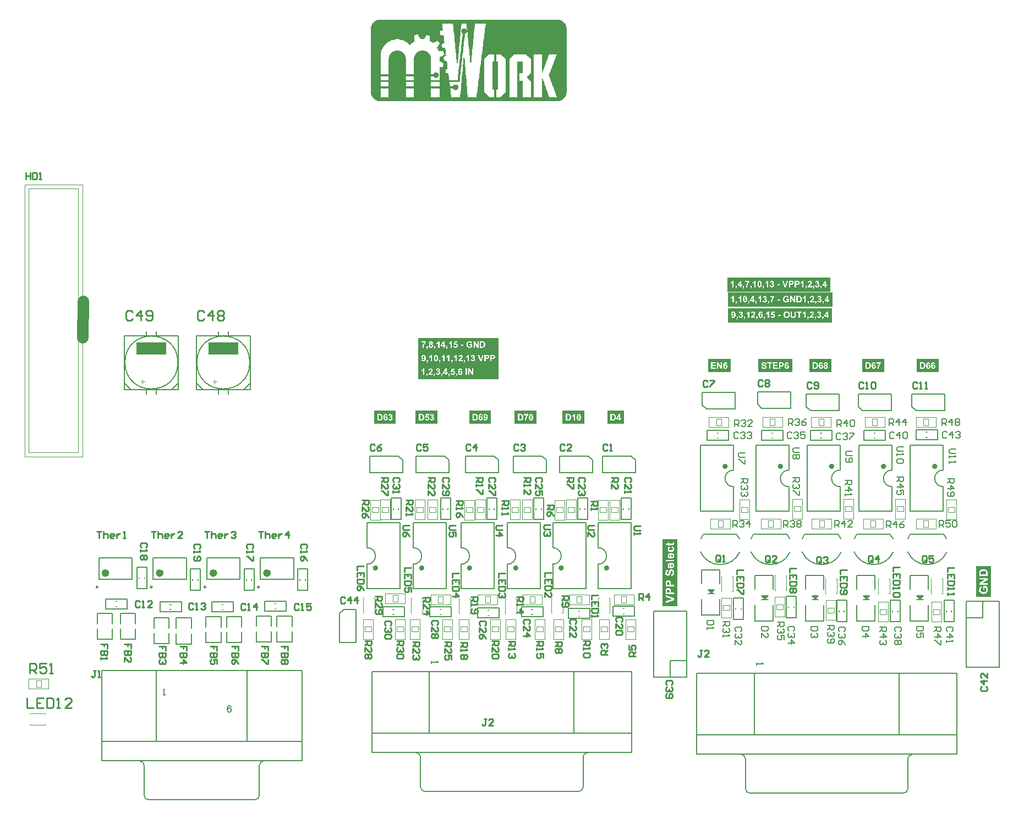
<source format=gto>
G04*
G04 #@! TF.GenerationSoftware,Altium Limited,Altium Designer,20.1.12 (249)*
G04*
G04 Layer_Color=65535*
%FSTAX24Y24*%
%MOIN*%
G70*
G04*
G04 #@! TF.SameCoordinates,50E87493-BE94-4217-AE32-DCF7016E3123*
G04*
G04*
G04 #@! TF.FilePolarity,Positive*
G04*
G01*
G75*
%ADD10C,0.0098*%
%ADD11C,0.0236*%
%ADD12C,0.0079*%
%ADD13C,0.0050*%
%ADD14C,0.0070*%
%ADD15C,0.0150*%
%ADD16C,0.0039*%
%ADD17C,0.0040*%
%ADD18C,0.0700*%
%ADD19C,0.0020*%
%ADD20C,0.0080*%
%ADD21C,0.0059*%
%ADD22C,0.0100*%
%ADD23R,0.1801X0.0768*%
G36*
X0381Y031339D02*
X038109D01*
Y030474D01*
X0381D01*
Y02965D01*
X03325D01*
Y030474D01*
X03325D01*
Y031339D01*
X03325D01*
Y03217D01*
X0381D01*
Y031339D01*
D02*
G37*
G36*
X06795Y01645D02*
X067033D01*
Y018341D01*
X06795D01*
Y01645D01*
D02*
G37*
G36*
X04895Y0159D02*
X048033D01*
Y01997D01*
X04895D01*
Y0159D01*
D02*
G37*
G36*
X058321Y033107D02*
X052017D01*
Y033977D01*
X058321D01*
Y033107D01*
D02*
G37*
G36*
X058338Y03405D02*
X052D01*
Y03492D01*
X058338D01*
Y03405D01*
D02*
G37*
G36*
X058206Y034966D02*
X051986D01*
Y035832D01*
X058206D01*
Y034966D01*
D02*
G37*
G36*
X06477Y0301D02*
X06345D01*
Y030887D01*
X06477D01*
Y0301D01*
D02*
G37*
G36*
X061465D02*
X06015D01*
Y030887D01*
X061465D01*
Y0301D01*
D02*
G37*
G36*
X058265D02*
X05695D01*
Y030887D01*
X058265D01*
Y0301D01*
D02*
G37*
G36*
X055899Y030095D02*
X053842D01*
Y030887D01*
X055899D01*
Y030095D01*
D02*
G37*
G36*
X052179Y0301D02*
X0508D01*
Y030887D01*
X052179D01*
Y0301D01*
D02*
G37*
G36*
X031891Y026966D02*
X030576D01*
Y027753D01*
X031891D01*
Y026966D01*
D02*
G37*
G36*
X034408D02*
X033092D01*
Y027753D01*
X034408D01*
Y026966D01*
D02*
G37*
G36*
X037656D02*
X036342D01*
Y027753D01*
X037656D01*
Y026966D01*
D02*
G37*
G36*
X040405D02*
X039092D01*
Y027753D01*
X040405D01*
Y026966D01*
D02*
G37*
G36*
X043305D02*
X041992D01*
Y027753D01*
X043305D01*
Y026966D01*
D02*
G37*
G36*
X045728Y026974D02*
X0447D01*
Y027753D01*
X045728D01*
Y026974D01*
D02*
G37*
%LPC*%
G36*
X036363Y031974D02*
X036357D01*
X036337Y031973D01*
X036319Y031971D01*
X036311Y031969D01*
X036303Y031967D01*
X036296Y031966D01*
X03629Y031964D01*
X036285Y031962D01*
X036279Y03196D01*
X036275Y031959D01*
X036271Y031957D01*
X036268Y031956D01*
X036266Y031955D01*
X036265Y031954D01*
X036265D01*
X036247Y031944D01*
X03624Y031938D01*
X036233Y031933D01*
X036226Y031926D01*
X03622Y03192D01*
X036215Y031914D01*
X03621Y031909D01*
X036206Y031903D01*
X036202Y031898D01*
X036199Y031894D01*
X036196Y03189D01*
X036194Y031886D01*
X036192Y031884D01*
X036192Y031883D01*
X036191Y031882D01*
X036187Y031873D01*
X036183Y031864D01*
X036177Y031846D01*
X036172Y031828D01*
X03617Y031812D01*
X036169Y031804D01*
X036167Y031797D01*
X036167Y031791D01*
Y031785D01*
X036166Y031782D01*
Y031775D01*
X036167Y031755D01*
X03617Y031736D01*
X036174Y031719D01*
X036175Y031711D01*
X036177Y031703D01*
X03618Y031697D01*
X036181Y031691D01*
X036184Y031686D01*
X036185Y031681D01*
X036186Y031678D01*
X036187Y031675D01*
X036189Y031673D01*
Y031673D01*
X036198Y031656D01*
X036209Y031642D01*
X03622Y031629D01*
X036231Y031619D01*
X036236Y031615D01*
X036241Y031611D01*
X036245Y031607D01*
X036248Y031605D01*
X036251Y031603D01*
X036254Y031601D01*
X036255Y031601D01*
X036256Y0316D01*
X036265Y031596D01*
X036273Y031592D01*
X036291Y031586D01*
X036309Y031581D01*
X036325Y031578D01*
X036333Y031577D01*
X03634Y031576D01*
X036346Y031576D01*
X036351D01*
X036355Y031575D01*
X036361D01*
X036379Y031576D01*
X036396Y031578D01*
X036412Y031581D01*
X036426Y031584D01*
X036432Y031586D01*
X036437Y031587D01*
X036442Y031589D01*
X036447Y03159D01*
X03645Y031591D01*
X036452Y031592D01*
X036454Y031593D01*
X036454D01*
X036471Y0316D01*
X036485Y031607D01*
X036497Y031614D01*
X036508Y03162D01*
X036515Y031626D01*
X036518Y031628D01*
X036521Y03163D01*
X036523Y031632D01*
X036524Y031633D01*
X036525Y031634D01*
Y031788D01*
X036358D01*
Y031723D01*
X036447D01*
Y031674D01*
X036441Y031669D01*
X036433Y031664D01*
X036426Y031661D01*
X036419Y031657D01*
X036414Y031654D01*
X036409Y031652D01*
X036406Y031651D01*
X036406Y031651D01*
X036405D01*
X036396Y031647D01*
X036387Y031645D01*
X036379Y031643D01*
X036372Y031642D01*
X036365Y031642D01*
X036361Y031641D01*
X036356D01*
X036347Y031642D01*
X036338Y031643D01*
X036331Y031644D01*
X036323Y031647D01*
X036309Y031652D01*
X036303Y031655D01*
X036298Y031658D01*
X036293Y031662D01*
X036288Y031664D01*
X036285Y031668D01*
X036282Y03167D01*
X03628Y031672D01*
X036278Y031674D01*
X036277Y031675D01*
X036276Y031676D01*
X036271Y031682D01*
X036266Y03169D01*
X036262Y031698D01*
X036259Y031706D01*
X036253Y031723D01*
X03625Y03174D01*
X036249Y031748D01*
X036248Y031755D01*
X036247Y031762D01*
X036247Y031768D01*
X036246Y031772D01*
Y031776D01*
Y031778D01*
Y031779D01*
X036247Y03179D01*
X036247Y031801D01*
X036249Y031812D01*
X036251Y031821D01*
X036253Y031829D01*
X036256Y031837D01*
X036258Y031844D01*
X036261Y031851D01*
X036263Y031856D01*
X036266Y031861D01*
X036269Y031865D01*
X036271Y031869D01*
X036273Y031871D01*
X036275Y031873D01*
X036275Y031874D01*
X036276Y031875D01*
X036282Y03188D01*
X036288Y031886D01*
X036295Y03189D01*
X036301Y031894D01*
X036308Y031897D01*
X036315Y0319D01*
X036327Y031904D01*
X036333Y031905D01*
X036339Y031906D01*
X036344Y031906D01*
X036348Y031907D01*
X036352Y031908D01*
X036357D01*
X036369Y031907D01*
X036379Y031905D01*
X036389Y031903D01*
X036397Y031899D01*
X036403Y031896D01*
X036408Y031894D01*
X036411Y031891D01*
X036412Y031891D01*
X03642Y031884D01*
X036427Y031877D01*
X036432Y03187D01*
X036436Y031863D01*
X036439Y031856D01*
X036442Y031851D01*
X036443Y031848D01*
X036443Y031847D01*
Y031846D01*
X03652Y031861D01*
X036518Y03187D01*
X036515Y03188D01*
X036512Y031888D01*
X036507Y031896D01*
X036503Y031904D01*
X036499Y03191D01*
X036494Y031916D01*
X03649Y031922D01*
X036485Y031927D01*
X036482Y031931D01*
X036478Y031935D01*
X036475Y031938D01*
X036472Y03194D01*
X03647Y031943D01*
X036469Y031943D01*
X036468Y031944D01*
X03646Y031949D01*
X036452Y031954D01*
X036443Y031957D01*
X036434Y031961D01*
X036416Y031966D01*
X036398Y03197D01*
X036389Y031971D01*
X036382Y031972D01*
X036374Y031972D01*
X036368Y031973D01*
X036363Y031974D01*
D02*
G37*
G36*
X036903Y031966D02*
X036831D01*
Y031708D01*
X036673Y031966D01*
X036598D01*
Y031582D01*
X036669D01*
Y031835D01*
X036825Y031582D01*
X036903D01*
Y031966D01*
D02*
G37*
G36*
X035988Y031759D02*
X035843D01*
Y031685D01*
X035988D01*
Y031759D01*
D02*
G37*
G36*
X03563Y031961D02*
X035435D01*
X035398Y031761D01*
X035457Y031753D01*
X035462Y031758D01*
X035467Y031762D01*
X035472Y031766D01*
X035477Y031769D01*
X035486Y031774D01*
X035495Y031778D01*
X035503Y031779D01*
X035509Y03178D01*
X035511Y031781D01*
X035514D01*
X035523Y03178D01*
X035531Y031778D01*
X035539Y031775D01*
X035545Y031772D01*
X035549Y031768D01*
X035553Y031765D01*
X035555Y031763D01*
X035556Y031763D01*
X035561Y031755D01*
X035565Y031747D01*
X035568Y031738D01*
X03557Y031729D01*
X035571Y031722D01*
X035572Y031716D01*
Y031713D01*
Y031711D01*
Y03171D01*
Y031709D01*
X035571Y031696D01*
X03557Y031684D01*
X035567Y031675D01*
X035564Y031667D01*
X035561Y031661D01*
X035559Y031656D01*
X035556Y031654D01*
X035556Y031653D01*
X03555Y031647D01*
X035543Y031642D01*
X035536Y031638D01*
X03553Y031636D01*
X035525Y031635D01*
X03552Y031634D01*
X035518Y031634D01*
X035516D01*
X035509Y031634D01*
X035502Y031636D01*
X035496Y031638D01*
X035491Y031641D01*
X035486Y031644D01*
X035483Y031646D01*
X035481Y031648D01*
X03548Y031648D01*
X035475Y031654D01*
X035471Y031661D01*
X035468Y031667D01*
X035465Y031673D01*
X035464Y031679D01*
X035463Y031684D01*
X035462Y031687D01*
Y031688D01*
X035389Y03168D01*
X03539Y031671D01*
X035392Y031663D01*
X035398Y031648D01*
X035404Y031634D01*
X035407Y031629D01*
X035411Y031623D01*
X035414Y031619D01*
X035417Y031615D01*
X03542Y031612D01*
X035423Y031608D01*
X035425Y031606D01*
X035427Y031605D01*
X035428Y031604D01*
X035428Y031603D01*
X035435Y031598D01*
X035442Y031594D01*
X035449Y03159D01*
X035456Y031587D01*
X035471Y031582D01*
X035484Y031578D01*
X035491Y031577D01*
X035496Y031577D01*
X035502Y031576D01*
X035506Y031576D01*
X03551Y031575D01*
X035515D01*
X035528Y031576D01*
X035539Y031577D01*
X03555Y03158D01*
X03556Y031583D01*
X035569Y031587D01*
X035577Y031591D01*
X035585Y031596D01*
X035592Y031601D01*
X035599Y031605D01*
X035604Y03161D01*
X035609Y031614D01*
X035613Y031618D01*
X035616Y031621D01*
X035618Y031623D01*
X035619Y031625D01*
X03562Y031626D01*
X035625Y031633D01*
X035629Y03164D01*
X035632Y031647D01*
X035636Y031655D01*
X035641Y031669D01*
X035644Y031683D01*
X035645Y031688D01*
X035646Y031694D01*
X035647Y031699D01*
Y031703D01*
X035647Y031707D01*
Y031711D01*
X035647Y031722D01*
X035646Y031732D01*
X035644Y031741D01*
X035642Y03175D01*
X03564Y031758D01*
X035636Y031765D01*
X035634Y031773D01*
X03563Y031779D01*
X035627Y031784D01*
X035624Y031789D01*
X035621Y031794D01*
X035619Y031797D01*
X035616Y0318D01*
X035615Y031802D01*
X035614Y031803D01*
X035613Y031804D01*
X035606Y03181D01*
X0356Y031815D01*
X035592Y03182D01*
X035585Y031825D01*
X035579Y031828D01*
X035571Y031831D01*
X035559Y031835D01*
X035553Y031837D01*
X035547Y031838D01*
X035542Y031839D01*
X035538Y031839D01*
X035535Y03184D01*
X03553D01*
X03552Y031839D01*
X035511Y031838D01*
X035503Y031836D01*
X035495Y031834D01*
X035489Y031831D01*
X035484Y031829D01*
X03548Y031828D01*
X03548Y031827D01*
X035479D01*
X035491Y031893D01*
X03563D01*
Y031961D01*
D02*
G37*
G36*
X037138Y031966D02*
X036985D01*
Y031582D01*
X03713D01*
X037145Y031583D01*
X037159Y031583D01*
X037171Y031585D01*
X03718Y031586D01*
X037188Y031588D01*
X037194Y031589D01*
X037196Y03159D01*
X037198D01*
X037198Y03159D01*
X037199D01*
X037211Y031595D01*
X037222Y0316D01*
X037231Y031605D01*
X037239Y03161D01*
X037245Y031614D01*
X037249Y031617D01*
X037252Y03162D01*
X037253Y031621D01*
X037262Y031631D01*
X037271Y031642D01*
X037278Y031654D01*
X037284Y031664D01*
X037288Y031674D01*
X03729Y031678D01*
X037291Y031682D01*
X037292Y031685D01*
X037294Y031687D01*
X037294Y031688D01*
Y031689D01*
X037298Y031702D01*
X037301Y031716D01*
X037304Y031729D01*
X037305Y031742D01*
X037305Y031748D01*
X037306Y031754D01*
Y031758D01*
X037306Y031763D01*
Y03177D01*
X037306Y03179D01*
X037304Y031807D01*
X037304Y031815D01*
X037302Y031823D01*
X037301Y03183D01*
X0373Y031836D01*
X037299Y031842D01*
X037297Y031846D01*
X037296Y031851D01*
X037296Y031854D01*
X037295Y031857D01*
X037294Y031859D01*
X037294Y03186D01*
Y031861D01*
X037289Y031874D01*
X037282Y031886D01*
X037276Y031897D01*
X03727Y031906D01*
X037265Y031913D01*
X037261Y031919D01*
X037258Y031922D01*
X037257Y031923D01*
X037257D01*
X037247Y031932D01*
X037238Y031939D01*
X037228Y031945D01*
X037219Y03195D01*
X037211Y031954D01*
X037205Y031957D01*
X037203Y031957D01*
X037201Y031958D01*
X0372Y031959D01*
X037199D01*
X037189Y031961D01*
X037177Y031963D01*
X037165Y031965D01*
X037153Y031965D01*
X037143Y031966D01*
X037138Y031966D01*
D02*
G37*
G36*
X035277Y031969D02*
X035217D01*
X035212Y031956D01*
X035205Y031944D01*
X035197Y031933D01*
X035189Y031924D01*
X035182Y031917D01*
X035176Y031911D01*
X035174Y031909D01*
X035172Y031908D01*
X035171Y031907D01*
X035171Y031906D01*
X035158Y031898D01*
X035147Y03189D01*
X035136Y031884D01*
X035127Y031879D01*
X035119Y031876D01*
X035114Y031873D01*
X035111Y031873D01*
X03511Y031872D01*
X035109Y031871D01*
X035109D01*
Y031805D01*
X035129Y031813D01*
X035146Y031821D01*
X035155Y031825D01*
X035162Y03183D01*
X03517Y031835D01*
X035176Y031839D01*
X035182Y031844D01*
X035188Y031848D01*
X035192Y031851D01*
X035196Y031854D01*
X0352Y031857D01*
X035202Y031859D01*
X035203Y03186D01*
X035203Y03186D01*
Y031582D01*
X035277D01*
Y031969D01*
D02*
G37*
G36*
X034857Y031968D02*
X034795D01*
X034628Y031723D01*
Y031659D01*
X034786D01*
Y031582D01*
X034857D01*
Y031659D01*
X034905D01*
Y031724D01*
X034857D01*
Y031968D01*
D02*
G37*
G36*
X034531Y031969D02*
X034471D01*
X034465Y031956D01*
X034458Y031944D01*
X03445Y031933D01*
X034443Y031924D01*
X034436Y031917D01*
X03443Y031911D01*
X034428Y031909D01*
X034426Y031908D01*
X034425Y031907D01*
X034424Y031906D01*
X034412Y031898D01*
X0344Y03189D01*
X03439Y031884D01*
X03438Y031879D01*
X034373Y031876D01*
X034367Y031873D01*
X034365Y031873D01*
X034363Y031872D01*
X034363Y031871D01*
X034362D01*
Y031805D01*
X034382Y031813D01*
X0344Y031821D01*
X034408Y031825D01*
X034416Y03183D01*
X034423Y031835D01*
X03443Y031839D01*
X034436Y031844D01*
X034441Y031848D01*
X034446Y031851D01*
X03445Y031854D01*
X034453Y031857D01*
X034455Y031859D01*
X034456Y03186D01*
X034457Y03186D01*
Y031582D01*
X034531D01*
Y031969D01*
D02*
G37*
G36*
X033699Y031961D02*
X033447D01*
Y031893D01*
X033614D01*
X033596Y031868D01*
X033579Y031842D01*
X033572Y03183D01*
X033565Y031817D01*
X033559Y031805D01*
X033553Y031794D01*
X033548Y031784D01*
X033544Y031774D01*
X03354Y031765D01*
X033537Y031758D01*
X033535Y031753D01*
X033533Y031748D01*
X033532Y031745D01*
X033531Y031744D01*
X033526Y031729D01*
X033521Y031714D01*
X033517Y031699D01*
X033513Y031684D01*
X03351Y03167D01*
X033507Y031657D01*
X033505Y031644D01*
X033503Y031632D01*
X033502Y031622D01*
X033501Y031612D01*
X0335Y031603D01*
X033499Y031596D01*
Y03159D01*
X033498Y031586D01*
Y031583D01*
Y031582D01*
X03357D01*
X03357Y031602D01*
X033572Y031622D01*
X033575Y031641D01*
X033576Y03165D01*
X033577Y031659D01*
X033579Y031667D01*
X033581Y031674D01*
X033582Y031681D01*
X033583Y031686D01*
X033584Y031691D01*
X033585Y031694D01*
X033586Y031697D01*
Y031697D01*
X033593Y031721D01*
X033601Y031744D01*
X033604Y031754D01*
X033609Y031764D01*
X033613Y031774D01*
X033617Y031783D01*
X033621Y03179D01*
X033624Y031798D01*
X033627Y031804D01*
X033629Y031809D01*
X033632Y031814D01*
X033633Y031817D01*
X033634Y031819D01*
X033635Y031819D01*
X033641Y03183D01*
X033647Y03184D01*
X033653Y031849D01*
X033658Y031858D01*
X033664Y031865D01*
X033669Y031873D01*
X033674Y031879D01*
X033679Y031885D01*
X033683Y031891D01*
X033687Y031895D01*
X033691Y031899D01*
X033693Y031903D01*
X033695Y031905D01*
X033697Y031906D01*
X033698Y031908D01*
X033699Y031908D01*
Y031961D01*
D02*
G37*
G36*
X034024Y031969D02*
X034018D01*
X034009Y031968D01*
X033999Y031967D01*
X03399Y031966D01*
X033982Y031964D01*
X033974Y031962D01*
X033967Y03196D01*
X033961Y031957D01*
X033955Y031955D01*
X03395Y031952D01*
X033945Y031949D01*
X033942Y031947D01*
X033939Y031945D01*
X033936Y031943D01*
X033935Y031941D01*
X033934Y031941D01*
X033933Y03194D01*
X033928Y031935D01*
X033923Y031929D01*
X033919Y031923D01*
X033916Y031918D01*
X03391Y031905D01*
X033907Y031894D01*
X033905Y031884D01*
X033904Y03188D01*
X033904Y031876D01*
X033903Y031873D01*
Y031871D01*
Y03187D01*
Y031869D01*
X033904Y03186D01*
X033905Y031851D01*
X033907Y031843D01*
X03391Y031837D01*
X033912Y03183D01*
X033914Y031827D01*
X033915Y031824D01*
X033916Y031823D01*
X033921Y031815D01*
X033928Y031809D01*
X033935Y031803D01*
X033942Y031798D01*
X033948Y031795D01*
X033953Y031792D01*
X033956Y03179D01*
X033957Y03179D01*
X033957D01*
X033946Y031784D01*
X033936Y031778D01*
X033927Y031771D01*
X033921Y031764D01*
X033915Y031758D01*
X033911Y031754D01*
X033909Y03175D01*
X033909Y03175D01*
Y031749D01*
X033904Y031739D01*
X0339Y031729D01*
X033898Y031719D01*
X033895Y031711D01*
X033894Y031703D01*
X033894Y031697D01*
Y031692D01*
X033894Y031681D01*
X033895Y031672D01*
X033898Y031662D01*
X0339Y031654D01*
X033903Y031646D01*
X033906Y031638D01*
X03391Y031632D01*
X033914Y031626D01*
X033918Y031621D01*
X033922Y031616D01*
X033925Y031612D01*
X033928Y031608D01*
X033931Y031606D01*
X033933Y031604D01*
X033934Y031603D01*
X033935Y031602D01*
X033941Y031597D01*
X033949Y031593D01*
X033956Y03159D01*
X033963Y031587D01*
X033977Y031582D01*
X033991Y031578D01*
X033998Y031577D01*
X034004Y031577D01*
X034009Y031576D01*
X034013Y031576D01*
X034017Y031575D01*
X034022D01*
X034032Y031576D01*
X034042Y031577D01*
X034051Y031578D01*
X03406Y03158D01*
X034068Y031583D01*
X034075Y031586D01*
X034082Y031588D01*
X034088Y031592D01*
X034094Y031595D01*
X034098Y031598D01*
X034103Y031601D01*
X034106Y031603D01*
X034109Y031605D01*
X034111Y031607D01*
X034112Y031608D01*
X034112Y031608D01*
X034118Y031615D01*
X034123Y031622D01*
X034128Y031629D01*
X034132Y031636D01*
X034136Y031643D01*
X034138Y031651D01*
X034142Y031664D01*
X034144Y031671D01*
X034145Y031676D01*
X034146Y031682D01*
X034146Y031686D01*
X034147Y03169D01*
Y031695D01*
X034146Y031707D01*
X034144Y031717D01*
X034142Y031727D01*
X034138Y031735D01*
X034136Y031742D01*
X034133Y031747D01*
X034131Y03175D01*
X03413Y031752D01*
X034123Y03176D01*
X034116Y031768D01*
X034107Y031775D01*
X0341Y03178D01*
X034092Y031784D01*
X034087Y031788D01*
X034085Y031789D01*
X034083Y031789D01*
X034082Y03179D01*
X034081D01*
X03409Y031794D01*
X034098Y031799D01*
X034105Y031804D01*
X03411Y03181D01*
X034115Y031814D01*
X034117Y031818D01*
X03412Y03182D01*
X03412Y031822D01*
X034125Y03183D01*
X034128Y031838D01*
X034131Y031846D01*
X034133Y031853D01*
X034134Y03186D01*
X034135Y031865D01*
Y031868D01*
Y031869D01*
Y031869D01*
X034134Y031877D01*
X034133Y031885D01*
X03413Y031899D01*
X034125Y03191D01*
X03412Y031921D01*
X034113Y031929D01*
X034111Y031933D01*
X034109Y031935D01*
X034107Y031938D01*
X034105Y031939D01*
X034105Y03194D01*
X034104Y03194D01*
X034098Y031945D01*
X034092Y03195D01*
X034085Y031954D01*
X034078Y031957D01*
X034063Y031962D01*
X03405Y031965D01*
X034043Y031966D01*
X034037Y031967D01*
X034032Y031967D01*
X034027Y031968D01*
X034024Y031969D01*
D02*
G37*
G36*
X035027Y031656D02*
X034954D01*
Y031582D01*
X03499D01*
X034989Y031575D01*
X034988Y031568D01*
X034986Y031562D01*
X034984Y031557D01*
X034983Y031553D01*
X034981Y03155D01*
X03498Y031548D01*
X034979Y031548D01*
X034975Y031543D01*
X03497Y03154D01*
X034965Y031536D01*
X03496Y031533D01*
X034955Y031531D01*
X034951Y031529D01*
X034949Y031528D01*
X034948Y031527D01*
X034962Y031497D01*
X03497Y0315D01*
X034978Y031504D01*
X034985Y031508D01*
X03499Y031512D01*
X034995Y031515D01*
X034998Y031518D01*
X035Y03152D01*
X035001Y03152D01*
X035006Y031526D01*
X035011Y031531D01*
X035014Y031537D01*
X035017Y031542D01*
X035019Y031547D01*
X035021Y03155D01*
X035022Y031553D01*
Y031553D01*
X035024Y031561D01*
X035025Y031569D01*
X035026Y031577D01*
X035027Y031585D01*
X035027Y031592D01*
Y031656D01*
D02*
G37*
G36*
X034281D02*
X034207D01*
Y031582D01*
X034243D01*
X034243Y031575D01*
X034242Y031568D01*
X03424Y031562D01*
X034238Y031557D01*
X034236Y031553D01*
X034234Y03155D01*
X034233Y031548D01*
X034233Y031548D01*
X034229Y031543D01*
X034224Y03154D01*
X034219Y031536D01*
X034213Y031533D01*
X034209Y031531D01*
X034205Y031529D01*
X034202Y031528D01*
X034201Y031527D01*
X034216Y031497D01*
X034224Y0315D01*
X034232Y031504D01*
X034238Y031508D01*
X034244Y031512D01*
X034248Y031515D01*
X034252Y031518D01*
X034254Y03152D01*
X034254Y03152D01*
X03426Y031526D01*
X034264Y031531D01*
X034268Y031537D01*
X034271Y031542D01*
X034273Y031547D01*
X034274Y03155D01*
X034275Y031553D01*
Y031553D01*
X034277Y031561D01*
X034279Y031569D01*
X03428Y031577D01*
X03428Y031585D01*
X034281Y031592D01*
Y031656D01*
D02*
G37*
G36*
X033833D02*
X033759D01*
Y031582D01*
X033795D01*
X033795Y031575D01*
X033794Y031568D01*
X033792Y031562D01*
X03379Y031557D01*
X033788Y031553D01*
X033787Y03155D01*
X033785Y031548D01*
X033785Y031548D01*
X033781Y031543D01*
X033776Y03154D01*
X033771Y031536D01*
X033765Y031533D01*
X033761Y031531D01*
X033757Y031529D01*
X033754Y031528D01*
X033753Y031527D01*
X033768Y031497D01*
X033776Y0315D01*
X033784Y031504D01*
X03379Y031508D01*
X033796Y031512D01*
X0338Y031515D01*
X033804Y031518D01*
X033806Y03152D01*
X033806Y03152D01*
X033812Y031526D01*
X033816Y031531D01*
X03382Y031537D01*
X033823Y031542D01*
X033825Y031547D01*
X033826Y03155D01*
X033828Y031553D01*
Y031553D01*
X033829Y031561D01*
X033831Y031569D01*
X033832Y031577D01*
X033833Y031585D01*
X033833Y031592D01*
Y031656D01*
D02*
G37*
G36*
X037221Y03114D02*
X037138D01*
X037044Y030856D01*
X036947Y03114D01*
X036863D01*
X037001Y030756D01*
X037084D01*
X037221Y03114D01*
D02*
G37*
G36*
X036564Y031142D02*
X036559D01*
X036547Y031142D01*
X036537Y031141D01*
X036527Y031139D01*
X036518Y031136D01*
X036512Y031134D01*
X036506Y031132D01*
X036503Y031131D01*
X036502Y03113D01*
X036502D01*
X036493Y031125D01*
X036484Y03112D01*
X036478Y031114D01*
X036472Y031109D01*
X036468Y031104D01*
X036465Y0311D01*
X036462Y031098D01*
X036462Y031097D01*
X036457Y031089D01*
X036452Y03108D01*
X036449Y03107D01*
X036446Y031061D01*
X036443Y031053D01*
X036442Y031047D01*
X036441Y031044D01*
Y031042D01*
X036441Y031041D01*
Y031041D01*
X036508Y03103D01*
X03651Y031039D01*
X036512Y031046D01*
X036514Y031053D01*
X036517Y031058D01*
X03652Y031062D01*
X036522Y031066D01*
X036524Y031067D01*
X036524Y031068D01*
X036529Y031072D01*
X036535Y031076D01*
X036541Y031078D01*
X036546Y03108D01*
X03655Y031081D01*
X036553Y031081D01*
X036557D01*
X036563Y031081D01*
X03657Y03108D01*
X036575Y031077D01*
X036579Y031076D01*
X036583Y031074D01*
X036585Y031071D01*
X036587Y03107D01*
X036588Y03107D01*
X036592Y031065D01*
X036594Y03106D01*
X036597Y031055D01*
X036598Y03105D01*
X036599Y031045D01*
X036599Y031042D01*
Y03104D01*
Y031039D01*
X036599Y03103D01*
X036597Y031023D01*
X036594Y031017D01*
X036592Y031012D01*
X036588Y031008D01*
X036586Y031005D01*
X036584Y031003D01*
X036583Y031002D01*
X036577Y030998D01*
X036569Y030994D01*
X036562Y030992D01*
X036554Y03099D01*
X036548Y03099D01*
X036542Y030989D01*
X036537D01*
X036529Y03093D01*
X036537Y030931D01*
X036543Y030933D01*
X036549Y030934D01*
X036554Y030935D01*
X036558Y030935D01*
X036563D01*
X036571Y030935D01*
X036578Y030933D01*
X036584Y03093D01*
X036589Y030927D01*
X036593Y030924D01*
X036597Y030922D01*
X036599Y030919D01*
X036599Y030919D01*
X036604Y030912D01*
X036608Y030905D01*
X036611Y030898D01*
X036613Y03089D01*
X036614Y030884D01*
X036615Y030879D01*
Y030875D01*
Y030875D01*
Y030874D01*
X036614Y030864D01*
X036613Y030854D01*
X03661Y030846D01*
X036607Y030839D01*
X036604Y030834D01*
X036602Y03083D01*
X036599Y030828D01*
X036599Y030827D01*
X036593Y030822D01*
X036586Y030817D01*
X03658Y030814D01*
X036574Y030812D01*
X036568Y030811D01*
X036564Y030811D01*
X036562Y03081D01*
X036561D01*
X036553Y030811D01*
X036546Y030812D01*
X03654Y030814D01*
X036534Y030817D01*
X036531Y030819D01*
X036527Y030822D01*
X036525Y030823D01*
X036524Y030824D01*
X036519Y03083D01*
X036515Y030837D01*
X036512Y030844D01*
X036509Y03085D01*
X036508Y030857D01*
X036507Y030862D01*
X036506Y030865D01*
Y030865D01*
Y030866D01*
X036435Y030857D01*
X036436Y030848D01*
X036438Y03084D01*
X036443Y030824D01*
X03645Y030811D01*
X036453Y030806D01*
X036457Y0308D01*
X03646Y030795D01*
X036463Y030791D01*
X036466Y030787D01*
X036469Y030784D01*
X036471Y030782D01*
X036473Y030781D01*
X036474Y030779D01*
X036474Y030779D01*
X036481Y030774D01*
X036488Y030769D01*
X036495Y030765D01*
X036503Y030762D01*
X036517Y030756D01*
X036531Y030753D01*
X036537Y030752D01*
X036543Y030751D01*
X036548Y03075D01*
X036552Y030749D01*
X036556Y030749D01*
X036561D01*
X036571Y030749D01*
X036581Y030751D01*
X03659Y030752D01*
X036599Y030754D01*
X036607Y030757D01*
X036614Y03076D01*
X036622Y030763D01*
X036628Y030767D01*
X036633Y03077D01*
X036639Y030773D01*
X036643Y030776D01*
X036647Y030779D01*
X036649Y030781D01*
X036652Y030783D01*
X036653Y030784D01*
X036653Y030784D01*
X03666Y030791D01*
X036665Y030798D01*
X03667Y030806D01*
X036675Y030813D01*
X036678Y030821D01*
X036682Y030828D01*
X036686Y030841D01*
X036687Y030847D01*
X036688Y030853D01*
X036689Y030858D01*
X03669Y030863D01*
X03669Y030866D01*
Y030871D01*
X036689Y030884D01*
X036687Y030895D01*
X036684Y030905D01*
X03668Y030914D01*
X036677Y030921D01*
X036674Y030926D01*
X036672Y030929D01*
X03667Y03093D01*
X036663Y030939D01*
X036654Y030946D01*
X036645Y030951D01*
X036637Y030956D01*
X036629Y030959D01*
X036623Y030961D01*
X036621Y030962D01*
X036619D01*
X036618Y030963D01*
X036618D01*
X036628Y030969D01*
X036636Y030975D01*
X036643Y030981D01*
X03665Y030988D01*
X036655Y030995D01*
X03666Y031001D01*
X036663Y031008D01*
X036667Y031014D01*
X036669Y03102D01*
X03667Y031026D01*
X036672Y031031D01*
X036672Y031035D01*
X036673Y031039D01*
X036673Y031041D01*
Y031043D01*
Y031044D01*
X036673Y03105D01*
X036672Y031056D01*
X036669Y031069D01*
X036665Y03108D01*
X03666Y031089D01*
X036655Y031097D01*
X03665Y031102D01*
X036649Y031105D01*
X036647Y031106D01*
X036647Y031107D01*
X036646Y031107D01*
X03664Y031114D01*
X036633Y031119D01*
X036626Y031124D01*
X036619Y031127D01*
X036611Y031131D01*
X036604Y031134D01*
X03659Y031138D01*
X036584Y03114D01*
X036578Y031141D01*
X036573Y031141D01*
X036568Y031142D01*
X036564Y031142D01*
D02*
G37*
G36*
X033572D02*
X033569D01*
X033559Y031142D01*
X03355Y031141D01*
X033541Y031139D01*
X033533Y031137D01*
X033525Y031134D01*
X033518Y031131D01*
X033511Y031128D01*
X033505Y031125D01*
X0335Y031121D01*
X033495Y031118D01*
X033491Y031115D01*
X033487Y031112D01*
X033484Y03111D01*
X033482Y031108D01*
X033481Y031107D01*
X033481Y031106D01*
X033475Y031099D01*
X03347Y031092D01*
X033465Y031084D01*
X033461Y031076D01*
X033458Y031069D01*
X033455Y03106D01*
X033451Y031045D01*
X033449Y031039D01*
X033448Y031032D01*
X033448Y031026D01*
X033447Y031021D01*
X033446Y031017D01*
Y031011D01*
X033447Y031001D01*
X033448Y030991D01*
X033449Y030982D01*
X033451Y030974D01*
X033454Y030965D01*
X033457Y030958D01*
X03346Y030951D01*
X033463Y030945D01*
X033466Y030939D01*
X033469Y030934D01*
X033471Y03093D01*
X033474Y030927D01*
X033476Y030924D01*
X033477Y030922D01*
X033479Y030921D01*
X033479Y03092D01*
X033485Y030914D01*
X033492Y030909D01*
X033499Y030904D01*
X033505Y0309D01*
X033512Y030897D01*
X033518Y030894D01*
X03353Y03089D01*
X033541Y030887D01*
X033545Y030887D01*
X033549Y030886D01*
X033552Y030885D01*
X033557D01*
X033565Y030886D01*
X033572Y030887D01*
X033579Y030888D01*
X033585Y03089D01*
X033597Y030895D01*
X033607Y030902D01*
X033615Y030908D01*
X033618Y03091D01*
X033621Y030913D01*
X033623Y030915D01*
X033625Y030917D01*
X033626Y030917D01*
X033626Y030918D01*
X033625Y030906D01*
X033624Y030895D01*
X033623Y030885D01*
X033621Y030876D01*
X03362Y030868D01*
X033618Y030861D01*
X033616Y030855D01*
X033615Y030849D01*
X033612Y030844D01*
X033611Y03084D01*
X03361Y030837D01*
X033608Y030835D01*
X033607Y030833D01*
X033606Y030832D01*
X033606Y03083D01*
X0336Y030824D01*
X033593Y030819D01*
X033587Y030815D01*
X033581Y030813D01*
X033575Y030811D01*
X033571Y030811D01*
X033569Y03081D01*
X033567D01*
X033561Y030811D01*
X033555Y030812D01*
X033551Y030813D01*
X033546Y030815D01*
X033543Y030817D01*
X033541Y030818D01*
X033539Y030819D01*
X033539Y03082D01*
X033535Y030824D01*
X033532Y030829D01*
X03353Y030835D01*
X033528Y03084D01*
X033526Y030845D01*
X033526Y030849D01*
X033525Y030852D01*
Y030853D01*
X033454Y030844D01*
X033456Y030835D01*
X033458Y030828D01*
X03346Y03082D01*
X033463Y030813D01*
X033466Y030807D01*
X033469Y030801D01*
X033472Y030796D01*
X033475Y030791D01*
X033478Y030787D01*
X03348Y030783D01*
X033483Y03078D01*
X033485Y030777D01*
X033487Y030776D01*
X033489Y030774D01*
X033489Y030773D01*
X03349Y030773D01*
X033495Y030768D01*
X033501Y030765D01*
X033513Y030759D01*
X033525Y030755D01*
X033536Y030752D01*
X033547Y03075D01*
X033551Y030749D01*
X033555D01*
X033558Y030749D01*
X033562D01*
X033574Y030749D01*
X033585Y030751D01*
X033595Y030753D01*
X033605Y030756D01*
X033613Y03076D01*
X033622Y030764D01*
X03363Y030768D01*
X033636Y030772D01*
X033642Y030777D01*
X033648Y030781D01*
X033652Y030785D01*
X033656Y030788D01*
X03366Y030791D01*
X033662Y030793D01*
X033663Y030795D01*
X033663Y030796D01*
X033671Y030805D01*
X033676Y030816D01*
X033682Y030827D01*
X033686Y030839D01*
X03369Y030852D01*
X033693Y030864D01*
X033696Y030877D01*
X033698Y030889D01*
X033699Y030901D01*
X033701Y030912D01*
X033702Y030922D01*
X033702Y03093D01*
X033703Y030938D01*
Y030948D01*
X033702Y030966D01*
X033701Y030984D01*
X033699Y031D01*
X033697Y031015D01*
X033694Y031028D01*
X033691Y03104D01*
X033687Y031051D01*
X033684Y031061D01*
X033681Y03107D01*
X033677Y031077D01*
X033674Y031083D01*
X033671Y031088D01*
X033668Y031092D01*
X033667Y031095D01*
X033666Y031096D01*
X033665Y031097D01*
X033658Y031105D01*
X03365Y031112D01*
X033642Y031118D01*
X033635Y031123D01*
X033626Y031127D01*
X033618Y031131D01*
X033611Y031134D01*
X033603Y031137D01*
X033596Y031139D01*
X03359Y03114D01*
X033584Y031141D01*
X033579Y031142D01*
X033575D01*
X033572Y031142D01*
D02*
G37*
G36*
X03776Y03114D02*
X037618D01*
Y030756D01*
X037696D01*
Y030901D01*
X037765D01*
X037773Y030902D01*
X037781D01*
X037788Y030902D01*
X037795Y030903D01*
X037801Y030903D01*
X037806Y030904D01*
X037811D01*
X037815Y030904D01*
X037819Y030905D01*
X037821Y030905D01*
X037824D01*
X037825Y030906D01*
X037826D01*
X037834Y030908D01*
X037841Y030911D01*
X037848Y030914D01*
X037854Y030917D01*
X037859Y03092D01*
X037863Y030922D01*
X037865Y030924D01*
X037866Y030924D01*
X037874Y03093D01*
X03788Y030936D01*
X037886Y030943D01*
X03789Y030948D01*
X037894Y030954D01*
X037897Y030958D01*
X037899Y030961D01*
X037899Y030962D01*
X037904Y030971D01*
X037907Y030981D01*
X037909Y030992D01*
X037911Y031001D01*
X037912Y031009D01*
Y031013D01*
X037912Y031016D01*
Y031022D01*
X037911Y031038D01*
X037909Y031053D01*
X037905Y031065D01*
X037901Y031076D01*
X037899Y031081D01*
X037897Y031085D01*
X037895Y031088D01*
X037893Y031091D01*
X037892Y031094D01*
X037891Y031095D01*
X03789Y031096D01*
Y031096D01*
X037881Y031106D01*
X037872Y031115D01*
X037863Y031121D01*
X037854Y031126D01*
X037846Y03113D01*
X03784Y031132D01*
X037838Y031133D01*
X037836Y031134D01*
X037835Y031134D01*
X037835D01*
X03783Y031135D01*
X037825Y031136D01*
X037818Y031137D01*
X037811Y031137D01*
X037796Y031139D01*
X03778Y03114D01*
X037766D01*
X03776Y03114D01*
D02*
G37*
G36*
X037402D02*
X03726D01*
Y030756D01*
X037338D01*
Y030901D01*
X037407D01*
X037415Y030902D01*
X037423D01*
X03743Y030902D01*
X037437Y030903D01*
X037443Y030903D01*
X037448Y030904D01*
X037453D01*
X037457Y030904D01*
X037461Y030905D01*
X037464Y030905D01*
X037466D01*
X037467Y030906D01*
X037468D01*
X037476Y030908D01*
X037483Y030911D01*
X03749Y030914D01*
X037496Y030917D01*
X037501Y03092D01*
X037505Y030922D01*
X037507Y030924D01*
X037508Y030924D01*
X037516Y03093D01*
X037522Y030936D01*
X037528Y030943D01*
X037532Y030948D01*
X037536Y030954D01*
X037539Y030958D01*
X037541Y030961D01*
X037541Y030962D01*
X037546Y030971D01*
X037549Y030981D01*
X037551Y030992D01*
X037553Y031001D01*
X037554Y031009D01*
Y031013D01*
X037555Y031016D01*
Y031022D01*
X037553Y031038D01*
X037551Y031053D01*
X037547Y031065D01*
X037543Y031076D01*
X037541Y031081D01*
X037539Y031085D01*
X037537Y031088D01*
X037535Y031091D01*
X037534Y031094D01*
X037533Y031095D01*
X037532Y031096D01*
Y031096D01*
X037523Y031106D01*
X037514Y031115D01*
X037505Y031121D01*
X037496Y031126D01*
X037488Y03113D01*
X037482Y031132D01*
X03748Y031133D01*
X037478Y031134D01*
X037477Y031134D01*
X037477D01*
X037472Y031135D01*
X037467Y031136D01*
X03746Y031137D01*
X037454Y031137D01*
X037438Y031139D01*
X037422Y03114D01*
X037408D01*
X037402Y03114D01*
D02*
G37*
G36*
X036327Y031142D02*
X036267D01*
X036262Y03113D01*
X036255Y031118D01*
X036247Y031107D01*
X036239Y031098D01*
X036233Y031091D01*
X036226Y031085D01*
X036224Y031083D01*
X036223Y031081D01*
X036221Y031081D01*
X036221Y03108D01*
X036209Y031071D01*
X036197Y031064D01*
X036186Y031057D01*
X036177Y031053D01*
X036169Y03105D01*
X036164Y031047D01*
X036161Y031046D01*
X03616Y031046D01*
X036159Y031045D01*
X036159D01*
Y030979D01*
X036179Y030986D01*
X036196Y030995D01*
X036205Y030999D01*
X036213Y031004D01*
X03622Y031009D01*
X036226Y031013D01*
X036233Y031018D01*
X036238Y031021D01*
X036242Y031025D01*
X036246Y031028D01*
X03625Y031031D01*
X036252Y031033D01*
X036253Y031034D01*
X036254Y031034D01*
Y030756D01*
X036327D01*
Y031142D01*
D02*
G37*
G36*
X035823D02*
X035818D01*
X035808Y031142D01*
X0358Y031141D01*
X035782Y031139D01*
X035768Y031134D01*
X035761Y031132D01*
X035755Y031129D01*
X03575Y031127D01*
X035745Y031124D01*
X035741Y031122D01*
X035737Y03112D01*
X035735Y031118D01*
X035733Y031117D01*
X035732Y031116D01*
X035731Y031116D01*
X035725Y03111D01*
X03572Y031105D01*
X035715Y031098D01*
X03571Y031091D01*
X035704Y031076D01*
X035698Y031062D01*
X035696Y031055D01*
X035695Y031049D01*
X035693Y031044D01*
X035692Y031039D01*
X035691Y031034D01*
Y031031D01*
X035691Y031029D01*
Y031029D01*
X035764Y031021D01*
X035765Y031033D01*
X035767Y031042D01*
X03577Y03105D01*
X035772Y031056D01*
X035775Y031061D01*
X035777Y031065D01*
X035779Y031067D01*
X035779Y031067D01*
X035785Y031072D01*
X035791Y031075D01*
X035797Y031078D01*
X035803Y03108D01*
X035808Y031081D01*
X035812Y031081D01*
X035816D01*
X035825Y031081D01*
X035832Y031079D01*
X035838Y031077D01*
X035843Y031075D01*
X035847Y031072D01*
X035851Y03107D01*
X035852Y031069D01*
X035853Y031068D01*
X035857Y031062D01*
X035861Y031056D01*
X035863Y03105D01*
X035865Y031044D01*
X035866Y031039D01*
X035866Y031034D01*
Y031031D01*
Y03103D01*
Y03103D01*
X035866Y031021D01*
X035864Y031014D01*
X035861Y031006D01*
X035858Y030999D01*
X035856Y030993D01*
X035853Y030989D01*
X035851Y030986D01*
X035851Y030985D01*
X035848Y030981D01*
X035845Y030978D01*
X035841Y030973D01*
X035836Y030968D01*
X035826Y030958D01*
X035816Y030947D01*
X035806Y030937D01*
X035802Y030933D01*
X035797Y030929D01*
X035794Y030926D01*
X035792Y030924D01*
X03579Y030922D01*
X03579Y030922D01*
X035779Y030911D01*
X035769Y030901D01*
X035759Y030892D01*
X035751Y030883D01*
X035743Y030875D01*
X035736Y030867D01*
X03573Y03086D01*
X035725Y030854D01*
X035721Y030848D01*
X035717Y030843D01*
X035714Y030839D01*
X035711Y030835D01*
X035709Y030833D01*
X035708Y030831D01*
X035707Y03083D01*
Y030829D01*
X0357Y030817D01*
X035694Y030803D01*
X03569Y030791D01*
X035686Y03078D01*
X035684Y03077D01*
X035684Y030766D01*
X035683Y030763D01*
X035683Y03076D01*
X035682Y030758D01*
Y030756D01*
X03594D01*
Y030824D01*
X035794D01*
X035798Y030832D01*
X035803Y030838D01*
X035805Y03084D01*
X035807Y030843D01*
X035808Y030844D01*
X035808Y030844D01*
X035811Y030847D01*
X035813Y030849D01*
X03582Y030855D01*
X035827Y030863D01*
X035834Y03087D01*
X035841Y030877D01*
X035847Y030882D01*
X03585Y030884D01*
X035851Y030886D01*
X035852Y030887D01*
X035853Y030887D01*
X035865Y030899D01*
X035875Y030908D01*
X035883Y030917D01*
X03589Y030924D01*
X035895Y030929D01*
X035898Y030933D01*
X035901Y030936D01*
X035901Y030937D01*
X035908Y030946D01*
X035914Y030955D01*
X035919Y030963D01*
X035923Y03097D01*
X035927Y030976D01*
X035929Y030981D01*
X03593Y030984D01*
X035931Y030985D01*
X035934Y030994D01*
X035936Y031003D01*
X035938Y031011D01*
X035939Y031019D01*
X035939Y031025D01*
X03594Y03103D01*
Y031035D01*
X035939Y031043D01*
X035938Y031051D01*
X035937Y031059D01*
X035935Y031066D01*
X035929Y031079D01*
X035924Y03109D01*
X035921Y031095D01*
X035918Y031099D01*
X035915Y031103D01*
X035912Y031106D01*
X03591Y031108D01*
X035909Y03111D01*
X035908Y031111D01*
X035907Y031111D01*
X035901Y031117D01*
X035894Y031122D01*
X035887Y031126D01*
X03588Y031129D01*
X035865Y031135D01*
X035851Y031139D01*
X035844Y03114D01*
X035838Y031141D01*
X035832Y031141D01*
X035827Y031142D01*
X035823Y031142D01*
D02*
G37*
G36*
X035581D02*
X035521D01*
X035515Y03113D01*
X035508Y031118D01*
X0355Y031107D01*
X035493Y031098D01*
X035486Y031091D01*
X03548Y031085D01*
X035478Y031083D01*
X035476Y031081D01*
X035475Y031081D01*
X035474Y03108D01*
X035462Y031071D01*
X035451Y031064D01*
X03544Y031057D01*
X035431Y031053D01*
X035423Y03105D01*
X035417Y031047D01*
X035415Y031046D01*
X035413Y031046D01*
X035413Y031045D01*
X035412D01*
Y030979D01*
X035432Y030986D01*
X03545Y030995D01*
X035458Y030999D01*
X035466Y031004D01*
X035473Y031009D01*
X03548Y031013D01*
X035486Y031018D01*
X035492Y031021D01*
X035496Y031025D01*
X0355Y031028D01*
X035503Y031031D01*
X035505Y031033D01*
X035507Y031034D01*
X035507Y031034D01*
Y030756D01*
X035581D01*
Y031142D01*
D02*
G37*
G36*
X035133D02*
X035073D01*
X035068Y03113D01*
X03506Y031118D01*
X035053Y031107D01*
X035045Y031098D01*
X035038Y031091D01*
X035032Y031085D01*
X03503Y031083D01*
X035028Y031081D01*
X035027Y031081D01*
X035026Y03108D01*
X035014Y031071D01*
X035003Y031064D01*
X034992Y031057D01*
X034983Y031053D01*
X034975Y03105D01*
X034969Y031047D01*
X034967Y031046D01*
X034965Y031046D01*
X034965Y031045D01*
X034964D01*
Y030979D01*
X034984Y030986D01*
X035002Y030995D01*
X03501Y030999D01*
X035018Y031004D01*
X035025Y031009D01*
X035032Y031013D01*
X035038Y031018D01*
X035044Y031021D01*
X035048Y031025D01*
X035052Y031028D01*
X035055Y031031D01*
X035058Y031033D01*
X035059Y031034D01*
X035059Y031034D01*
Y030756D01*
X035133D01*
Y031142D01*
D02*
G37*
G36*
X034834D02*
X034775D01*
X034769Y03113D01*
X034762Y031118D01*
X034754Y031107D01*
X034746Y031098D01*
X03474Y031091D01*
X034733Y031085D01*
X034731Y031083D01*
X03473Y031081D01*
X034728Y031081D01*
X034728Y03108D01*
X034716Y031071D01*
X034704Y031064D01*
X034693Y031057D01*
X034684Y031053D01*
X034676Y03105D01*
X034671Y031047D01*
X034669Y031046D01*
X034667Y031046D01*
X034666Y031045D01*
X034666D01*
Y030979D01*
X034686Y030986D01*
X034703Y030995D01*
X034712Y030999D01*
X03472Y031004D01*
X034727Y031009D01*
X034733Y031013D01*
X03474Y031018D01*
X034745Y031021D01*
X03475Y031025D01*
X034753Y031028D01*
X034757Y031031D01*
X034759Y031033D01*
X03476Y031034D01*
X034761Y031034D01*
Y030756D01*
X034834D01*
Y031142D01*
D02*
G37*
G36*
X034088D02*
X034028D01*
X034023Y03113D01*
X034015Y031118D01*
X034008Y031107D01*
X034Y031098D01*
X033993Y031091D01*
X033987Y031085D01*
X033985Y031083D01*
X033983Y031081D01*
X033982Y031081D01*
X033981Y03108D01*
X033969Y031071D01*
X033958Y031064D01*
X033947Y031057D01*
X033938Y031053D01*
X03393Y03105D01*
X033924Y031047D01*
X033922Y031046D01*
X03392Y031046D01*
X03392Y031045D01*
X033919D01*
Y030979D01*
X033939Y030986D01*
X033957Y030995D01*
X033965Y030999D01*
X033973Y031004D01*
X03398Y031009D01*
X033987Y031013D01*
X033993Y031018D01*
X033999Y031021D01*
X034003Y031025D01*
X034007Y031028D01*
X03401Y031031D01*
X034013Y031033D01*
X034014Y031034D01*
X034014Y031034D01*
Y030756D01*
X034088D01*
Y031142D01*
D02*
G37*
G36*
X034328D02*
X034323D01*
X034313Y031142D01*
X034303Y031141D01*
X034294Y031139D01*
X034286Y031136D01*
X034278Y031133D01*
X034271Y03113D01*
X034264Y031126D01*
X034258Y031122D01*
X034253Y031119D01*
X034248Y031115D01*
X034244Y031112D01*
X034242Y031109D01*
X034239Y031106D01*
X034237Y031104D01*
X034236Y031103D01*
X034236Y031102D01*
X034229Y031093D01*
X034223Y031082D01*
X034218Y03107D01*
X034214Y031058D01*
X034211Y031045D01*
X034207Y031032D01*
X034205Y031019D01*
X034203Y031006D01*
X034202Y030994D01*
X034201Y030983D01*
X0342Y030973D01*
X034199Y030964D01*
X034198Y030956D01*
Y030946D01*
X034199Y030926D01*
X0342Y030908D01*
X034202Y03089D01*
X034204Y030875D01*
X034206Y030861D01*
X034209Y030848D01*
X034212Y030837D01*
X034216Y030827D01*
X034218Y030819D01*
X034222Y030811D01*
X034225Y030805D01*
X034227Y0308D01*
X034229Y030797D01*
X034231Y030794D01*
X034232Y030792D01*
X034232Y030792D01*
X034239Y030784D01*
X034246Y030778D01*
X034253Y030772D01*
X034261Y030767D01*
X034268Y030763D01*
X034276Y030759D01*
X034283Y030757D01*
X034291Y030754D01*
X034297Y030752D01*
X034303Y030751D01*
X034309Y03075D01*
X034313Y030749D01*
X034317D01*
X034321Y030749D01*
X034323D01*
X034333Y030749D01*
X034342Y030751D01*
X034352Y030753D01*
X03436Y030755D01*
X034368Y030758D01*
X034375Y030761D01*
X034381Y030765D01*
X034387Y030769D01*
X034392Y030772D01*
X034397Y030776D01*
X034401Y030779D01*
X034404Y030782D01*
X034407Y030784D01*
X034408Y030787D01*
X034409Y030788D01*
X03441Y030788D01*
X034417Y030798D01*
X034422Y030809D01*
X034428Y030821D01*
X034432Y030833D01*
X034435Y030846D01*
X034438Y030859D01*
X034441Y030872D01*
X034443Y030885D01*
X034444Y030897D01*
X034445Y030908D01*
X034447Y030919D01*
X034447Y030928D01*
X034448Y030935D01*
Y030945D01*
X034447Y030965D01*
X034446Y030984D01*
X034444Y031D01*
X034442Y031016D01*
X034439Y03103D01*
X034436Y031043D01*
X034432Y031055D01*
X034429Y031065D01*
X034425Y031074D01*
X034422Y031081D01*
X034419Y031088D01*
X034416Y031094D01*
X034413Y031097D01*
X034412Y0311D01*
X03441Y031102D01*
X03441Y031102D01*
X034404Y03111D01*
X034397Y031116D01*
X03439Y031121D01*
X034383Y031126D01*
X034375Y03113D01*
X034368Y031132D01*
X034362Y031135D01*
X034354Y031137D01*
X034348Y031139D01*
X034342Y03114D01*
X034337Y031141D01*
X034332Y031142D01*
X034328Y031142D01*
D02*
G37*
G36*
X036078Y03083D02*
X036004D01*
Y030756D01*
X03604D01*
X036039Y030748D01*
X036038Y030742D01*
X036037Y030736D01*
X036034Y030731D01*
X036033Y030727D01*
X036031Y030724D01*
X03603Y030722D01*
X036029Y030722D01*
X036026Y030717D01*
X036021Y030713D01*
X036016Y03071D01*
X03601Y030707D01*
X036006Y030705D01*
X036002Y030703D01*
X035999Y030702D01*
X035998Y030701D01*
X036012Y030671D01*
X036021Y030674D01*
X036028Y030678D01*
X036035Y030682D01*
X03604Y030686D01*
X036045Y030689D01*
X036048Y030692D01*
X03605Y030693D01*
X036051Y030694D01*
X036057Y0307D01*
X036061Y030705D01*
X036064Y030711D01*
X036068Y030716D01*
X036069Y030721D01*
X036071Y030724D01*
X036072Y030727D01*
Y030727D01*
X036074Y030734D01*
X036075Y030743D01*
X036077Y030751D01*
X036077Y030759D01*
X036078Y030766D01*
Y03083D01*
D02*
G37*
G36*
X035331D02*
X035257D01*
Y030756D01*
X035293D01*
X035293Y030748D01*
X035292Y030742D01*
X03529Y030736D01*
X035288Y030731D01*
X035286Y030727D01*
X035285Y030724D01*
X035283Y030722D01*
X035283Y030722D01*
X035279Y030717D01*
X035274Y030713D01*
X035269Y03071D01*
X035263Y030707D01*
X035259Y030705D01*
X035255Y030703D01*
X035252Y030702D01*
X035251Y030701D01*
X035266Y030671D01*
X035274Y030674D01*
X035282Y030678D01*
X035288Y030682D01*
X035294Y030686D01*
X035298Y030689D01*
X035302Y030692D01*
X035304Y030693D01*
X035305Y030694D01*
X03531Y0307D01*
X035315Y030705D01*
X035318Y030711D01*
X035321Y030716D01*
X035323Y030721D01*
X035325Y030724D01*
X035326Y030727D01*
Y030727D01*
X035327Y030734D01*
X035329Y030743D01*
X03533Y030751D01*
X035331Y030759D01*
X035331Y030766D01*
Y03083D01*
D02*
G37*
G36*
X034585D02*
X034511D01*
Y030756D01*
X034547D01*
X034546Y030748D01*
X034545Y030742D01*
X034544Y030736D01*
X034541Y030731D01*
X03454Y030727D01*
X034538Y030724D01*
X034537Y030722D01*
X034536Y030722D01*
X034533Y030717D01*
X034528Y030713D01*
X034523Y03071D01*
X034517Y030707D01*
X034513Y030705D01*
X034509Y030703D01*
X034506Y030702D01*
X034505Y030701D01*
X034519Y030671D01*
X034528Y030674D01*
X034535Y030678D01*
X034542Y030682D01*
X034548Y030686D01*
X034552Y030689D01*
X034555Y030692D01*
X034558Y030693D01*
X034558Y030694D01*
X034564Y0307D01*
X034568Y030705D01*
X034571Y030711D01*
X034575Y030716D01*
X034576Y030721D01*
X034578Y030724D01*
X034579Y030727D01*
Y030727D01*
X034581Y030734D01*
X034582Y030743D01*
X034584Y030751D01*
X034584Y030759D01*
X034585Y030766D01*
Y03083D01*
D02*
G37*
G36*
X033838D02*
X033764D01*
Y030756D01*
X0338D01*
X0338Y030748D01*
X033799Y030742D01*
X033797Y030736D01*
X033795Y030731D01*
X033793Y030727D01*
X033792Y030724D01*
X033791Y030722D01*
X03379Y030722D01*
X033786Y030717D01*
X033781Y030713D01*
X033776Y03071D01*
X033771Y030707D01*
X033766Y030705D01*
X033762Y030703D01*
X033759Y030702D01*
X033758Y030701D01*
X033773Y030671D01*
X033781Y030674D01*
X033789Y030678D01*
X033795Y030682D01*
X033801Y030686D01*
X033805Y030689D01*
X033809Y030692D01*
X033811Y030693D01*
X033812Y030694D01*
X033817Y0307D01*
X033822Y030705D01*
X033825Y030711D01*
X033828Y030716D01*
X03383Y030721D01*
X033832Y030724D01*
X033833Y030727D01*
Y030727D01*
X033834Y030734D01*
X033836Y030743D01*
X033837Y030751D01*
X033838Y030759D01*
X033838Y030766D01*
Y03083D01*
D02*
G37*
G36*
X035812Y030319D02*
X035807D01*
X035796Y030318D01*
X035785Y030316D01*
X035775Y030314D01*
X035765Y030311D01*
X035756Y030308D01*
X035747Y030304D01*
X03574Y030299D01*
X035733Y030295D01*
X035727Y030291D01*
X035721Y030286D01*
X035717Y030283D01*
X035713Y030279D01*
X03571Y030276D01*
X035707Y030274D01*
X035706Y030272D01*
X035706Y030271D01*
X035699Y030262D01*
X035693Y030251D01*
X035688Y03024D01*
X035684Y030228D01*
X03568Y030215D01*
X035676Y030203D01*
X035674Y03019D01*
X035672Y030178D01*
X03567Y030166D01*
X035669Y030155D01*
X035668Y030145D01*
X035667Y030136D01*
X035667Y030129D01*
Y030119D01*
X035667Y0301D01*
X035669Y030083D01*
X03567Y030067D01*
X035673Y030052D01*
X035676Y030038D01*
X035679Y030026D01*
X035682Y030016D01*
X035686Y030006D01*
X035689Y029997D01*
X035692Y02999D01*
X035695Y029984D01*
X035698Y029979D01*
X035701Y029975D01*
X035702Y029972D01*
X035703Y029971D01*
X035704Y02997D01*
X035711Y029962D01*
X035719Y029955D01*
X035727Y029949D01*
X035735Y029944D01*
X035743Y02994D01*
X035751Y029936D01*
X035759Y029933D01*
X035766Y029931D01*
X035773Y029929D01*
X03578Y029927D01*
X035786Y029927D01*
X035791Y029926D01*
X035794D01*
X035797Y029925D01*
X0358D01*
X03581Y029926D01*
X035819Y029927D01*
X035828Y029928D01*
X035837Y029931D01*
X035845Y029933D01*
X035852Y029936D01*
X035859Y02994D01*
X035865Y029943D01*
X035871Y029946D01*
X035875Y02995D01*
X035879Y029952D01*
X035883Y029955D01*
X035886Y029957D01*
X035887Y029959D01*
X035888Y02996D01*
X035889Y029961D01*
X035895Y029967D01*
X0359Y029975D01*
X035905Y029983D01*
X035909Y029991D01*
X035913Y029998D01*
X035915Y030006D01*
X035919Y030022D01*
X035921Y030028D01*
X035922Y030035D01*
X035923Y030041D01*
X035923Y030046D01*
X035924Y03005D01*
Y030056D01*
X035923Y030066D01*
X035922Y030076D01*
X03592Y030085D01*
X035919Y030093D01*
X035916Y030102D01*
X035913Y030109D01*
X03591Y030116D01*
X035907Y030122D01*
X035904Y030128D01*
X035901Y030133D01*
X035898Y030137D01*
X035896Y03014D01*
X035894Y030143D01*
X035892Y030145D01*
X035891Y030146D01*
X035891Y030147D01*
X035884Y030153D01*
X035878Y030158D01*
X035871Y030163D01*
X035864Y030167D01*
X035858Y03017D01*
X035851Y030173D01*
X035839Y030178D01*
X035833Y030179D01*
X035828Y03018D01*
X035823Y030181D01*
X035819Y030182D01*
X035816Y030182D01*
X035812D01*
X035804Y030182D01*
X035797Y03018D01*
X03579Y030179D01*
X035783Y030177D01*
X035772Y030172D01*
X035762Y030166D01*
X035754Y03016D01*
X035751Y030157D01*
X035748Y030154D01*
X035746Y030152D01*
X035744Y030151D01*
X035743Y03015D01*
X035743Y030149D01*
X035744Y030161D01*
X035745Y030172D01*
X035746Y030182D01*
X035748Y030191D01*
X03575Y030199D01*
X035751Y030206D01*
X035753Y030212D01*
X035755Y030218D01*
X035757Y030223D01*
X035758Y030226D01*
X03576Y03023D01*
X035761Y030232D01*
X035762Y030234D01*
X035763Y030235D01*
X035763Y030236D01*
X03577Y030244D01*
X035776Y030249D01*
X035783Y030253D01*
X035789Y030255D01*
X035794Y030256D01*
X035799Y030257D01*
X035802Y030258D01*
X035803D01*
X035809Y030257D01*
X035815Y030256D01*
X03582Y030254D01*
X035824Y030253D01*
X035827Y03025D01*
X035829Y030249D01*
X035831Y030248D01*
X035832Y030247D01*
X035836Y030243D01*
X035838Y030238D01*
X035841Y030232D01*
X035843Y030227D01*
X035844Y030222D01*
X035845Y030218D01*
X035846Y030216D01*
Y030215D01*
X035917Y030223D01*
X035913Y030239D01*
X035907Y030253D01*
X035901Y030265D01*
X035895Y030276D01*
X035889Y030284D01*
X035887Y030286D01*
X035884Y030289D01*
X035882Y030291D01*
X035881Y030293D01*
X03588Y030294D01*
X035879D01*
X035874Y030298D01*
X035868Y030302D01*
X035856Y030308D01*
X035844Y030312D01*
X035833Y030315D01*
X035823Y030317D01*
X035818Y030318D01*
X035814D01*
X035812Y030319D01*
D02*
G37*
G36*
X036586Y030316D02*
X036514D01*
Y030058D01*
X036356Y030316D01*
X036281D01*
Y029932D01*
X036352D01*
Y030185D01*
X036508Y029932D01*
X036586D01*
Y030316D01*
D02*
G37*
G36*
X034449Y030319D02*
X034444D01*
X034433Y030318D01*
X034422Y030317D01*
X034412Y030315D01*
X034404Y030312D01*
X034397Y03031D01*
X034391Y030308D01*
X034388Y030307D01*
X034388Y030306D01*
X034387D01*
X034378Y030301D01*
X03437Y030296D01*
X034363Y03029D01*
X034358Y030285D01*
X034353Y03028D01*
X03435Y030276D01*
X034348Y030274D01*
X034347Y030273D01*
X034342Y030265D01*
X034338Y030256D01*
X034334Y030246D01*
X034331Y030238D01*
X034329Y030229D01*
X034327Y030223D01*
X034327Y03022D01*
Y030219D01*
X034326Y030218D01*
Y030217D01*
X034394Y030206D01*
X034395Y030215D01*
X034398Y030223D01*
X0344Y030229D01*
X034403Y030234D01*
X034405Y030239D01*
X034408Y030242D01*
X034409Y030244D01*
X03441Y030244D01*
X034415Y030249D01*
X03442Y030252D01*
X034426Y030254D01*
X034431Y030256D01*
X034435Y030257D01*
X034439Y030258D01*
X034442D01*
X034449Y030257D01*
X034455Y030256D01*
X03446Y030254D01*
X034465Y030252D01*
X034469Y03025D01*
X034471Y030248D01*
X034472Y030246D01*
X034473Y030246D01*
X034477Y030241D01*
X03448Y030236D01*
X034482Y030231D01*
X034483Y030226D01*
X034484Y030221D01*
X034485Y030218D01*
Y030216D01*
Y030215D01*
X034484Y030206D01*
X034482Y030199D01*
X03448Y030193D01*
X034477Y030188D01*
X034474Y030184D01*
X034471Y030181D01*
X034469Y030179D01*
X034469Y030178D01*
X034462Y030174D01*
X034455Y03017D01*
X034447Y030168D01*
X03444Y030167D01*
X034433Y030166D01*
X034428Y030165D01*
X034423D01*
X034415Y030106D01*
X034422Y030108D01*
X034428Y030109D01*
X034434Y03011D01*
X034439Y030111D01*
X034443Y030112D01*
X034449D01*
X034456Y030111D01*
X034463Y030109D01*
X034469Y030107D01*
X034475Y030103D01*
X034479Y0301D01*
X034482Y030098D01*
X034484Y030095D01*
X034485Y030095D01*
X03449Y030088D01*
X034494Y030081D01*
X034496Y030074D01*
X034499Y030067D01*
X0345Y03006D01*
X0345Y030055D01*
Y030052D01*
Y030051D01*
Y030051D01*
X0345Y03004D01*
X034498Y030031D01*
X034495Y030022D01*
X034492Y030016D01*
X034489Y030011D01*
X034487Y030007D01*
X034485Y030004D01*
X034484Y030003D01*
X034478Y029998D01*
X034471Y029993D01*
X034465Y029991D01*
X034459Y029988D01*
X034454Y029987D01*
X03445Y029987D01*
X034447Y029986D01*
X034446D01*
X034438Y029987D01*
X034431Y029988D01*
X034425Y029991D01*
X03442Y029993D01*
X034416Y029996D01*
X034413Y029998D01*
X03441Y029999D01*
X03441Y03D01*
X034405Y030006D01*
X0344Y030013D01*
X034398Y03002D01*
X034395Y030027D01*
X034393Y030033D01*
X034392Y030038D01*
X034391Y030041D01*
Y030042D01*
Y030042D01*
X03432Y030033D01*
X034322Y030024D01*
X034324Y030016D01*
X034329Y030001D01*
X034335Y029987D01*
X034339Y029982D01*
X034342Y029976D01*
X034345Y029971D01*
X034349Y029967D01*
X034351Y029963D01*
X034354Y029961D01*
X034356Y029958D01*
X034358Y029957D01*
X034359Y029956D01*
X03436Y029955D01*
X034366Y02995D01*
X034374Y029945D01*
X03438Y029941D01*
X034388Y029938D01*
X034403Y029932D01*
X034416Y029929D01*
X034423Y029928D01*
X034428Y029927D01*
X034433Y029926D01*
X034438Y029926D01*
X034441Y029925D01*
X034446D01*
X034456Y029926D01*
X034466Y029927D01*
X034475Y029928D01*
X034484Y029931D01*
X034492Y029933D01*
X0345Y029936D01*
X034507Y02994D01*
X034513Y029943D01*
X034519Y029946D01*
X034524Y02995D01*
X034528Y029952D01*
X034532Y029955D01*
X034535Y029957D01*
X034537Y029959D01*
X034538Y02996D01*
X034539Y029961D01*
X034545Y029967D01*
X034551Y029975D01*
X034556Y029982D01*
X03456Y029989D01*
X034564Y029997D01*
X034567Y030004D01*
X034571Y030017D01*
X034572Y030023D01*
X034574Y030029D01*
X034575Y030034D01*
X034575Y030039D01*
X034576Y030042D01*
Y030047D01*
X034575Y03006D01*
X034572Y030071D01*
X03457Y030082D01*
X034566Y03009D01*
X034562Y030097D01*
X034559Y030102D01*
X034557Y030105D01*
X034556Y030107D01*
X034548Y030115D01*
X034539Y030122D01*
X03453Y030128D01*
X034522Y030132D01*
X034515Y030135D01*
X034509Y030137D01*
X034506Y030138D01*
X034505D01*
X034504Y030139D01*
X034503D01*
X034513Y030145D01*
X034521Y030151D01*
X034529Y030158D01*
X034535Y030164D01*
X034541Y030171D01*
X034545Y030178D01*
X034549Y030184D01*
X034552Y03019D01*
X034554Y030196D01*
X034556Y030202D01*
X034557Y030207D01*
X034557Y030211D01*
X034558Y030215D01*
X034559Y030218D01*
Y030219D01*
Y03022D01*
X034558Y030226D01*
X034557Y030233D01*
X034554Y030245D01*
X03455Y030256D01*
X034545Y030265D01*
X03454Y030273D01*
X034536Y030279D01*
X034534Y030281D01*
X034532Y030283D01*
X034532Y030283D01*
X034531Y030284D01*
X034525Y03029D01*
X034518Y030295D01*
X034511Y0303D01*
X034504Y030304D01*
X034496Y030308D01*
X034489Y03031D01*
X034475Y030314D01*
X034469Y030316D01*
X034463Y030317D01*
X034458Y030317D01*
X034453Y030318D01*
X034449Y030319D01*
D02*
G37*
G36*
X035461Y030311D02*
X035267D01*
X035229Y030111D01*
X035288Y030103D01*
X035293Y030108D01*
X035298Y030112D01*
X035303Y030116D01*
X035308Y030119D01*
X035318Y030124D01*
X035327Y030128D01*
X035334Y030129D01*
X03534Y03013D01*
X035342Y030131D01*
X035345D01*
X035354Y03013D01*
X035363Y030128D01*
X03537Y030125D01*
X035376Y030122D01*
X03538Y030118D01*
X035384Y030115D01*
X035387Y030113D01*
X035387Y030113D01*
X035393Y030105D01*
X035397Y030097D01*
X035399Y030088D01*
X035401Y030079D01*
X035403Y030072D01*
X035403Y030066D01*
Y030063D01*
Y030061D01*
Y03006D01*
Y030059D01*
X035403Y030046D01*
X035401Y030034D01*
X035398Y030025D01*
X035395Y030017D01*
X035392Y030011D01*
X03539Y030006D01*
X035388Y030004D01*
X035387Y030003D01*
X035381Y029997D01*
X035374Y029992D01*
X035368Y029988D01*
X035362Y029986D01*
X035356Y029985D01*
X035352Y029984D01*
X035349Y029984D01*
X035348D01*
X035341Y029984D01*
X035333Y029986D01*
X035327Y029988D01*
X035322Y029991D01*
X035318Y029994D01*
X035314Y029996D01*
X035312Y029998D01*
X035312Y029998D01*
X035307Y030004D01*
X035302Y030011D01*
X035299Y030017D01*
X035297Y030023D01*
X035295Y030029D01*
X035294Y030034D01*
X035293Y030037D01*
Y030038D01*
X03522Y03003D01*
X035222Y030021D01*
X035223Y030013D01*
X035229Y029998D01*
X035235Y029984D01*
X035238Y029979D01*
X035242Y029973D01*
X035246Y029969D01*
X035248Y029965D01*
X035252Y029962D01*
X035254Y029958D01*
X035256Y029956D01*
X035258Y029955D01*
X035259Y029954D01*
X035259Y029953D01*
X035266Y029948D01*
X035273Y029944D01*
X03528Y02994D01*
X035287Y029937D01*
X035302Y029932D01*
X035316Y029928D01*
X035322Y029927D01*
X035328Y029927D01*
X035333Y029926D01*
X035338Y029926D01*
X035342Y029925D01*
X035347D01*
X035359Y029926D01*
X03537Y029927D01*
X035381Y02993D01*
X035391Y029933D01*
X0354Y029937D01*
X035409Y029941D01*
X035417Y029946D01*
X035424Y029951D01*
X03543Y029955D01*
X035435Y02996D01*
X03544Y029964D01*
X035444Y029968D01*
X035447Y029971D01*
X035449Y029973D01*
X03545Y029975D01*
X035451Y029976D01*
X035456Y029983D01*
X03546Y02999D01*
X035464Y029997D01*
X035467Y030005D01*
X035472Y030019D01*
X035475Y030033D01*
X035476Y030038D01*
X035477Y030044D01*
X035478Y030049D01*
Y030053D01*
X035479Y030057D01*
Y030061D01*
X035478Y030072D01*
X035477Y030082D01*
X035475Y030091D01*
X035473Y0301D01*
X035471Y030108D01*
X035468Y030115D01*
X035465Y030123D01*
X035461Y030129D01*
X035458Y030134D01*
X035455Y030139D01*
X035452Y030144D01*
X03545Y030147D01*
X035448Y03015D01*
X035446Y030152D01*
X035445Y030153D01*
X035444Y030154D01*
X035438Y03016D01*
X035431Y030165D01*
X035424Y03017D01*
X035417Y030175D01*
X03541Y030178D01*
X035403Y030181D01*
X03539Y030185D01*
X035384Y030187D01*
X035378Y030188D01*
X035373Y030189D01*
X035369Y030189D01*
X035366Y03019D01*
X035361D01*
X035352Y030189D01*
X035342Y030188D01*
X035334Y030186D01*
X035326Y030184D01*
X03532Y030181D01*
X035315Y030179D01*
X035312Y030178D01*
X035311Y030177D01*
X035311D01*
X035322Y030243D01*
X035461D01*
Y030311D01*
D02*
G37*
G36*
X036206Y030316D02*
X036129D01*
Y029932D01*
X036206D01*
Y030316D01*
D02*
G37*
G36*
X034987Y030318D02*
X034925D01*
X034758Y030073D01*
Y030009D01*
X034916D01*
Y029932D01*
X034987D01*
Y030009D01*
X035035D01*
Y030074D01*
X034987D01*
Y030318D01*
D02*
G37*
G36*
X034007Y030319D02*
X034002D01*
X033992Y030318D01*
X033984Y030317D01*
X033966Y030315D01*
X033952Y03031D01*
X033945Y030308D01*
X033939Y030305D01*
X033934Y030303D01*
X033929Y0303D01*
X033925Y030298D01*
X033921Y030296D01*
X033919Y030294D01*
X033917Y030293D01*
X033916Y030293D01*
X033915Y030292D01*
X033909Y030286D01*
X033904Y030281D01*
X033899Y030274D01*
X033894Y030267D01*
X033888Y030253D01*
X033882Y030239D01*
X03388Y030231D01*
X033879Y030225D01*
X033877Y03022D01*
X033876Y030215D01*
X033875Y03021D01*
Y030208D01*
X033875Y030205D01*
Y030205D01*
X033948Y030198D01*
X033949Y030209D01*
X033951Y030218D01*
X033954Y030226D01*
X033956Y030233D01*
X033959Y030238D01*
X033961Y030241D01*
X033962Y030243D01*
X033963Y030244D01*
X033969Y030248D01*
X033975Y030251D01*
X033981Y030254D01*
X033987Y030256D01*
X033992Y030257D01*
X033996Y030258D01*
X034D01*
X034009Y030257D01*
X034016Y030255D01*
X034022Y030253D01*
X034027Y030251D01*
X034031Y030249D01*
X034035Y030246D01*
X034036Y030245D01*
X034037Y030244D01*
X034041Y030239D01*
X034045Y030233D01*
X034047Y030226D01*
X034048Y03022D01*
X03405Y030215D01*
X03405Y03021D01*
Y030207D01*
Y030206D01*
Y030206D01*
X03405Y030198D01*
X034048Y03019D01*
X034045Y030182D01*
X034042Y030175D01*
X03404Y030169D01*
X034037Y030165D01*
X034035Y030162D01*
X034035Y030161D01*
X034032Y030158D01*
X034029Y030154D01*
X034025Y030149D01*
X03402Y030144D01*
X03401Y030134D01*
X034Y030123D01*
X03399Y030113D01*
X033986Y030109D01*
X033981Y030105D01*
X033978Y030102D01*
X033976Y0301D01*
X033974Y030098D01*
X033974Y030098D01*
X033962Y030087D01*
X033952Y030077D01*
X033943Y030068D01*
X033935Y030059D01*
X033927Y030051D01*
X03392Y030043D01*
X033914Y030037D01*
X033909Y03003D01*
X033905Y030024D01*
X033901Y030019D01*
X033898Y030016D01*
X033895Y030012D01*
X033893Y030009D01*
X033892Y030007D01*
X033891Y030006D01*
Y030006D01*
X033884Y029993D01*
X033878Y02998D01*
X033874Y029967D01*
X03387Y029956D01*
X033868Y029946D01*
X033868Y029942D01*
X033867Y029939D01*
X033866Y029936D01*
X033866Y029934D01*
Y029932D01*
X034124D01*
Y030001D01*
X033977D01*
X033982Y030008D01*
X033987Y030014D01*
X033989Y030017D01*
X033991Y030019D01*
X033992Y03002D01*
X033992Y030021D01*
X033995Y030023D01*
X033997Y030026D01*
X034004Y030032D01*
X034011Y030039D01*
X034018Y030046D01*
X034025Y030053D01*
X034031Y030058D01*
X034033Y030061D01*
X034035Y030062D01*
X034036Y030063D01*
X034037Y030063D01*
X034049Y030075D01*
X034059Y030084D01*
X034067Y030093D01*
X034074Y0301D01*
X034079Y030105D01*
X034082Y030109D01*
X034085Y030112D01*
X034085Y030113D01*
X034092Y030122D01*
X034098Y030131D01*
X034103Y030139D01*
X034107Y030147D01*
X034111Y030153D01*
X034113Y030158D01*
X034114Y03016D01*
X034115Y030162D01*
X034118Y03017D01*
X03412Y030179D01*
X034122Y030188D01*
X034123Y030195D01*
X034123Y030201D01*
X034124Y030206D01*
Y030211D01*
X034123Y030219D01*
X034122Y030228D01*
X034121Y030235D01*
X034119Y030243D01*
X034113Y030255D01*
X034108Y030266D01*
X034105Y030271D01*
X034102Y030275D01*
X034099Y030279D01*
X034096Y030282D01*
X034094Y030284D01*
X034093Y030286D01*
X034092Y030287D01*
X034091Y030288D01*
X034085Y030293D01*
X034078Y030298D01*
X034071Y030302D01*
X034063Y030305D01*
X034049Y030311D01*
X034035Y030315D01*
X034028Y030316D01*
X034022Y030317D01*
X034016Y030317D01*
X034011Y030318D01*
X034007Y030319D01*
D02*
G37*
G36*
X033616D02*
X033556D01*
X03355Y030306D01*
X033543Y030294D01*
X033535Y030283D01*
X033527Y030274D01*
X033521Y030267D01*
X033515Y030261D01*
X033512Y030259D01*
X033511Y030258D01*
X03351Y030257D01*
X033509Y030256D01*
X033497Y030248D01*
X033485Y03024D01*
X033475Y030234D01*
X033465Y030229D01*
X033457Y030226D01*
X033452Y030223D01*
X03345Y030223D01*
X033448Y030222D01*
X033447Y030221D01*
X033447D01*
Y030155D01*
X033467Y030163D01*
X033485Y030171D01*
X033493Y030175D01*
X033501Y03018D01*
X033508Y030185D01*
X033515Y030189D01*
X033521Y030194D01*
X033526Y030198D01*
X033531Y030201D01*
X033535Y030204D01*
X033538Y030207D01*
X03354Y030209D01*
X033541Y03021D01*
X033542Y03021D01*
Y029932D01*
X033616D01*
Y030319D01*
D02*
G37*
G36*
X035605Y030006D02*
X035531D01*
Y029932D01*
X035568D01*
X035567Y029925D01*
X035566Y029918D01*
X035564Y029912D01*
X035562Y029907D01*
X03556Y029903D01*
X035559Y0299D01*
X035558Y029898D01*
X035557Y029898D01*
X035553Y029893D01*
X035548Y02989D01*
X035543Y029886D01*
X035538Y029883D01*
X035533Y029881D01*
X035529Y029879D01*
X035526Y029878D01*
X035525Y029877D01*
X03554Y029847D01*
X035548Y02985D01*
X035556Y029854D01*
X035563Y029858D01*
X035568Y029862D01*
X035573Y029865D01*
X035576Y029868D01*
X035578Y02987D01*
X035579Y02987D01*
X035584Y029876D01*
X035589Y029881D01*
X035592Y029887D01*
X035595Y029892D01*
X035597Y029897D01*
X035599Y0299D01*
X0356Y029903D01*
Y029903D01*
X035601Y029911D01*
X035603Y029919D01*
X035604Y029927D01*
X035605Y029935D01*
X035605Y029942D01*
Y030006D01*
D02*
G37*
G36*
X035157D02*
X035084D01*
Y029932D01*
X03512D01*
X035119Y029925D01*
X035118Y029918D01*
X035116Y029912D01*
X035114Y029907D01*
X035112Y029903D01*
X035111Y0299D01*
X03511Y029898D01*
X035109Y029898D01*
X035105Y029893D01*
X0351Y02989D01*
X035095Y029886D01*
X03509Y029883D01*
X035085Y029881D01*
X035081Y029879D01*
X035079Y029878D01*
X035077Y029877D01*
X035092Y029847D01*
X0351Y02985D01*
X035108Y029854D01*
X035115Y029858D01*
X03512Y029862D01*
X035125Y029865D01*
X035128Y029868D01*
X03513Y02987D01*
X035131Y02987D01*
X035136Y029876D01*
X035141Y029881D01*
X035144Y029887D01*
X035147Y029892D01*
X035149Y029897D01*
X035151Y0299D01*
X035152Y029903D01*
Y029903D01*
X035153Y029911D01*
X035155Y029919D01*
X035156Y029927D01*
X035157Y029935D01*
X035157Y029942D01*
Y030006D01*
D02*
G37*
G36*
X034709D02*
X034636D01*
Y029932D01*
X034672D01*
X034671Y029925D01*
X03467Y029918D01*
X034668Y029912D01*
X034666Y029907D01*
X034665Y029903D01*
X034663Y0299D01*
X034662Y029898D01*
X034661Y029898D01*
X034657Y029893D01*
X034652Y02989D01*
X034647Y029886D01*
X034642Y029883D01*
X034637Y029881D01*
X034633Y029879D01*
X034631Y029878D01*
X03463Y029877D01*
X034644Y029847D01*
X034652Y02985D01*
X03466Y029854D01*
X034667Y029858D01*
X034672Y029862D01*
X034677Y029865D01*
X03468Y029868D01*
X034682Y02987D01*
X034683Y02987D01*
X034688Y029876D01*
X034693Y029881D01*
X034696Y029887D01*
X034699Y029892D01*
X034701Y029897D01*
X034703Y0299D01*
X034704Y029903D01*
Y029903D01*
X034706Y029911D01*
X034707Y029919D01*
X034708Y029927D01*
X034709Y029935D01*
X034709Y029942D01*
Y030006D01*
D02*
G37*
G36*
X034262D02*
X034188D01*
Y029932D01*
X034224D01*
X034223Y029925D01*
X034222Y029918D01*
X034221Y029912D01*
X034218Y029907D01*
X034217Y029903D01*
X034215Y0299D01*
X034214Y029898D01*
X034213Y029898D01*
X034209Y029893D01*
X034204Y02989D01*
X034199Y029886D01*
X034194Y029883D01*
X034189Y029881D01*
X034186Y029879D01*
X034183Y029878D01*
X034182Y029877D01*
X034196Y029847D01*
X034204Y02985D01*
X034212Y029854D01*
X034219Y029858D01*
X034224Y029862D01*
X034229Y029865D01*
X034232Y029868D01*
X034234Y02987D01*
X034235Y02987D01*
X034241Y029876D01*
X034245Y029881D01*
X034248Y029887D01*
X034252Y029892D01*
X034253Y029897D01*
X034255Y0299D01*
X034256Y029903D01*
Y029903D01*
X034258Y029911D01*
X034259Y029919D01*
X03426Y029927D01*
X034261Y029935D01*
X034262Y029942D01*
Y030006D01*
D02*
G37*
G36*
X033814D02*
X03374D01*
Y029932D01*
X033776D01*
X033775Y029925D01*
X033774Y029918D01*
X033773Y029912D01*
X03377Y029907D01*
X033769Y029903D01*
X033767Y0299D01*
X033766Y029898D01*
X033765Y029898D01*
X033762Y029893D01*
X033757Y02989D01*
X033752Y029886D01*
X033746Y029883D01*
X033742Y029881D01*
X033738Y029879D01*
X033735Y029878D01*
X033734Y029877D01*
X033748Y029847D01*
X033757Y02985D01*
X033764Y029854D01*
X033771Y029858D01*
X033777Y029862D01*
X033781Y029865D01*
X033784Y029868D01*
X033787Y02987D01*
X033787Y02987D01*
X033793Y029876D01*
X033797Y029881D01*
X0338Y029887D01*
X033804Y029892D01*
X033805Y029897D01*
X033807Y0299D01*
X033808Y029903D01*
Y029903D01*
X03381Y029911D01*
X033811Y029919D01*
X033813Y029927D01*
X033813Y029935D01*
X033814Y029942D01*
Y030006D01*
D02*
G37*
%LPD*%
G36*
X03712Y031901D02*
X037127D01*
X037133Y0319D01*
X037138D01*
X037143Y0319D01*
X037146D01*
X037153Y031899D01*
X037157Y031898D01*
X03716Y031898D01*
X03716D01*
X037168Y031895D01*
X037175Y031893D01*
X037181Y03189D01*
X037186Y031886D01*
X03719Y031884D01*
X037194Y031881D01*
X037195Y03188D01*
X037196Y031879D01*
X037201Y031874D01*
X037205Y031868D01*
X037209Y031861D01*
X037213Y031856D01*
X037215Y03185D01*
X037216Y031846D01*
X037218Y031843D01*
X037218Y031843D01*
Y031842D01*
X037221Y031832D01*
X037223Y031822D01*
X037224Y03181D01*
X037225Y031799D01*
X037226Y031789D01*
X037226Y031785D01*
Y031781D01*
Y031778D01*
Y031776D01*
Y031774D01*
Y031774D01*
X037226Y031758D01*
X037225Y031744D01*
X037224Y031732D01*
X037223Y031722D01*
X037221Y031714D01*
X03722Y031711D01*
X037219Y031708D01*
X037219Y031706D01*
Y031704D01*
X037218Y031704D01*
Y031703D01*
X037215Y031694D01*
X037212Y031687D01*
X037208Y031681D01*
X037205Y031676D01*
X037203Y031672D01*
X0372Y031669D01*
X037199Y031667D01*
X037198Y031667D01*
X037193Y031663D01*
X037188Y031659D01*
X037183Y031657D01*
X037178Y031654D01*
X037174Y031653D01*
X03717Y031652D01*
X037168Y031651D01*
X037167D01*
X037161Y031649D01*
X037154Y031649D01*
X037146Y031648D01*
X037138D01*
X037131Y031647D01*
X037063D01*
Y031901D01*
X037113D01*
X03712Y031901D01*
D02*
G37*
G36*
X034786Y031724D02*
X034697D01*
X034786Y031856D01*
Y031724D01*
D02*
G37*
G36*
X034026Y03191D02*
X034033Y031908D01*
X034038Y031906D01*
X034043Y031904D01*
X034047Y031901D01*
X03405Y0319D01*
X034052Y031898D01*
X034052Y031898D01*
X034057Y031893D01*
X03406Y031887D01*
X034062Y031881D01*
X034063Y031876D01*
X034065Y031871D01*
X034065Y031868D01*
Y031865D01*
Y031864D01*
X034065Y031856D01*
X034063Y031849D01*
X034061Y031844D01*
X034059Y031839D01*
X034056Y031834D01*
X034055Y031832D01*
X034053Y03183D01*
X034052Y031829D01*
X034047Y031825D01*
X034042Y031822D01*
X034036Y03182D01*
X034031Y031819D01*
X034026Y031818D01*
X034022Y031817D01*
X034018D01*
X034011Y031818D01*
X034005Y031819D01*
X033999Y031821D01*
X033994Y031823D01*
X03399Y031825D01*
X033987Y031828D01*
X033986Y031829D01*
X033985Y031829D01*
X033981Y031834D01*
X033978Y03184D01*
X033976Y031845D01*
X033975Y031851D01*
X033974Y031856D01*
X033973Y03186D01*
Y031863D01*
Y031864D01*
X033974Y031871D01*
X033975Y031878D01*
X033977Y031884D01*
X033979Y031889D01*
X033981Y031893D01*
X033984Y031895D01*
X033985Y031897D01*
X033985Y031898D01*
X03399Y031902D01*
X033996Y031905D01*
X034001Y031907D01*
X034007Y031909D01*
X034012Y03191D01*
X034016Y03191D01*
X034019D01*
X034026Y03191D01*
D02*
G37*
G36*
X034028Y031758D02*
X034036Y031756D01*
X034042Y031754D01*
X034048Y03175D01*
X034052Y031748D01*
X034056Y031745D01*
X034058Y031743D01*
X034058Y031742D01*
X034063Y031735D01*
X034067Y031728D01*
X03407Y031721D01*
X034072Y031714D01*
X034073Y031708D01*
X034074Y031703D01*
Y031699D01*
Y031699D01*
Y031698D01*
X034073Y031687D01*
X034072Y031678D01*
X034069Y031669D01*
X034066Y031663D01*
X034063Y031657D01*
X034061Y031654D01*
X034059Y031651D01*
X034058Y031651D01*
X034052Y031645D01*
X034046Y031641D01*
X03404Y031638D01*
X034034Y031637D01*
X034028Y031636D01*
X034025Y031634D01*
X034021D01*
X034012Y031635D01*
X034005Y031637D01*
X033998Y03164D01*
X033992Y031643D01*
X033988Y031646D01*
X033985Y031648D01*
X033982Y031651D01*
X033982Y031651D01*
X033977Y031658D01*
X033973Y031666D01*
X03397Y031674D01*
X033969Y031682D01*
X033967Y031689D01*
X033966Y031694D01*
Y031697D01*
Y031698D01*
Y031699D01*
Y031699D01*
X033967Y031707D01*
X033969Y031715D01*
X03397Y031722D01*
X033973Y031728D01*
X033975Y031733D01*
X033977Y031737D01*
X033979Y031739D01*
X033979Y03174D01*
X033985Y031746D01*
X033991Y031751D01*
X033998Y031754D01*
X034005Y031757D01*
X03401Y031758D01*
X034015Y031759D01*
X03402D01*
X034028Y031758D01*
D02*
G37*
G36*
X033574Y03108D02*
X033581Y031078D01*
X033587Y031075D01*
X033593Y031071D01*
X033597Y031067D01*
X033601Y031065D01*
X033603Y031062D01*
X033603Y031061D01*
X033609Y031053D01*
X033613Y031044D01*
X033616Y031035D01*
X033618Y031026D01*
X033619Y031018D01*
X03362Y031011D01*
Y031009D01*
Y031007D01*
Y031006D01*
Y031005D01*
X03362Y030994D01*
X033618Y030984D01*
X033615Y030975D01*
X033613Y030968D01*
X03361Y030963D01*
X033607Y030959D01*
X033606Y030956D01*
X033605Y030956D01*
X0336Y03095D01*
X033593Y030946D01*
X033587Y030943D01*
X033582Y030941D01*
X033577Y03094D01*
X033573Y03094D01*
X033571Y030939D01*
X03357D01*
X033562Y03094D01*
X033555Y030942D01*
X033549Y030945D01*
X033543Y030948D01*
X033539Y030951D01*
X033536Y030954D01*
X033534Y030956D01*
X033533Y030956D01*
X033528Y030964D01*
X033525Y030973D01*
X033522Y030981D01*
X03352Y030991D01*
X033519Y030999D01*
X033519Y031005D01*
Y031008D01*
Y03101D01*
Y031011D01*
Y031011D01*
X033519Y031024D01*
X033521Y031035D01*
X033523Y031045D01*
X033525Y031052D01*
X033527Y031057D01*
X03353Y031061D01*
X033531Y031064D01*
X033532Y031065D01*
X033537Y03107D01*
X033543Y031074D01*
X033549Y031077D01*
X033554Y031079D01*
X033559Y03108D01*
X033562Y031081D01*
X033566D01*
X033574Y03108D01*
D02*
G37*
G36*
X037759Y031075D02*
X037764D01*
X037769Y031074D01*
X037777D01*
X037782Y031074D01*
X037786Y031073D01*
X037788Y031072D01*
X037789D01*
X037795Y031071D01*
X037801Y031069D01*
X037807Y031066D01*
X037811Y031062D01*
X037815Y03106D01*
X037818Y031057D01*
X037819Y031056D01*
X03782Y031055D01*
X037824Y03105D01*
X037827Y031044D01*
X037829Y031038D01*
X037831Y031033D01*
X037832Y031028D01*
X037833Y031024D01*
Y031021D01*
Y03102D01*
X037832Y031014D01*
X037831Y031009D01*
X03783Y031004D01*
X037828Y030999D01*
X037826Y030995D01*
X037825Y030993D01*
X037824Y030991D01*
X037824Y03099D01*
X03782Y030986D01*
X037816Y030982D01*
X037812Y030979D01*
X037808Y030976D01*
X037805Y030974D01*
X037802Y030973D01*
X0378Y030972D01*
X037799Y030971D01*
X037796Y03097D01*
X037792Y03097D01*
X037783Y030968D01*
X037773Y030967D01*
X037763Y030966D01*
X037753D01*
X037749Y030966D01*
X037696D01*
Y031075D01*
X037754D01*
X037759Y031075D01*
D02*
G37*
G36*
X037401D02*
X037406D01*
X037411Y031074D01*
X037419D01*
X037424Y031074D01*
X037428Y031073D01*
X03743Y031072D01*
X037431D01*
X037437Y031071D01*
X037444Y031069D01*
X037449Y031066D01*
X037454Y031062D01*
X037457Y03106D01*
X03746Y031057D01*
X037461Y031056D01*
X037462Y031055D01*
X037466Y03105D01*
X037469Y031044D01*
X037471Y031038D01*
X037473Y031033D01*
X037474Y031028D01*
X037475Y031024D01*
Y031021D01*
Y03102D01*
X037474Y031014D01*
X037473Y031009D01*
X037472Y031004D01*
X03747Y030999D01*
X037468Y030995D01*
X037467Y030993D01*
X037466Y030991D01*
X037466Y03099D01*
X037462Y030986D01*
X037458Y030982D01*
X037454Y030979D01*
X03745Y030976D01*
X037447Y030974D01*
X037444Y030973D01*
X037442Y030972D01*
X037441Y030971D01*
X037438Y03097D01*
X037434Y03097D01*
X037425Y030968D01*
X037415Y030967D01*
X037405Y030966D01*
X037395D01*
X037391Y030966D01*
X037338D01*
Y031075D01*
X037396D01*
X037401Y031075D01*
D02*
G37*
G36*
X034328Y031081D02*
X034332Y03108D01*
X034336Y031079D01*
X034339Y031077D01*
X034342Y031075D01*
X034344Y031074D01*
X034346Y031073D01*
X034346Y031072D01*
X034349Y031069D01*
X034353Y031064D01*
X034355Y031058D01*
X034358Y031052D01*
X03436Y031047D01*
X034362Y031042D01*
X034362Y03104D01*
X034363Y031039D01*
Y031039D01*
X034364Y031034D01*
X034365Y031028D01*
X034366Y03102D01*
X034367Y031013D01*
X034368Y030998D01*
X034369Y030983D01*
X034369Y030975D01*
Y030968D01*
X03437Y030962D01*
Y030956D01*
Y030952D01*
Y030948D01*
Y030946D01*
Y030945D01*
Y030933D01*
X034369Y030922D01*
Y030911D01*
X034369Y030902D01*
X034368Y030893D01*
X034368Y030885D01*
X034367Y030878D01*
X034366Y030872D01*
X034365Y030866D01*
X034364Y030862D01*
X034364Y030858D01*
X034363Y030854D01*
X034363Y030852D01*
Y03085D01*
X034362Y030849D01*
Y030849D01*
X03436Y030841D01*
X034357Y030835D01*
X034354Y030829D01*
X034352Y030826D01*
X03435Y030822D01*
X034348Y03082D01*
X034347Y030819D01*
X034346Y030818D01*
X034342Y030816D01*
X034338Y030813D01*
X034334Y030812D01*
X034331Y030811D01*
X034328Y030811D01*
X034325Y03081D01*
X034323D01*
X034318Y030811D01*
X034313Y030811D01*
X034309Y030813D01*
X034306Y030814D01*
X034303Y030816D01*
X034301Y030817D01*
X0343Y030818D01*
X034299Y030818D01*
X034296Y030822D01*
X034293Y030827D01*
X03429Y030833D01*
X034287Y030838D01*
X034286Y030843D01*
X034284Y030848D01*
X034283Y03085D01*
X034283Y030852D01*
X034282Y030857D01*
X034281Y030863D01*
X034279Y03087D01*
X034279Y030877D01*
X034278Y030893D01*
X034277Y030908D01*
X034277Y030915D01*
Y030923D01*
X034276Y030929D01*
Y030934D01*
Y030939D01*
Y030943D01*
Y030945D01*
Y030945D01*
Y030958D01*
X034277Y030969D01*
Y030979D01*
X034277Y030989D01*
X034278Y030998D01*
X034278Y031006D01*
X034279Y031013D01*
X03428Y031019D01*
X034281Y031025D01*
X034281Y031029D01*
X034282Y031033D01*
X034282Y031036D01*
X034283Y031039D01*
Y031041D01*
X034283Y031041D01*
Y031042D01*
X034286Y03105D01*
X034288Y031056D01*
X034291Y031061D01*
X034293Y031066D01*
X034296Y031069D01*
X034297Y031071D01*
X034298Y031072D01*
X034299Y031072D01*
X034303Y031075D01*
X034307Y031077D01*
X034311Y031079D01*
X034315Y03108D01*
X034318Y031081D01*
X034321Y031081D01*
X034323D01*
X034328Y031081D01*
D02*
G37*
G36*
X035808Y030127D02*
X035815Y030125D01*
X035821Y030122D01*
X035827Y030119D01*
X035831Y030115D01*
X035834Y030113D01*
X035836Y03011D01*
X035837Y03011D01*
X035842Y030103D01*
X035846Y030094D01*
X035848Y030084D01*
X03585Y030076D01*
X035851Y030067D01*
X035852Y030061D01*
Y030058D01*
Y030056D01*
Y030055D01*
Y030054D01*
X035851Y030042D01*
X035849Y030031D01*
X035847Y030022D01*
X035845Y030014D01*
X035842Y030009D01*
X03584Y030005D01*
X035838Y030002D01*
X035838Y030002D01*
X035832Y029997D01*
X035827Y029993D01*
X035821Y02999D01*
X035816Y029988D01*
X035811Y029987D01*
X035807Y029986D01*
X035803D01*
X035796Y029987D01*
X035788Y029989D01*
X035782Y029992D01*
X035777Y029996D01*
X035772Y029999D01*
X035768Y030003D01*
X035766Y030005D01*
X035766Y030006D01*
X03576Y030013D01*
X035756Y030022D01*
X035753Y030032D01*
X035752Y030041D01*
X035751Y030049D01*
X03575Y030055D01*
Y030058D01*
Y030059D01*
Y030061D01*
Y030061D01*
X03575Y030073D01*
X035752Y030083D01*
X035754Y030091D01*
X035757Y030098D01*
X03576Y030103D01*
X035762Y030107D01*
X035763Y03011D01*
X035764Y03011D01*
X03577Y030116D01*
X035776Y03012D01*
X035782Y030123D01*
X035787Y030125D01*
X035792Y030127D01*
X035797Y030128D01*
X0358D01*
X035808Y030127D01*
D02*
G37*
G36*
X034916Y030074D02*
X034827D01*
X034916Y030206D01*
Y030074D01*
D02*
G37*
%LPC*%
G36*
X067744Y018144D02*
X067239D01*
X067497D01*
X067471Y018143D01*
X067448Y018141D01*
X067437Y018141D01*
X067428Y018139D01*
X067419Y018138D01*
X067411Y018136D01*
X067403Y018134D01*
X067397Y018133D01*
X067391Y018131D01*
X067386Y01813D01*
X067383Y018129D01*
X06738Y018128D01*
X067378Y018127D01*
X067378D01*
X06736Y018121D01*
X067344Y018113D01*
X06733Y018105D01*
X067319Y018097D01*
X067309Y01809D01*
X067302Y018084D01*
X067298Y018081D01*
X067296Y01808D01*
Y018079D01*
X067284Y018067D01*
X067275Y018055D01*
X067267Y018041D01*
X06726Y01803D01*
X067255Y01802D01*
X067252Y018011D01*
X067251Y018008D01*
X06725Y018006D01*
X067249Y018004D01*
Y018004D01*
X067246Y01799D01*
X067244Y017974D01*
X067241Y017958D01*
X067241Y017943D01*
X06724Y017929D01*
X067239Y017923D01*
Y017722D01*
X067744D01*
Y017913D01*
X067743Y017933D01*
X067742Y017951D01*
X067741Y017966D01*
X067739Y017979D01*
X067736Y017989D01*
X067735Y017997D01*
X067734Y017999D01*
Y018001D01*
X067733Y018002D01*
Y018003D01*
X067728Y018019D01*
X067721Y018033D01*
X067715Y018045D01*
X067708Y018055D01*
X067702Y018063D01*
X067698Y018069D01*
X067695Y018073D01*
X067693Y018074D01*
X06768Y018087D01*
X067665Y018098D01*
X06765Y018107D01*
X067636Y018114D01*
X067623Y01812D01*
X067618Y018123D01*
X067613Y018125D01*
X067609Y018126D01*
X067606Y018127D01*
X067604Y018128D01*
X067604D01*
X067586Y018133D01*
X067568Y018138D01*
X06755Y018141D01*
X067534Y018142D01*
X067526Y018143D01*
X067518Y018143D01*
X067513D01*
X067507Y018144D01*
X067744D01*
D02*
G37*
G36*
Y017614D02*
X067239D01*
Y017213D01*
X067744D01*
Y017307D01*
X067411D01*
X067744Y017512D01*
Y017614D01*
D02*
G37*
G36*
X067753Y017119D02*
X06723D01*
Y016647D01*
D01*
Y016897D01*
X06723Y016871D01*
X067233Y016847D01*
X067236Y016837D01*
X067238Y016827D01*
X06724Y016817D01*
X067242Y016809D01*
X067245Y016802D01*
X067247Y016795D01*
X067249Y01679D01*
X067251Y016785D01*
X067253Y016781D01*
X067254Y016778D01*
X067255Y016777D01*
Y016776D01*
X067268Y016753D01*
X067276Y016744D01*
X067284Y016734D01*
X067292Y016726D01*
X0673Y016718D01*
X067308Y01671D01*
X067315Y016704D01*
X067322Y016699D01*
X067329Y016694D01*
X067335Y016689D01*
X06734Y016685D01*
X067344Y016683D01*
X067347Y016681D01*
X067349Y01668D01*
X06735Y01668D01*
X067362Y016674D01*
X067373Y016669D01*
X067397Y016661D01*
X067421Y016655D01*
X067443Y016651D01*
X067453Y01665D01*
X067462Y016648D01*
X06747Y016648D01*
X067477D01*
X067482Y016647D01*
X06749D01*
X067517Y016648D01*
X067542Y016651D01*
X067564Y016656D01*
X067575Y016659D01*
X067585Y016661D01*
X067593Y016664D01*
X067602Y016667D01*
X067608Y016669D01*
X067614Y016672D01*
X067618Y016673D01*
X067622Y016675D01*
X067624Y016676D01*
X067625D01*
X067647Y016688D01*
X067666Y016702D01*
X067682Y016717D01*
X067696Y016731D01*
X067701Y016738D01*
X067706Y016745D01*
X067711Y01675D01*
X067714Y016755D01*
X067717Y016758D01*
X067719Y016762D01*
X06772Y016763D01*
X06772Y016764D01*
X067726Y016776D01*
X067731Y016787D01*
X067739Y016811D01*
X067745Y016834D01*
X067749Y016855D01*
X06775Y016866D01*
X067752Y016874D01*
X067752Y016882D01*
Y01689D01*
X067753Y016895D01*
Y016903D01*
X067752Y016926D01*
X06775Y016948D01*
X067746Y016969D01*
X067741Y016987D01*
X067739Y016995D01*
X067737Y017003D01*
X067735Y017009D01*
X067733Y017015D01*
X067732Y017019D01*
X067731Y017022D01*
X06773Y017024D01*
Y017025D01*
X067721Y017047D01*
X067712Y017065D01*
X067702Y017081D01*
X067694Y017095D01*
X067687Y017105D01*
X067684Y017109D01*
X067681Y017113D01*
X067679Y017115D01*
X067677Y017117D01*
X067676Y017119D01*
X067753D01*
D02*
G37*
%LPD*%
G36*
X067513Y018039D02*
X067532Y018038D01*
X067547Y018036D01*
X06756Y018034D01*
X067571Y018032D01*
X067575Y018031D01*
X067578Y01803D01*
X067581Y018029D01*
X067583D01*
X067584Y018028D01*
X067585D01*
X067596Y018024D01*
X067607Y01802D01*
X067615Y018015D01*
X067621Y018012D01*
X067626Y018008D01*
X06763Y018005D01*
X067632Y018003D01*
X067633Y018002D01*
X067638Y017996D01*
X067642Y017989D01*
X067646Y017982D01*
X067649Y017976D01*
X067651Y01797D01*
X067653Y017966D01*
X067654Y017963D01*
Y017961D01*
X067655Y017953D01*
X067656Y017944D01*
X067658Y017934D01*
Y017923D01*
X067658Y017914D01*
Y017824D01*
X067325D01*
Y017891D01*
X067325Y0179D01*
Y017909D01*
X067326Y017916D01*
Y017923D01*
X067327Y017929D01*
Y017934D01*
X067328Y017942D01*
X067329Y017948D01*
X06733Y017952D01*
Y017952D01*
X067333Y017963D01*
X067336Y017971D01*
X06734Y017979D01*
X067344Y017987D01*
X067348Y017992D01*
X067351Y017996D01*
X067353Y017998D01*
X067354Y017999D01*
X067361Y018006D01*
X067369Y018012D01*
X067377Y018017D01*
X067384Y018021D01*
X067392Y018024D01*
X067397Y018026D01*
X067401Y018028D01*
X067402Y018028D01*
X067403D01*
X067416Y018032D01*
X067429Y018035D01*
X067445Y018036D01*
X067459Y018038D01*
X067472Y018039D01*
X067478Y018039D01*
X067483D01*
X067486D01*
X067489D01*
X067491D01*
X067492D01*
X067513Y018039D01*
D02*
G37*
G36*
X067239Y017312D02*
Y01752D01*
X067579D01*
X067239Y017312D01*
D02*
G37*
G36*
X067473Y016899D02*
X067558D01*
Y017016D01*
X067623D01*
X06763Y017007D01*
X067636Y016997D01*
X067641Y016988D01*
X067645Y016979D01*
X067649Y016972D01*
X067652Y016965D01*
X067653Y016962D01*
X067654Y016961D01*
Y01696D01*
X067658Y016949D01*
X067661Y016937D01*
X067663Y016926D01*
X067665Y016917D01*
X067666Y016908D01*
X067666Y016902D01*
Y016896D01*
X067666Y016884D01*
X067664Y016873D01*
X067662Y016863D01*
X067659Y016852D01*
X067652Y016834D01*
X067648Y016827D01*
X067644Y01682D01*
X067639Y016813D01*
X067636Y016807D01*
X067631Y016803D01*
X067628Y016798D01*
X067626Y016796D01*
X067623Y016793D01*
X067622Y016792D01*
X067621Y016791D01*
X067612Y016785D01*
X067602Y016778D01*
X067592Y016773D01*
X067581Y016769D01*
X067558Y016761D01*
X067537Y016757D01*
X067526Y016755D01*
X067516Y016754D01*
X067508Y016753D01*
X0675Y016753D01*
X067494Y016752D01*
X067489D01*
X067486D01*
X067486D01*
X06747Y016753D01*
X067456Y016753D01*
X067443Y016755D01*
X06743Y016758D01*
X067419Y016761D01*
X067409Y016764D01*
X0674Y016768D01*
X067391Y016772D01*
X067384Y016774D01*
X067377Y016778D01*
X067372Y016782D01*
X067368Y016785D01*
X067364Y016787D01*
X067362Y016789D01*
X06736Y01679D01*
X067359Y01679D01*
X067352Y016798D01*
X067345Y016806D01*
X06734Y016815D01*
X067335Y016824D01*
X06733Y016833D01*
X067327Y016841D01*
X067322Y016858D01*
X06732Y016866D01*
X067319Y016874D01*
X067318Y01688D01*
X067317Y016886D01*
X067316Y01689D01*
Y016897D01*
X067317Y016913D01*
X06732Y016927D01*
X067323Y016939D01*
X067327Y01695D01*
X067331Y016958D01*
X067335Y016965D01*
X067338Y016968D01*
X067338Y01697D01*
X067347Y01698D01*
X067357Y016989D01*
X067366Y016996D01*
X067376Y017001D01*
X067384Y017006D01*
X067391Y017008D01*
X067395Y01701D01*
X067396Y017011D01*
X067397D01*
X067378Y017112D01*
X067365Y017109D01*
X067353Y017105D01*
X067342Y0171D01*
X067332Y017094D01*
X067322Y017089D01*
X067313Y017084D01*
X067305Y017078D01*
X067298Y017072D01*
X067291Y017066D01*
X067285Y017061D01*
X06728Y017057D01*
X067276Y017052D01*
X067273Y017049D01*
X067271Y017046D01*
X06727Y017044D01*
X067269Y017043D01*
X067262Y017033D01*
X067256Y017022D01*
X067251Y017011D01*
X067246Y016998D01*
X067239Y016974D01*
X067235Y016951D01*
X067233Y01694D01*
X067232Y01693D01*
X067231Y01692D01*
X06723Y016912D01*
X06723Y016906D01*
Y017119D01*
X067473D01*
Y016899D01*
D02*
G37*
%LPC*%
G36*
X048752Y019773D02*
X048248D01*
Y019557D01*
X048248D01*
Y019699D01*
Y019773D01*
X048738D01*
X048663Y019764D01*
X048666Y019756D01*
X048668Y019748D01*
X048669Y019741D01*
X04867Y019735D01*
X048671Y019731D01*
X048671Y019728D01*
Y019725D01*
X048671Y019719D01*
X048669Y019713D01*
X048668Y019711D01*
X048667Y019709D01*
X048663Y019705D01*
X048659Y019702D01*
X048656Y019701D01*
X048655Y0197D01*
X048653D01*
X04865Y0197D01*
X048644D01*
X048635D01*
X048626Y019699D01*
X048618D01*
X04861D01*
X048607D01*
X048605D01*
X048604D01*
X048603D01*
X048455D01*
Y019765D01*
X048378D01*
Y019699D01*
X048248D01*
X048305Y019602D01*
X048378D01*
Y019557D01*
X048455D01*
Y019602D01*
X048615D01*
X048624D01*
X048632D01*
X04864D01*
X048647Y019603D01*
X048658D01*
X048668Y019603D01*
X048675Y019604D01*
X04868D01*
X048682Y019605D01*
X048683D01*
X048691Y019606D01*
X048698Y019608D01*
X048705Y019611D01*
X04871Y019613D01*
X048715Y019615D01*
X048717Y019616D01*
X04872Y019617D01*
X04872Y019618D01*
X048725Y019622D01*
X04873Y019627D01*
X048737Y019638D01*
X048739Y019642D01*
X048741Y019646D01*
X048742Y019649D01*
X048743Y019649D01*
X048746Y019657D01*
X048748Y019665D01*
X04875Y019673D01*
X04875Y019681D01*
X048751Y019687D01*
X048752Y019692D01*
Y019697D01*
X048751Y019712D01*
X04875Y019727D01*
X048747Y01974D01*
X048744Y019751D01*
X048742Y01976D01*
X04874Y019767D01*
X048739Y019772D01*
X048738Y019772D01*
Y019773D01*
X048752D01*
Y019773D01*
D02*
G37*
G36*
Y019528D02*
X04837D01*
Y019183D01*
X04837D01*
Y01936D01*
X04837Y019345D01*
X048372Y019331D01*
X048374Y019318D01*
X048378Y019306D01*
X048381Y019294D01*
X048386Y019283D01*
X04839Y019274D01*
X048395Y019265D01*
X0484Y019257D01*
X048405Y019251D01*
X048409Y019245D01*
X048413Y01924D01*
X048416Y019236D01*
X048419Y019233D01*
X04842Y019232D01*
X048421Y019231D01*
X048431Y019223D01*
X048441Y019216D01*
X048452Y019209D01*
X048464Y019203D01*
X048475Y019199D01*
X048487Y019195D01*
X04851Y019189D01*
X048521Y019187D01*
X04853Y019186D01*
X048539Y019185D01*
X048547Y019184D01*
X048553Y019183D01*
X048561D01*
X048577Y019184D01*
X048594Y019186D01*
X048607Y019188D01*
X048621Y019191D01*
X048634Y019194D01*
X048645Y019199D01*
X048655Y019202D01*
X048665Y019207D01*
X048674Y019212D01*
X048681Y019216D01*
X048687Y01922D01*
X048692Y019224D01*
X048696Y019226D01*
X048699Y019229D01*
X048701Y01923D01*
X048701Y019231D01*
X04871Y01924D01*
X048718Y01925D01*
X048725Y01926D01*
X048731Y019271D01*
X048736Y019281D01*
X048739Y019292D01*
X048743Y019302D01*
X048745Y019312D01*
X048747Y019322D01*
X048749Y019331D01*
X04875Y019339D01*
X048751Y019345D01*
X048752Y01935D01*
Y019358D01*
X048751Y019372D01*
X04875Y019383D01*
X048749Y019395D01*
X048747Y019406D01*
X048744Y019416D01*
X048741Y019425D01*
X048739Y019433D01*
X048735Y019441D01*
X048732Y019448D01*
X048729Y019454D01*
X048726Y019459D01*
X048724Y019463D01*
X048722Y019466D01*
X04872Y019468D01*
X048719Y01947D01*
Y019471D01*
X048712Y019478D01*
X048705Y019485D01*
X048689Y019498D01*
X048673Y019508D01*
X048657Y019515D01*
X048642Y019521D01*
X048636Y019523D01*
X048631Y019525D01*
X048626Y019527D01*
X048623Y019528D01*
X04862Y019528D01*
X048752D01*
Y019528D01*
D02*
G37*
G36*
Y019126D02*
X04837D01*
Y018785D01*
X04837D01*
Y018952D01*
X04837Y018938D01*
X048372Y018926D01*
X048375Y018914D01*
X048378Y018903D01*
X048381Y018892D01*
X048386Y018882D01*
X048391Y018873D01*
X048395Y018865D01*
X0484Y018858D01*
X048405Y018851D01*
X04841Y018845D01*
X048413Y018841D01*
X048416Y018837D01*
X048419Y018834D01*
X048421Y018833D01*
X048421Y018832D01*
X048432Y018824D01*
X048443Y018817D01*
X048454Y01881D01*
X048465Y018804D01*
X048478Y0188D01*
X048489Y018796D01*
X048512Y018791D01*
X048523Y018788D01*
X048532Y018787D01*
X048541Y018786D01*
X048548Y018785D01*
X048555Y018785D01*
X048564D01*
X048577Y018785D01*
X048591Y018786D01*
X048604Y018788D01*
X048615Y018791D01*
X048627Y018793D01*
X048637Y018796D01*
X048647Y018799D01*
X048655Y018803D01*
X048663Y018806D01*
X04867Y018809D01*
X048676Y018812D01*
X048681Y018815D01*
X048685Y018817D01*
X048688Y018819D01*
X048689Y01882D01*
X04869Y01882D01*
X048701Y01883D01*
X04871Y018839D01*
X048718Y01885D01*
X048725Y018862D01*
X048731Y018874D01*
X048736Y018885D01*
X048741Y018897D01*
X048744Y018909D01*
X048747Y018919D01*
X048748Y018929D01*
X04875Y018938D01*
X048751Y018947D01*
Y018953D01*
X048752Y018957D01*
Y018962D01*
X04875Y018983D01*
X048747Y019003D01*
X048743Y019019D01*
X048738Y019034D01*
X048735Y019041D01*
X048733Y019046D01*
X048731Y019051D01*
X048728Y019054D01*
X048726Y019057D01*
X048725Y01906D01*
X048724Y019061D01*
Y019062D01*
X048712Y019076D01*
X0487Y019088D01*
X048686Y019098D01*
X048673Y019106D01*
X048661Y019113D01*
X048656Y019115D01*
X048652Y019117D01*
X048648Y019119D01*
X048645Y01912D01*
X048644Y019121D01*
X048643D01*
X048627Y019025D01*
X048637Y019021D01*
X048645Y019017D01*
X048652Y019014D01*
X048658Y019009D01*
X048662Y019006D01*
X048665Y019003D01*
X048666Y019001D01*
X048667Y019D01*
X048671Y018995D01*
X048674Y018988D01*
X048677Y018981D01*
X048678Y018976D01*
X048679Y018971D01*
X04868Y018966D01*
Y018963D01*
X048679Y018951D01*
X048676Y01894D01*
X048672Y01893D01*
X048668Y018922D01*
X048663Y018915D01*
X04866Y018911D01*
X048657Y018907D01*
X048656Y018906D01*
X048647Y018899D01*
X048636Y018894D01*
X048624Y01889D01*
X048614Y018887D01*
X048604Y018885D01*
X048596Y018885D01*
X048594Y018884D01*
X048591D01*
X04859D01*
X048589D01*
Y019126D01*
X048752D01*
Y019126D01*
D02*
G37*
G36*
X048744Y018713D02*
X048239D01*
Y018616D01*
X048744D01*
Y018713D01*
D02*
G37*
G36*
X048752Y018538D02*
X04837D01*
Y018196D01*
X04837D01*
Y018363D01*
X04837Y01835D01*
X048372Y018338D01*
X048375Y018325D01*
X048378Y018314D01*
X048381Y018304D01*
X048386Y018294D01*
X048391Y018285D01*
X048395Y018277D01*
X0484Y018269D01*
X048405Y018263D01*
X04841Y018257D01*
X048413Y018253D01*
X048416Y018249D01*
X048419Y018246D01*
X048421Y018244D01*
X048421Y018244D01*
X048432Y018236D01*
X048443Y018228D01*
X048454Y018222D01*
X048465Y018216D01*
X048478Y018212D01*
X048489Y018208D01*
X048512Y018202D01*
X048523Y0182D01*
X048532Y018199D01*
X048541Y018198D01*
X048548Y018197D01*
X048555Y018196D01*
X048564D01*
X048577Y018197D01*
X048591Y018198D01*
X048604Y0182D01*
X048615Y018202D01*
X048627Y018204D01*
X048637Y018208D01*
X048647Y018211D01*
X048655Y018215D01*
X048663Y018218D01*
X04867Y018221D01*
X048676Y018224D01*
X048681Y018226D01*
X048685Y018229D01*
X048688Y018231D01*
X048689Y018231D01*
X04869Y018232D01*
X048701Y018242D01*
X04871Y018251D01*
X048718Y018262D01*
X048725Y018274D01*
X048731Y018285D01*
X048736Y018297D01*
X048741Y018309D01*
X048744Y01832D01*
X048747Y018331D01*
X048748Y018341D01*
X04875Y01835D01*
X048751Y018358D01*
Y018365D01*
X048752Y018369D01*
Y018374D01*
X04875Y018395D01*
X048747Y018414D01*
X048743Y018431D01*
X048738Y018446D01*
X048735Y018452D01*
X048733Y018457D01*
X048731Y018462D01*
X048728Y018466D01*
X048726Y018469D01*
X048725Y018472D01*
X048724Y018473D01*
Y018473D01*
X048712Y018487D01*
X0487Y0185D01*
X048686Y01851D01*
X048673Y018518D01*
X048661Y018524D01*
X048656Y018527D01*
X048652Y018529D01*
X048648Y01853D01*
X048645Y018532D01*
X048644Y018532D01*
X048643D01*
X048627Y018436D01*
X048637Y018433D01*
X048645Y018429D01*
X048652Y018425D01*
X048658Y018421D01*
X048662Y018418D01*
X048665Y018415D01*
X048666Y018413D01*
X048667Y018412D01*
X048671Y018406D01*
X048674Y0184D01*
X048677Y018393D01*
X048678Y018387D01*
X048679Y018382D01*
X04868Y018378D01*
Y018374D01*
X048679Y018363D01*
X048676Y018352D01*
X048672Y018341D01*
X048668Y018333D01*
X048663Y018327D01*
X04866Y018322D01*
X048657Y018319D01*
X048656Y018318D01*
X048647Y018311D01*
X048636Y018306D01*
X048624Y018301D01*
X048614Y018298D01*
X048604Y018297D01*
X048596Y018296D01*
X048594Y018296D01*
X048591D01*
X04859D01*
X048589D01*
Y018538D01*
X048752D01*
Y018538D01*
D02*
G37*
G36*
X048753Y018139D02*
X04823D01*
Y017728D01*
X04823D01*
Y017931D01*
X04823Y01791D01*
X048233Y017891D01*
X048236Y017874D01*
X048238Y01786D01*
X048241Y017853D01*
X048242Y017847D01*
X048244Y017843D01*
X048245Y017838D01*
X048246Y017836D01*
X048247Y017833D01*
X048248Y017832D01*
Y017831D01*
X048255Y017817D01*
X048263Y017804D01*
X048272Y017793D01*
X04828Y017784D01*
X048287Y017777D01*
X048293Y017773D01*
X048298Y017769D01*
X048298Y017768D01*
X048299D01*
X048311Y017761D01*
X048324Y017756D01*
X048337Y017752D01*
X048348Y01775D01*
X048357Y017749D01*
X048365Y017747D01*
X048368D01*
X04837D01*
X04837D01*
X048371D01*
X048382Y017748D01*
X048393Y017749D01*
X048403Y017752D01*
X048412Y017755D01*
X048429Y017762D01*
X048445Y017771D01*
X048451Y017774D01*
X048456Y017779D01*
X048462Y017782D01*
X048466Y017786D01*
X048469Y017789D01*
X048471Y017791D01*
X048472Y017793D01*
X048473Y017793D01*
X048478Y0178D01*
X048483Y017808D01*
X048489Y017816D01*
X048493Y017825D01*
X048502Y017844D01*
X048509Y017862D01*
X048512Y017872D01*
X048515Y01788D01*
X048517Y017888D01*
X048519Y017895D01*
X048521Y0179D01*
X048522Y017904D01*
X048523Y017907D01*
Y017908D01*
X048526Y017919D01*
X048529Y01793D01*
X048531Y017939D01*
X048533Y017948D01*
X048535Y017955D01*
X048537Y017962D01*
X048539Y017967D01*
X04854Y017973D01*
X048541Y017977D01*
X048542Y017981D01*
X048544Y017986D01*
X048545Y017989D01*
Y017989D01*
X048549Y017999D01*
X048553Y018006D01*
X048556Y018013D01*
X04856Y018018D01*
X048563Y018021D01*
X048565Y018024D01*
X048567Y018025D01*
X048567Y018026D01*
X048572Y018029D01*
X048577Y018032D01*
X048583Y018034D01*
X048587Y018035D01*
X048591Y018036D01*
X048595Y018037D01*
X048597D01*
X048598D01*
X048608Y018036D01*
X048617Y018033D01*
X048626Y018029D01*
X048633Y018024D01*
X048639Y018019D01*
X048643Y018016D01*
X048646Y018013D01*
X048647Y018011D01*
X048653Y018001D01*
X048658Y017989D01*
X048662Y017977D01*
X048664Y017965D01*
X048666Y017954D01*
X048667Y017946D01*
Y017938D01*
X048666Y017921D01*
X048663Y017906D01*
X04866Y017894D01*
X048655Y017883D01*
X048651Y017874D01*
X048647Y017868D01*
X048645Y017865D01*
X048644Y017863D01*
X048634Y017854D01*
X048623Y017846D01*
X04861Y01784D01*
X048598Y017836D01*
X048587Y017832D01*
X048578Y017829D01*
X048575Y017828D01*
X048572D01*
X048571Y017827D01*
X04857D01*
X04858Y017728D01*
X04858D01*
X048595Y017731D01*
X04861Y017733D01*
X048623Y017738D01*
X048636Y017741D01*
X048647Y017747D01*
X048658Y017752D01*
X048668Y017757D01*
X048677Y017762D01*
X048684Y017767D01*
X04869Y017772D01*
X048696Y017776D01*
X048701Y017781D01*
X048705Y017784D01*
X048707Y017787D01*
X048709Y017788D01*
X048709Y017789D01*
X048717Y017799D01*
X048724Y01781D01*
X04873Y017822D01*
X048735Y017834D01*
X048739Y017846D01*
X048742Y017858D01*
X048747Y017882D01*
X04875Y017893D01*
X048751Y017903D01*
X048752Y017912D01*
X048752Y01792D01*
X048753Y017927D01*
Y017936D01*
X048752Y017959D01*
X04875Y017981D01*
X048747Y018D01*
X048746Y018008D01*
X048744Y018016D01*
X048742Y018022D01*
X048741Y018028D01*
X048739Y018033D01*
X048738Y018037D01*
X048736Y018041D01*
X048736Y018043D01*
X048735Y018045D01*
Y018045D01*
X048727Y018061D01*
X048718Y018075D01*
X048709Y018087D01*
X0487Y018096D01*
X048692Y018104D01*
X048685Y01811D01*
X04868Y018113D01*
X04868Y018114D01*
X048679D01*
X048664Y018122D01*
X04865Y018129D01*
X048637Y018133D01*
X048623Y018136D01*
X048613Y018137D01*
X048608Y018138D01*
X048604Y018139D01*
X048753D01*
Y018139D01*
D02*
G37*
G36*
X048744Y017475D02*
X048239D01*
Y017089D01*
X048744D01*
Y017191D01*
X048553D01*
Y017281D01*
X048553Y017292D01*
Y017303D01*
X048552Y017312D01*
X048551Y017321D01*
X04855Y017329D01*
X04855Y017335D01*
Y017342D01*
X048549Y017347D01*
X048548Y017352D01*
X048548Y017356D01*
Y017359D01*
X048547Y017361D01*
Y017362D01*
X048544Y017373D01*
X04854Y017382D01*
X048537Y017391D01*
X048532Y017399D01*
X048529Y017405D01*
X048526Y017411D01*
X048524Y017413D01*
X048523Y017415D01*
X048516Y017424D01*
X048507Y017432D01*
X048499Y01744D01*
X048491Y017446D01*
X048484Y017451D01*
X048478Y017455D01*
X048475Y017457D01*
X048473Y017458D01*
X048461Y017464D01*
X048448Y017468D01*
X048434Y017471D01*
X048421Y017473D01*
X048411Y017475D01*
X048406D01*
X048403Y017475D01*
X048744D01*
Y017475D01*
D02*
G37*
G36*
Y017005D02*
X048239D01*
Y016619D01*
X048744D01*
Y016721D01*
X048553D01*
Y016811D01*
X048553Y016822D01*
Y016832D01*
X048552Y016842D01*
X048551Y016851D01*
X04855Y016859D01*
X04855Y016865D01*
Y016872D01*
X048549Y016877D01*
X048548Y016882D01*
X048548Y016886D01*
Y016889D01*
X048547Y016891D01*
Y016892D01*
X048544Y016902D01*
X04854Y016912D01*
X048537Y016921D01*
X048532Y016929D01*
X048529Y016935D01*
X048526Y01694D01*
X048524Y016943D01*
X048523Y016945D01*
X048516Y016954D01*
X048507Y016962D01*
X048499Y01697D01*
X048491Y016976D01*
X048484Y016981D01*
X048478Y016985D01*
X048475Y016987D01*
X048473Y016988D01*
X048461Y016994D01*
X048448Y016998D01*
X048434Y017001D01*
X048421Y017003D01*
X048411Y017004D01*
X048406D01*
X048403Y017005D01*
X048744D01*
Y017005D01*
D02*
G37*
G36*
Y016567D02*
X048239D01*
Y016097D01*
X048239D01*
X048744Y016278D01*
Y016388D01*
X048239Y016567D01*
X048744D01*
Y016567D01*
D02*
G37*
%LPD*%
G36*
X048604Y019433D02*
X048617Y019431D01*
X048628Y019426D01*
X048638Y019423D01*
X048645Y019418D01*
X048651Y019414D01*
X048655Y019411D01*
X048657Y019409D01*
X048658Y019408D01*
X048663Y019401D01*
X048666Y019393D01*
X048669Y019386D01*
X048671Y019379D01*
X048672Y019372D01*
X048673Y019367D01*
Y019363D01*
X048671Y01935D01*
X048669Y019338D01*
X048665Y019329D01*
X04866Y01932D01*
X048655Y019313D01*
X048651Y019309D01*
X048648Y019305D01*
X048647Y019304D01*
X048641Y019301D01*
X048635Y019297D01*
X048621Y019292D01*
X048606Y019288D01*
X048591Y019286D01*
X048576Y019284D01*
X04857Y019283D01*
X048565D01*
X048561Y019283D01*
X048557D01*
X048555D01*
X048554D01*
X048544D01*
X048534Y019283D01*
X048525Y019285D01*
X048516Y019286D01*
X048509Y019288D01*
X048502Y019289D01*
X048491Y019294D01*
X048482Y019297D01*
X048476Y019301D01*
X048472Y019303D01*
X048471Y019304D01*
X048462Y019312D01*
X048456Y019322D01*
X048452Y019331D01*
X048448Y01934D01*
X048447Y019349D01*
X048446Y019355D01*
X048446Y01936D01*
Y019361D01*
X048446Y019371D01*
X048448Y01938D01*
X04845Y019387D01*
X048453Y019393D01*
X048456Y019398D01*
X048458Y019402D01*
X048459Y019404D01*
X04846Y019405D01*
X048466Y019411D01*
X048472Y019416D01*
X04848Y01942D01*
X048486Y019423D01*
X048493Y019425D01*
X048498Y019427D01*
X048501Y019428D01*
X048502D01*
X048485Y019523D01*
X048464Y019516D01*
X048447Y019507D01*
X048432Y019498D01*
X04842Y019488D01*
X048411Y019479D01*
X048404Y019473D01*
X048402Y01947D01*
X0484Y019468D01*
X048399Y019467D01*
Y019466D01*
X048389Y01945D01*
X048382Y019433D01*
X048377Y019415D01*
X048373Y019398D01*
X048372Y01939D01*
X048371Y019383D01*
X04837Y019377D01*
Y019371D01*
X04837Y019366D01*
Y019528D01*
X04862D01*
X048604Y019433D01*
D02*
G37*
G36*
X04855Y019124D02*
X048533Y019122D01*
X048517Y019119D01*
X048502Y019116D01*
X048489Y019112D01*
X048476Y019108D01*
X048465Y019103D01*
X048456Y019099D01*
X048447Y019095D01*
X04844Y019091D01*
X048435Y019087D01*
X04843Y019084D01*
X048427Y019082D01*
X048425Y019081D01*
X048424Y01908D01*
X048415Y019071D01*
X048406Y019061D01*
X048399Y019051D01*
X048393Y019041D01*
X048387Y01903D01*
X048383Y019019D01*
X048379Y019008D01*
X048376Y018998D01*
X048374Y018989D01*
X048373Y01898D01*
X048371Y018972D01*
X04837Y018965D01*
X04837Y01896D01*
Y019126D01*
X048569D01*
X04855Y019124D01*
D02*
G37*
G36*
X04853Y018885D02*
X048516Y018886D01*
X048504Y018888D01*
X048493Y018891D01*
X048484Y018895D01*
X048477Y018899D01*
X048472Y018903D01*
X048468Y018905D01*
X048467Y018906D01*
X048459Y018914D01*
X048454Y018922D01*
X04845Y018931D01*
X048447Y018939D01*
X048446Y018947D01*
X048444Y018952D01*
Y018957D01*
X048445Y018968D01*
X048448Y018978D01*
X048451Y018987D01*
X048455Y018994D01*
X048459Y019D01*
X048463Y019004D01*
X048466Y019007D01*
X048467Y019008D01*
X048475Y019014D01*
X048486Y01902D01*
X048497Y019024D01*
X048507Y019027D01*
X048516Y019028D01*
X048524Y019029D01*
X048526Y01903D01*
X048528D01*
X048529D01*
X04853D01*
Y018885D01*
D02*
G37*
G36*
X04855Y018536D02*
X048533Y018534D01*
X048517Y018531D01*
X048502Y018527D01*
X048489Y018524D01*
X048476Y018519D01*
X048465Y018515D01*
X048456Y018511D01*
X048447Y018506D01*
X04844Y018503D01*
X048435Y018499D01*
X04843Y018496D01*
X048427Y018494D01*
X048425Y018492D01*
X048424Y018492D01*
X048415Y018483D01*
X048406Y018473D01*
X048399Y018462D01*
X048393Y018452D01*
X048387Y018441D01*
X048383Y01843D01*
X048379Y01842D01*
X048376Y01841D01*
X048374Y0184D01*
X048373Y018392D01*
X048371Y018384D01*
X04837Y018377D01*
X04837Y018371D01*
Y018538D01*
X048569D01*
X04855Y018536D01*
D02*
G37*
G36*
X04853Y018297D02*
X048516Y018298D01*
X048504Y0183D01*
X048493Y018303D01*
X048484Y018307D01*
X048477Y018311D01*
X048472Y018314D01*
X048468Y018317D01*
X048467Y018317D01*
X048459Y018325D01*
X048454Y018334D01*
X04845Y018343D01*
X048447Y018351D01*
X048446Y018358D01*
X048444Y018364D01*
Y018369D01*
X048445Y01838D01*
X048448Y01839D01*
X048451Y018398D01*
X048455Y018406D01*
X048459Y018411D01*
X048463Y018416D01*
X048466Y018419D01*
X048467Y018419D01*
X048475Y018426D01*
X048486Y018432D01*
X048497Y018435D01*
X048507Y018438D01*
X048516Y01844D01*
X048524Y018441D01*
X048526Y018441D01*
X048528D01*
X048529D01*
X04853D01*
Y018297D01*
D02*
G37*
G36*
X04858Y018138D02*
X048564Y018136D01*
X04855Y018132D01*
X048539Y018129D01*
X048529Y018125D01*
X048523Y018121D01*
X048518Y018119D01*
X048517Y018118D01*
X048505Y01811D01*
X048495Y018101D01*
X048486Y018091D01*
X048479Y018083D01*
X048473Y018075D01*
X048469Y018068D01*
X048466Y018064D01*
X048465Y018063D01*
Y018062D01*
X048462Y018055D01*
X048458Y018048D01*
X048451Y01803D01*
X048446Y018012D01*
X04844Y017994D01*
X048437Y017986D01*
X048435Y017978D01*
X048433Y017971D01*
X048432Y017965D01*
X04843Y01796D01*
X048429Y017957D01*
X048429Y017954D01*
Y017953D01*
X048425Y01794D01*
X048422Y017928D01*
X048419Y017917D01*
X048416Y017907D01*
X048413Y017899D01*
X048411Y017891D01*
X048408Y017884D01*
X048405Y017879D01*
X048403Y017873D01*
X048401Y01787D01*
X0484Y017866D01*
X048398Y017864D01*
X048396Y01786D01*
X048395Y01786D01*
X04839Y017854D01*
X048385Y017851D01*
X04838Y017849D01*
X048375Y017847D01*
X048371Y017846D01*
X048368Y017845D01*
X048365D01*
X048365D01*
X048357Y017846D01*
X048351Y017847D01*
X048346Y01785D01*
X048341Y017853D01*
X048338Y017856D01*
X048335Y017859D01*
X048334Y01786D01*
X048333Y017861D01*
X048327Y017871D01*
X048322Y017882D01*
X048319Y017894D01*
X048316Y017905D01*
X048315Y017914D01*
X048314Y017922D01*
Y01793D01*
X048315Y017945D01*
X048317Y017958D01*
X04832Y017969D01*
X048323Y017978D01*
X048326Y017985D01*
X048329Y01799D01*
X048331Y017993D01*
X048332Y017994D01*
X048339Y018001D01*
X048348Y018008D01*
X048357Y018013D01*
X048366Y018016D01*
X048374Y018019D01*
X048381Y018021D01*
X048386Y018022D01*
X048386D01*
X048387D01*
X048384Y018124D01*
X04837Y018123D01*
X048359Y018121D01*
X048347Y018118D01*
X048337Y018115D01*
X048327Y018111D01*
X048317Y018107D01*
X048309Y018102D01*
X048301Y018098D01*
X048295Y018093D01*
X048289Y018088D01*
X048284Y018084D01*
X048279Y01808D01*
X048276Y018078D01*
X048274Y018075D01*
X048273Y018074D01*
X048272Y018073D01*
X048265Y018064D01*
X048258Y018053D01*
X048252Y018043D01*
X048247Y018031D01*
X048244Y018019D01*
X04824Y018008D01*
X048235Y017984D01*
X048233Y017973D01*
X048232Y017964D01*
X048231Y017954D01*
X04823Y017946D01*
X04823Y01794D01*
Y018139D01*
X048597D01*
X04858Y018138D01*
D02*
G37*
G36*
X048373Y017474D02*
X048354Y017471D01*
X048338Y017466D01*
X048323Y017461D01*
X048317Y017458D01*
X048312Y017455D01*
X048308Y017453D01*
X048303Y01745D01*
X0483Y017448D01*
X048298Y017447D01*
X048298Y017445D01*
X048297D01*
X048284Y017434D01*
X048273Y017422D01*
X048264Y01741D01*
X048257Y017399D01*
X048253Y017389D01*
X048249Y017381D01*
X048249Y017378D01*
X048248Y017376D01*
X048247Y017374D01*
Y017373D01*
X048246Y017368D01*
X048244Y01736D01*
X048244Y017351D01*
X048243Y017343D01*
X048241Y017322D01*
X04824Y017302D01*
Y017283D01*
X048239Y017275D01*
Y017475D01*
X048394D01*
X048373Y017474D01*
D02*
G37*
G36*
X048405Y01737D02*
X048412Y017369D01*
X048419Y017367D01*
X048424Y017365D01*
X048429Y017362D01*
X048433Y017361D01*
X048435Y017359D01*
X048436Y017359D01*
X048442Y017354D01*
X048447Y017349D01*
X048451Y017343D01*
X048455Y017338D01*
X048457Y017334D01*
X048459Y01733D01*
X04846Y017327D01*
X048461Y017327D01*
X048462Y017322D01*
X048463Y017317D01*
X048465Y017306D01*
X048467Y017292D01*
X048467Y017279D01*
Y017266D01*
X048468Y017261D01*
Y017191D01*
X048324D01*
Y017267D01*
X048325Y017274D01*
Y017281D01*
X048326Y017287D01*
Y017297D01*
X048327Y017304D01*
X048327Y017309D01*
X048328Y017312D01*
Y017313D01*
X04833Y017322D01*
X048333Y01733D01*
X048337Y017337D01*
X048341Y017343D01*
X048345Y017347D01*
X048348Y017351D01*
X04835Y017353D01*
X048351Y017354D01*
X048358Y017359D01*
X048365Y017363D01*
X048373Y017366D01*
X048381Y017368D01*
X048387Y01737D01*
X048392Y01737D01*
X048395D01*
X048397D01*
X048405Y01737D01*
D02*
G37*
G36*
X048373Y017004D02*
X048354Y017001D01*
X048338Y016996D01*
X048323Y016991D01*
X048317Y016988D01*
X048312Y016985D01*
X048308Y016983D01*
X048303Y01698D01*
X0483Y016978D01*
X048298Y016977D01*
X048298Y016975D01*
X048297D01*
X048284Y016964D01*
X048273Y016952D01*
X048264Y01694D01*
X048257Y016929D01*
X048253Y016918D01*
X048249Y01691D01*
X048249Y016908D01*
X048248Y016905D01*
X048247Y016904D01*
Y016903D01*
X048246Y016897D01*
X048244Y01689D01*
X048244Y016881D01*
X048243Y016873D01*
X048241Y016852D01*
X04824Y016832D01*
Y016813D01*
X048239Y016805D01*
Y017005D01*
X048394D01*
X048373Y017004D01*
D02*
G37*
G36*
X048405Y016899D02*
X048412Y016899D01*
X048419Y016897D01*
X048424Y016894D01*
X048429Y016892D01*
X048433Y016891D01*
X048435Y016889D01*
X048436Y016889D01*
X048442Y016884D01*
X048447Y016878D01*
X048451Y016873D01*
X048455Y016868D01*
X048457Y016864D01*
X048459Y01686D01*
X04846Y016857D01*
X048461Y016856D01*
X048462Y016852D01*
X048463Y016847D01*
X048465Y016835D01*
X048467Y016822D01*
X048467Y016809D01*
Y016796D01*
X048468Y016791D01*
Y016721D01*
X048324D01*
Y016797D01*
X048325Y016804D01*
Y016811D01*
X048326Y016817D01*
Y016827D01*
X048327Y016834D01*
X048327Y016839D01*
X048328Y016842D01*
Y016843D01*
X04833Y016851D01*
X048333Y016859D01*
X048337Y016867D01*
X048341Y016873D01*
X048345Y016877D01*
X048348Y016881D01*
X04835Y016883D01*
X048351Y016883D01*
X048358Y016889D01*
X048365Y016893D01*
X048373Y016896D01*
X048381Y016898D01*
X048387Y016899D01*
X048392Y0169D01*
X048395D01*
X048397D01*
X048405Y016899D01*
D02*
G37*
G36*
X048612Y016335D02*
X048239Y016207D01*
Y016458D01*
X048612Y016335D01*
D02*
G37*
%LPC*%
G36*
X054006Y033776D02*
X054002D01*
X05399Y033775D01*
X05398Y033773D01*
X053969Y033771D01*
X05396Y033768D01*
X053951Y033764D01*
X053942Y033761D01*
X053935Y033756D01*
X053928Y033752D01*
X053921Y033748D01*
X053916Y033743D01*
X053911Y033739D01*
X053908Y033736D01*
X053904Y033733D01*
X053902Y033731D01*
X053901Y033729D01*
X0539Y033728D01*
X053894Y033719D01*
X053888Y033708D01*
X053883Y033697D01*
X053878Y033685D01*
X053874Y033672D01*
X053871Y03366D01*
X053868Y033647D01*
X053867Y033635D01*
X053865Y033623D01*
X053864Y033612D01*
X053863Y033602D01*
X053862Y033593D01*
X053862Y033586D01*
Y033576D01*
X053862Y033557D01*
X053863Y03354D01*
X053865Y033524D01*
X053868Y033509D01*
X05387Y033495D01*
X053873Y033483D01*
X053877Y033473D01*
X05388Y033463D01*
X053884Y033454D01*
X053887Y033447D01*
X05389Y033441D01*
X053893Y033436D01*
X053895Y033432D01*
X053897Y033429D01*
X053898Y033428D01*
X053899Y033427D01*
X053906Y033419D01*
X053914Y033412D01*
X053921Y033406D01*
X05393Y033401D01*
X053938Y033396D01*
X053946Y033393D01*
X053954Y03339D01*
X053961Y033388D01*
X053968Y033386D01*
X053974Y033384D01*
X05398Y033384D01*
X053985Y033383D01*
X053989D01*
X053992Y033382D01*
X053995D01*
X054005Y033383D01*
X054014Y033384D01*
X054023Y033385D01*
X054031Y033388D01*
X05404Y03339D01*
X054047Y033393D01*
X054054Y033396D01*
X05406Y0334D01*
X054065Y033403D01*
X05407Y033406D01*
X054074Y033409D01*
X054077Y033412D01*
X05408Y033414D01*
X054082Y033416D01*
X054083Y033417D01*
X054084Y033418D01*
X05409Y033424D01*
X054095Y033432D01*
X0541Y03344D01*
X054104Y033448D01*
X054107Y033455D01*
X05411Y033463D01*
X054114Y033479D01*
X054116Y033485D01*
X054117Y033492D01*
X054117Y033497D01*
X054118Y033502D01*
X054119Y033507D01*
Y033512D01*
X054118Y033523D01*
X054117Y033532D01*
X054115Y033542D01*
X054114Y03355D01*
X054111Y033559D01*
X054108Y033566D01*
X054105Y033573D01*
X054102Y033579D01*
X054099Y033585D01*
X054096Y03359D01*
X054093Y033593D01*
X05409Y033597D01*
X054089Y0336D01*
X054087Y033602D01*
X054086Y033603D01*
X054085Y033603D01*
X054079Y03361D01*
X054072Y033615D01*
X054066Y03362D01*
X054059Y033624D01*
X054052Y033627D01*
X054046Y03363D01*
X054034Y033635D01*
X054028Y033636D01*
X054022Y033637D01*
X054018Y033638D01*
X054014Y033638D01*
X054011Y033639D01*
X054006D01*
X053999Y033638D01*
X053991Y033637D01*
X053985Y033636D01*
X053978Y033634D01*
X053966Y033628D01*
X053956Y033623D01*
X053949Y033617D01*
X053945Y033614D01*
X053943Y033611D01*
X05394Y033609D01*
X053939Y033608D01*
X053938Y033607D01*
X053938Y033606D01*
X053939Y033618D01*
X05394Y033629D01*
X053941Y033639D01*
X053943Y033648D01*
X053944Y033656D01*
X053946Y033663D01*
X053948Y033669D01*
X05395Y033675D01*
X053951Y03368D01*
X053953Y033683D01*
X053954Y033687D01*
X053955Y033689D01*
X053956Y033691D01*
X053958Y033692D01*
X053958Y033693D01*
X053964Y033701D01*
X053971Y033706D01*
X053978Y033709D01*
X053984Y033712D01*
X053989Y033713D01*
X053994Y033714D01*
X053996Y033714D01*
X053998D01*
X054004Y033714D01*
X05401Y033713D01*
X054015Y033711D01*
X054019Y033709D01*
X054022Y033707D01*
X054024Y033706D01*
X054026Y033705D01*
X054026Y033704D01*
X05403Y0337D01*
X054033Y033695D01*
X054036Y033689D01*
X054037Y033684D01*
X054039Y033679D01*
X05404Y033675D01*
X05404Y033673D01*
Y033672D01*
X054111Y03368D01*
X054107Y033696D01*
X054102Y03371D01*
X054096Y033722D01*
X05409Y033733D01*
X054084Y033741D01*
X054081Y033743D01*
X054079Y033746D01*
X054077Y033748D01*
X054075Y033749D01*
X054075Y033751D01*
X054074D01*
X054069Y033755D01*
X054063Y033759D01*
X054051Y033765D01*
X054039Y033769D01*
X054028Y033772D01*
X054018Y033774D01*
X054013Y033775D01*
X054009D01*
X054006Y033776D01*
D02*
G37*
G36*
X055208Y033566D02*
X055063D01*
Y033492D01*
X055208D01*
Y033566D01*
D02*
G37*
G36*
X056123Y033773D02*
X056045D01*
Y03356D01*
Y033552D01*
Y033544D01*
X056045Y033537D01*
Y03353D01*
X056044Y033525D01*
Y033519D01*
X056044Y033514D01*
Y03351D01*
X056043Y033503D01*
X056042Y033498D01*
X056042Y033495D01*
Y033494D01*
X05604Y033487D01*
X056037Y033481D01*
X056034Y033475D01*
X05603Y03347D01*
X056027Y033466D01*
X056024Y033464D01*
X056022Y033462D01*
X056022Y033461D01*
X056015Y033457D01*
X056007Y033454D01*
X055999Y033451D01*
X055991Y03345D01*
X055983Y033449D01*
X055978Y033448D01*
X055972D01*
X055961Y033449D01*
X055951Y03345D01*
X055942Y033453D01*
X055934Y033455D01*
X055928Y033458D01*
X055924Y03346D01*
X055922Y033461D01*
X055921Y033462D01*
X055915Y033468D01*
X05591Y033474D01*
X055905Y03348D01*
X055902Y033486D01*
X0559Y033492D01*
X055898Y033496D01*
X055897Y033499D01*
Y0335D01*
X055897Y033504D01*
X055896Y033507D01*
Y033511D01*
X055896Y033516D01*
X055895Y033527D01*
Y033538D01*
X055895Y033548D01*
Y033552D01*
Y033557D01*
Y03356D01*
Y033562D01*
Y033564D01*
Y033565D01*
Y033773D01*
X055817D01*
Y033556D01*
X055817Y033545D01*
Y033535D01*
X055818Y033525D01*
X055818Y033516D01*
X055819Y033509D01*
X05582Y033501D01*
X055821Y033495D01*
X055821Y033489D01*
X055822Y033484D01*
X055822Y03348D01*
X055823Y033476D01*
X055823Y033474D01*
Y033472D01*
X055824Y033471D01*
Y03347D01*
X055827Y033462D01*
X05583Y033454D01*
X055833Y033447D01*
X055837Y033441D01*
X05584Y033435D01*
X055843Y033431D01*
X055845Y033429D01*
X055846Y033428D01*
X055852Y03342D01*
X05586Y033414D01*
X055867Y033408D01*
X055875Y033403D01*
X055881Y033399D01*
X055886Y033396D01*
X05589Y033395D01*
X05589Y033394D01*
X055891D01*
X055896Y033392D01*
X055902Y03339D01*
X055916Y033387D01*
X05593Y033385D01*
X055943Y033384D01*
X055949Y033383D01*
X055956Y033383D01*
X055961D01*
X055966Y033382D01*
X055974D01*
X055991Y033383D01*
X056005Y033384D01*
X056018Y033386D01*
X056028Y033388D01*
X056033Y033389D01*
X056037Y03339D01*
X05604Y033391D01*
X056043Y033392D01*
X056045Y033393D01*
X056047Y033393D01*
X056048Y033394D01*
X056048D01*
X056058Y033398D01*
X056067Y033404D01*
X056075Y033409D01*
X056082Y033414D01*
X056087Y033418D01*
X05609Y033421D01*
X056093Y033424D01*
X056093Y033425D01*
X056099Y033433D01*
X056104Y033441D01*
X056108Y033449D01*
X056112Y033456D01*
X056114Y033463D01*
X056115Y033469D01*
X056116Y03347D01*
Y033472D01*
X056117Y033473D01*
Y033473D01*
X056118Y033479D01*
X056119Y033486D01*
X05612Y033493D01*
X05612Y0335D01*
X056122Y033517D01*
X056123Y033533D01*
Y03354D01*
Y033547D01*
X056123Y033554D01*
Y033773D01*
D02*
G37*
G36*
X057538Y033776D02*
X057533D01*
X057522Y033775D01*
X057511Y033774D01*
X057501Y033772D01*
X057493Y033769D01*
X057486Y033767D01*
X057481Y033765D01*
X057477Y033764D01*
X057477Y033763D01*
X057476D01*
X057467Y033758D01*
X057459Y033753D01*
X057452Y033747D01*
X057447Y033742D01*
X057442Y033737D01*
X057439Y033733D01*
X057437Y033731D01*
X057436Y03373D01*
X057431Y033722D01*
X057427Y033713D01*
X057424Y033703D01*
X05742Y033695D01*
X057418Y033686D01*
X057416Y03368D01*
X057416Y033677D01*
Y033676D01*
X057415Y033675D01*
Y033674D01*
X057483Y033663D01*
X057485Y033672D01*
X057487Y03368D01*
X057489Y033686D01*
X057492Y033691D01*
X057495Y033696D01*
X057497Y033699D01*
X057498Y033701D01*
X057499Y033701D01*
X057504Y033706D01*
X05751Y033709D01*
X057515Y033711D01*
X05752Y033713D01*
X057525Y033714D01*
X057528Y033714D01*
X057531D01*
X057538Y033714D01*
X057545Y033713D01*
X05755Y033711D01*
X057554Y033709D01*
X057558Y033707D01*
X05756Y033705D01*
X057562Y033703D01*
X057562Y033703D01*
X057566Y033698D01*
X057569Y033693D01*
X057571Y033688D01*
X057572Y033683D01*
X057573Y033678D01*
X057574Y033675D01*
Y033673D01*
Y033672D01*
X057573Y033663D01*
X057572Y033656D01*
X057569Y03365D01*
X057566Y033645D01*
X057563Y033641D01*
X057561Y033638D01*
X057558Y033636D01*
X057558Y033635D01*
X057551Y033631D01*
X057544Y033627D01*
X057536Y033625D01*
X057529Y033623D01*
X057522Y033623D01*
X057517Y033622D01*
X057512D01*
X057504Y033563D01*
X057511Y033565D01*
X057517Y033566D01*
X057523Y033567D01*
X057528Y033568D01*
X057532Y033569D01*
X057538D01*
X057546Y033568D01*
X057552Y033566D01*
X057558Y033564D01*
X057564Y03356D01*
X057568Y033557D01*
X057571Y033555D01*
X057573Y033552D01*
X057574Y033552D01*
X057579Y033545D01*
X057583Y033538D01*
X057586Y033531D01*
X057588Y033524D01*
X057589Y033517D01*
X057589Y033512D01*
Y033509D01*
Y033508D01*
Y033507D01*
X057589Y033497D01*
X057587Y033487D01*
X057584Y033479D01*
X057582Y033473D01*
X057578Y033468D01*
X057576Y033464D01*
X057574Y033461D01*
X057573Y03346D01*
X057567Y033455D01*
X057561Y03345D01*
X057555Y033448D01*
X057548Y033445D01*
X057543Y033444D01*
X057539Y033444D01*
X057536Y033443D01*
X057535D01*
X057527Y033444D01*
X057521Y033445D01*
X057515Y033448D01*
X057509Y03345D01*
X057505Y033453D01*
X057502Y033455D01*
X0575Y033456D01*
X057499Y033457D01*
X057494Y033463D01*
X05749Y03347D01*
X057487Y033477D01*
X057484Y033484D01*
X057482Y03349D01*
X057481Y033495D01*
X057481Y033498D01*
Y033499D01*
Y033499D01*
X05741Y03349D01*
X057411Y033481D01*
X057413Y033473D01*
X057418Y033458D01*
X057424Y033444D01*
X057428Y033439D01*
X057431Y033433D01*
X057435Y033428D01*
X057438Y033424D01*
X057441Y03342D01*
X057444Y033418D01*
X057446Y033415D01*
X057447Y033414D01*
X057449Y033413D01*
X057449Y033412D01*
X057456Y033407D01*
X057463Y033402D01*
X05747Y033398D01*
X057477Y033395D01*
X057492Y033389D01*
X057505Y033386D01*
X057512Y033385D01*
X057517Y033384D01*
X057522Y033383D01*
X057527Y033383D01*
X057531Y033382D01*
X057536D01*
X057546Y033383D01*
X057556Y033384D01*
X057565Y033385D01*
X057573Y033388D01*
X057581Y03339D01*
X057589Y033393D01*
X057596Y033396D01*
X057602Y0334D01*
X057608Y033403D01*
X057613Y033406D01*
X057617Y033409D01*
X057621Y033412D01*
X057624Y033414D01*
X057626Y033416D01*
X057627Y033417D01*
X057628Y033418D01*
X057634Y033424D01*
X05764Y033431D01*
X057645Y033439D01*
X057649Y033446D01*
X057653Y033454D01*
X057656Y033461D01*
X057661Y033474D01*
X057662Y03348D01*
X057663Y033486D01*
X057664Y033491D01*
X057664Y033496D01*
X057665Y033499D01*
Y033504D01*
X057664Y033517D01*
X057662Y033528D01*
X057659Y033539D01*
X057655Y033547D01*
X057651Y033554D01*
X057648Y033559D01*
X057646Y033562D01*
X057645Y033564D01*
X057637Y033572D01*
X057628Y033579D01*
X057619Y033585D01*
X057611Y033589D01*
X057604Y033592D01*
X057598Y033594D01*
X057596Y033595D01*
X057594D01*
X057593Y033596D01*
X057592D01*
X057602Y033602D01*
X057611Y033608D01*
X057618Y033615D01*
X057624Y033621D01*
X05763Y033628D01*
X057634Y033635D01*
X057638Y033641D01*
X057641Y033647D01*
X057643Y033653D01*
X057645Y033659D01*
X057646Y033664D01*
X057647Y033668D01*
X057647Y033672D01*
X057648Y033675D01*
Y033676D01*
Y033677D01*
X057647Y033683D01*
X057647Y03369D01*
X057643Y033702D01*
X057639Y033713D01*
X057634Y033722D01*
X057629Y03373D01*
X057625Y033736D01*
X057623Y033738D01*
X057622Y033739D01*
X057621Y03374D01*
X057621Y033741D01*
X057614Y033747D01*
X057607Y033752D01*
X057601Y033757D01*
X057593Y033761D01*
X057586Y033764D01*
X057578Y033767D01*
X057565Y033771D01*
X057558Y033773D01*
X057552Y033774D01*
X057547Y033774D01*
X057542Y033775D01*
X057538Y033776D01*
D02*
G37*
G36*
X052793D02*
X052788D01*
X052777Y033775D01*
X052766Y033774D01*
X052756Y033772D01*
X052748Y033769D01*
X052741Y033767D01*
X052735Y033765D01*
X052732Y033764D01*
X052732Y033763D01*
X052731D01*
X052722Y033758D01*
X052714Y033753D01*
X052707Y033747D01*
X052702Y033742D01*
X052697Y033737D01*
X052694Y033733D01*
X052692Y033731D01*
X052691Y03373D01*
X052686Y033722D01*
X052682Y033713D01*
X052678Y033703D01*
X052675Y033695D01*
X052673Y033686D01*
X052671Y03368D01*
X052671Y033677D01*
Y033676D01*
X05267Y033675D01*
Y033674D01*
X052738Y033663D01*
X052739Y033672D01*
X052742Y03368D01*
X052744Y033686D01*
X052747Y033691D01*
X052749Y033696D01*
X052752Y033699D01*
X052753Y033701D01*
X052754Y033701D01*
X052759Y033706D01*
X052764Y033709D01*
X05277Y033711D01*
X052775Y033713D01*
X052779Y033714D01*
X052783Y033714D01*
X052786D01*
X052793Y033714D01*
X052799Y033713D01*
X052804Y033711D01*
X052809Y033709D01*
X052813Y033707D01*
X052815Y033705D01*
X052816Y033703D01*
X052817Y033703D01*
X052821Y033698D01*
X052824Y033693D01*
X052826Y033688D01*
X052827Y033683D01*
X052828Y033678D01*
X052829Y033675D01*
Y033673D01*
Y033672D01*
X052828Y033663D01*
X052826Y033656D01*
X052824Y03365D01*
X052821Y033645D01*
X052818Y033641D01*
X052815Y033638D01*
X052813Y033636D01*
X052813Y033635D01*
X052806Y033631D01*
X052799Y033627D01*
X052791Y033625D01*
X052784Y033623D01*
X052777Y033623D01*
X052772Y033622D01*
X052767D01*
X052759Y033563D01*
X052766Y033565D01*
X052772Y033566D01*
X052778Y033567D01*
X052783Y033568D01*
X052787Y033569D01*
X052793D01*
X0528Y033568D01*
X052807Y033566D01*
X052813Y033564D01*
X052819Y03356D01*
X052823Y033557D01*
X052826Y033555D01*
X052828Y033552D01*
X052829Y033552D01*
X052834Y033545D01*
X052838Y033538D01*
X05284Y033531D01*
X052843Y033524D01*
X052844Y033517D01*
X052844Y033512D01*
Y033509D01*
Y033508D01*
Y033507D01*
X052844Y033497D01*
X052842Y033487D01*
X052839Y033479D01*
X052836Y033473D01*
X052833Y033468D01*
X052831Y033464D01*
X052829Y033461D01*
X052828Y03346D01*
X052822Y033455D01*
X052815Y03345D01*
X052809Y033448D01*
X052803Y033445D01*
X052798Y033444D01*
X052794Y033444D01*
X052791Y033443D01*
X05279D01*
X052782Y033444D01*
X052775Y033445D01*
X052769Y033448D01*
X052764Y03345D01*
X05276Y033453D01*
X052757Y033455D01*
X052754Y033456D01*
X052754Y033457D01*
X052749Y033463D01*
X052744Y03347D01*
X052742Y033477D01*
X052739Y033484D01*
X052737Y03349D01*
X052736Y033495D01*
X052735Y033498D01*
Y033499D01*
Y033499D01*
X052664Y03349D01*
X052666Y033481D01*
X052668Y033473D01*
X052673Y033458D01*
X052679Y033444D01*
X052683Y033439D01*
X052686Y033433D01*
X052689Y033428D01*
X052693Y033424D01*
X052695Y03342D01*
X052698Y033418D01*
X0527Y033415D01*
X052702Y033414D01*
X052703Y033413D01*
X052704Y033412D01*
X05271Y033407D01*
X052718Y033402D01*
X052724Y033398D01*
X052732Y033395D01*
X052747Y033389D01*
X05276Y033386D01*
X052767Y033385D01*
X052772Y033384D01*
X052777Y033383D01*
X052782Y033383D01*
X052785Y033382D01*
X05279D01*
X0528Y033383D01*
X05281Y033384D01*
X052819Y033385D01*
X052828Y033388D01*
X052836Y03339D01*
X052844Y033393D01*
X052851Y033396D01*
X052857Y0334D01*
X052863Y033403D01*
X052868Y033406D01*
X052872Y033409D01*
X052876Y033412D01*
X052879Y033414D01*
X052881Y033416D01*
X052882Y033417D01*
X052883Y033418D01*
X052889Y033424D01*
X052895Y033431D01*
X0529Y033439D01*
X052904Y033446D01*
X052908Y033454D01*
X052911Y033461D01*
X052915Y033474D01*
X052916Y03348D01*
X052917Y033486D01*
X052919Y033491D01*
X052919Y033496D01*
X05292Y033499D01*
Y033504D01*
X052919Y033517D01*
X052916Y033528D01*
X052914Y033539D01*
X05291Y033547D01*
X052906Y033554D01*
X052903Y033559D01*
X052901Y033562D01*
X0529Y033564D01*
X052892Y033572D01*
X052883Y033579D01*
X052874Y033585D01*
X052866Y033589D01*
X052859Y033592D01*
X052853Y033594D01*
X05285Y033595D01*
X052849D01*
X052848Y033596D01*
X052847D01*
X052857Y033602D01*
X052865Y033608D01*
X052873Y033615D01*
X052879Y033621D01*
X052885Y033628D01*
X052889Y033635D01*
X052893Y033641D01*
X052896Y033647D01*
X052898Y033653D01*
X0529Y033659D01*
X052901Y033664D01*
X052901Y033668D01*
X052902Y033672D01*
X052903Y033675D01*
Y033676D01*
Y033677D01*
X052902Y033683D01*
X052901Y03369D01*
X052898Y033702D01*
X052894Y033713D01*
X052889Y033722D01*
X052884Y03373D01*
X05288Y033736D01*
X052878Y033738D01*
X052876Y033739D01*
X052876Y03374D01*
X052875Y033741D01*
X052869Y033747D01*
X052862Y033752D01*
X052855Y033757D01*
X052848Y033761D01*
X05284Y033764D01*
X052833Y033767D01*
X052819Y033771D01*
X052813Y033773D01*
X052807Y033774D01*
X052802Y033774D01*
X052797Y033775D01*
X052793Y033776D01*
D02*
G37*
G36*
X052339D02*
X052336D01*
X052326Y033775D01*
X052318Y033774D01*
X052309Y033772D01*
X0523Y03377D01*
X052293Y033767D01*
X052285Y033764D01*
X052278Y033761D01*
X052273Y033758D01*
X052267Y033754D01*
X052262Y033751D01*
X052258Y033748D01*
X052254Y033745D01*
X052252Y033743D01*
X05225Y033741D01*
X052249Y03374D01*
X052248Y033739D01*
X052242Y033732D01*
X052237Y033725D01*
X052232Y033717D01*
X052228Y033709D01*
X052225Y033702D01*
X052222Y033693D01*
X052218Y033678D01*
X052217Y033672D01*
X052215Y033665D01*
X052215Y03366D01*
X052214Y033655D01*
X052214Y03365D01*
Y033645D01*
X052214Y033635D01*
X052215Y033625D01*
X052217Y033615D01*
X052219Y033607D01*
X052222Y033598D01*
X052224Y033591D01*
X052227Y033584D01*
X05223Y033578D01*
X052233Y033572D01*
X052236Y033567D01*
X052239Y033564D01*
X052242Y03356D01*
X052244Y033557D01*
X052245Y033555D01*
X052246Y033554D01*
X052246Y033554D01*
X052253Y033547D01*
X052259Y033542D01*
X052266Y033537D01*
X052273Y033534D01*
X052279Y03353D01*
X052285Y033527D01*
X052298Y033523D01*
X052308Y03352D01*
X052313Y03352D01*
X052316Y033519D01*
X05232Y033519D01*
X052324D01*
X052332Y033519D01*
X052339Y03352D01*
X052346Y033521D01*
X052353Y033524D01*
X052365Y033529D01*
X052375Y033535D01*
X052382Y033541D01*
X052386Y033544D01*
X052389Y033546D01*
X052391Y033548D01*
X052392Y03355D01*
X052393Y03355D01*
X052394Y033551D01*
X052392Y033539D01*
X052391Y033528D01*
X05239Y033518D01*
X052389Y033509D01*
X052387Y033501D01*
X052385Y033494D01*
X052384Y033488D01*
X052382Y033482D01*
X05238Y033477D01*
X052379Y033474D01*
X052377Y03347D01*
X052376Y033468D01*
X052375Y033466D01*
X052374Y033465D01*
X052373Y033464D01*
X052367Y033457D01*
X05236Y033452D01*
X052354Y033448D01*
X052348Y033446D01*
X052343Y033444D01*
X052339Y033444D01*
X052336Y033443D01*
X052335D01*
X052329Y033444D01*
X052323Y033445D01*
X052318Y033446D01*
X052314Y033448D01*
X05231Y03345D01*
X052308Y033451D01*
X052306Y033453D01*
X052306Y033453D01*
X052302Y033458D01*
X052299Y033463D01*
X052297Y033468D01*
X052295Y033474D01*
X052294Y033478D01*
X052293Y033482D01*
X052293Y033485D01*
Y033486D01*
X052222Y033477D01*
X052223Y033469D01*
X052225Y033461D01*
X052228Y033453D01*
X05223Y033446D01*
X052233Y03344D01*
X052236Y033434D01*
X052239Y033429D01*
X052242Y033424D01*
X052245Y03342D01*
X052248Y033416D01*
X05225Y033413D01*
X052253Y03341D01*
X052254Y033409D01*
X052256Y033407D01*
X052256Y033406D01*
X052257Y033406D01*
X052263Y033401D01*
X052268Y033398D01*
X05228Y033392D01*
X052292Y033388D01*
X052304Y033385D01*
X052314Y033383D01*
X052319Y033383D01*
X052323D01*
X052325Y033382D01*
X05233D01*
X052341Y033383D01*
X052352Y033384D01*
X052362Y033386D01*
X052372Y033389D01*
X052381Y033393D01*
X052389Y033397D01*
X052397Y033401D01*
X052404Y033405D01*
X05241Y03341D01*
X052415Y033414D01*
X05242Y033418D01*
X052424Y033421D01*
X052427Y033424D01*
X052429Y033426D01*
X05243Y033428D01*
X052431Y033429D01*
X052438Y033438D01*
X052444Y033449D01*
X052449Y03346D01*
X052454Y033472D01*
X052457Y033485D01*
X052461Y033497D01*
X052463Y03351D01*
X052465Y033522D01*
X052467Y033534D01*
X052468Y033545D01*
X052469Y033555D01*
X05247Y033564D01*
X05247Y033571D01*
Y033581D01*
X05247Y0336D01*
X052469Y033617D01*
X052467Y033633D01*
X052464Y033648D01*
X052461Y033661D01*
X052459Y033673D01*
X052455Y033685D01*
X052451Y033695D01*
X052448Y033703D01*
X052445Y03371D01*
X052441Y033716D01*
X052439Y033721D01*
X052436Y033725D01*
X052434Y033728D01*
X052433Y033729D01*
X052432Y03373D01*
X052425Y033738D01*
X052417Y033745D01*
X05241Y033751D01*
X052402Y033756D01*
X052394Y033761D01*
X052386Y033764D01*
X052378Y033767D01*
X05237Y03377D01*
X052364Y033772D01*
X052357Y033773D01*
X052351Y033774D01*
X052346Y033775D01*
X052342D01*
X052339Y033776D01*
D02*
G37*
G36*
X054851Y033768D02*
X054656D01*
X054618Y033568D01*
X054677Y03356D01*
X054682Y033565D01*
X054687Y033569D01*
X054692Y033573D01*
X054697Y033576D01*
X054707Y033581D01*
X054716Y033585D01*
X054723Y033586D01*
X054729Y033587D01*
X054731Y033588D01*
X054735D01*
X054743Y033587D01*
X054752Y033585D01*
X054759Y033582D01*
X054765Y033579D01*
X05477Y033575D01*
X054773Y033572D01*
X054776Y03357D01*
X054776Y03357D01*
X054782Y033562D01*
X054786Y033554D01*
X054788Y033545D01*
X05479Y033536D01*
X054792Y033529D01*
X054792Y033522D01*
Y03352D01*
Y033518D01*
Y033517D01*
Y033516D01*
X054792Y033503D01*
X05479Y033491D01*
X054787Y033482D01*
X054785Y033474D01*
X054781Y033468D01*
X054779Y033463D01*
X054777Y033461D01*
X054776Y03346D01*
X05477Y033454D01*
X054763Y033449D01*
X054757Y033445D01*
X054751Y033443D01*
X054745Y033442D01*
X054741Y033441D01*
X054738Y033441D01*
X054737D01*
X05473Y033441D01*
X054722Y033443D01*
X054716Y033445D01*
X054711Y033448D01*
X054707Y033451D01*
X054703Y033453D01*
X054701Y033455D01*
X054701Y033455D01*
X054696Y033461D01*
X054691Y033468D01*
X054688Y033474D01*
X054686Y03348D01*
X054684Y033486D01*
X054683Y033491D01*
X054682Y033494D01*
Y033495D01*
X054609Y033487D01*
X054611Y033478D01*
X054612Y03347D01*
X054618Y033455D01*
X054624Y033441D01*
X054627Y033436D01*
X054631Y03343D01*
X054635Y033426D01*
X054637Y033422D01*
X054641Y033419D01*
X054643Y033415D01*
X054645Y033413D01*
X054647Y033411D01*
X054648Y033411D01*
X054649Y03341D01*
X054655Y033405D01*
X054662Y033401D01*
X054669Y033397D01*
X054676Y033394D01*
X054691Y033389D01*
X054705Y033385D01*
X054711Y033384D01*
X054717Y033384D01*
X054722Y033383D01*
X054727Y033383D01*
X054731Y033382D01*
X054736D01*
X054748Y033383D01*
X05476Y033384D01*
X05477Y033386D01*
X05478Y03339D01*
X05479Y033394D01*
X054798Y033398D01*
X054806Y033403D01*
X054813Y033408D01*
X054819Y033412D01*
X054824Y033416D01*
X054829Y033421D01*
X054833Y033425D01*
X054836Y033428D01*
X054838Y03343D01*
X054839Y033432D01*
X05484Y033433D01*
X054845Y03344D01*
X054849Y033447D01*
X054853Y033454D01*
X054856Y033462D01*
X054861Y033476D01*
X054864Y03349D01*
X054866Y033495D01*
X054866Y033501D01*
X054867Y033506D01*
Y03351D01*
X054868Y033514D01*
Y033518D01*
X054867Y033529D01*
X054866Y033539D01*
X054864Y033548D01*
X054862Y033557D01*
X05486Y033565D01*
X054857Y033572D01*
X054854Y03358D01*
X054851Y033586D01*
X054847Y033591D01*
X054844Y033596D01*
X054841Y033601D01*
X054839Y033604D01*
X054837Y033607D01*
X054835Y033609D01*
X054834Y03361D01*
X054833Y033611D01*
X054827Y033617D01*
X05482Y033622D01*
X054813Y033627D01*
X054806Y033632D01*
X054799Y033635D01*
X054792Y033638D01*
X054779Y033642D01*
X054773Y033644D01*
X054767Y033645D01*
X054762Y033646D01*
X054758Y033646D01*
X054755Y033647D01*
X05475D01*
X054741Y033646D01*
X054731Y033645D01*
X054723Y033643D01*
X054715Y033641D01*
X054709Y033638D01*
X054704Y033636D01*
X054701Y033635D01*
X0547Y033634D01*
X0547D01*
X054711Y0337D01*
X054851D01*
Y033768D01*
D02*
G37*
G36*
X058076Y033775D02*
X058014D01*
X057848Y03353D01*
Y033466D01*
X058005D01*
Y033389D01*
X058076D01*
Y033466D01*
X058124D01*
Y033531D01*
X058076D01*
Y033775D01*
D02*
G37*
G36*
X057097Y033776D02*
X057091D01*
X057082Y033775D01*
X057073Y033774D01*
X057056Y033772D01*
X057041Y033767D01*
X057034Y033765D01*
X057028Y033762D01*
X057023Y03376D01*
X057018Y033757D01*
X057014Y033755D01*
X057011Y033753D01*
X057008Y033751D01*
X057006Y03375D01*
X057005Y033749D01*
X057005Y033749D01*
X056998Y033743D01*
X056993Y033738D01*
X056988Y033731D01*
X056983Y033724D01*
X056977Y033709D01*
X056971Y033696D01*
X05697Y033688D01*
X056968Y033682D01*
X056966Y033677D01*
X056966Y033672D01*
X056965Y033667D01*
Y033665D01*
X056964Y033662D01*
Y033662D01*
X057037Y033655D01*
X057038Y033666D01*
X057041Y033675D01*
X057043Y033683D01*
X057046Y03369D01*
X057048Y033695D01*
X05705Y033698D01*
X057052Y0337D01*
X057052Y033701D01*
X057058Y033705D01*
X057064Y033708D01*
X05707Y033711D01*
X057076Y033713D01*
X057081Y033714D01*
X057086Y033714D01*
X057089D01*
X057098Y033714D01*
X057105Y033712D01*
X057111Y03371D01*
X057117Y033708D01*
X057121Y033706D01*
X057124Y033703D01*
X057126Y033702D01*
X057126Y033701D01*
X05713Y033696D01*
X057134Y03369D01*
X057136Y033683D01*
X057138Y033677D01*
X057139Y033672D01*
X057139Y033667D01*
Y033664D01*
Y033663D01*
Y033663D01*
X057139Y033655D01*
X057137Y033647D01*
X057134Y033639D01*
X057132Y033632D01*
X057129Y033626D01*
X057126Y033622D01*
X057124Y033619D01*
X057124Y033618D01*
X057122Y033615D01*
X057118Y033611D01*
X057114Y033606D01*
X057109Y033601D01*
X057099Y033591D01*
X057089Y03358D01*
X057079Y03357D01*
X057075Y033566D01*
X057071Y033562D01*
X057067Y033559D01*
X057065Y033557D01*
X057063Y033555D01*
X057063Y033555D01*
X057052Y033544D01*
X057042Y033534D01*
X057032Y033525D01*
X057024Y033516D01*
X057016Y033508D01*
X05701Y0335D01*
X057003Y033494D01*
X056998Y033487D01*
X056994Y033481D01*
X05699Y033476D01*
X056987Y033473D01*
X056985Y033469D01*
X056982Y033466D01*
X056981Y033464D01*
X05698Y033463D01*
Y033463D01*
X056973Y03345D01*
X056967Y033436D01*
X056963Y033424D01*
X05696Y033413D01*
X056957Y033403D01*
X056957Y033399D01*
X056956Y033396D01*
X056956Y033393D01*
X056955Y033391D01*
Y033389D01*
X057213D01*
Y033458D01*
X057067D01*
X057071Y033465D01*
X057076Y033471D01*
X057078Y033474D01*
X05708Y033476D01*
X057081Y033477D01*
X057082Y033477D01*
X057084Y03348D01*
X057086Y033482D01*
X057093Y033489D01*
X0571Y033496D01*
X057107Y033503D01*
X057114Y03351D01*
X057121Y033515D01*
X057123Y033517D01*
X057124Y033519D01*
X057126Y03352D01*
X057126Y03352D01*
X057138Y033532D01*
X057148Y033541D01*
X057157Y03355D01*
X057163Y033557D01*
X057168Y033562D01*
X057172Y033566D01*
X057174Y033569D01*
X057174Y03357D01*
X057182Y033579D01*
X057188Y033588D01*
X057193Y033596D01*
X057197Y033603D01*
X0572Y03361D01*
X057202Y033615D01*
X057203Y033617D01*
X057204Y033618D01*
X057207Y033627D01*
X057209Y033636D01*
X057211Y033645D01*
X057212Y033652D01*
X057213Y033658D01*
X057213Y033663D01*
Y033668D01*
X057213Y033676D01*
X057212Y033685D01*
X05721Y033692D01*
X057208Y0337D01*
X057203Y033712D01*
X057197Y033723D01*
X057194Y033728D01*
X057191Y033732D01*
X057188Y033736D01*
X057185Y033739D01*
X057183Y033741D01*
X057182Y033743D01*
X057181Y033744D01*
X05718Y033744D01*
X057174Y03375D01*
X057167Y033755D01*
X05716Y033759D01*
X057153Y033762D01*
X057138Y033768D01*
X057124Y033772D01*
X057117Y033773D01*
X057111Y033774D01*
X057106Y033774D01*
X057101Y033775D01*
X057097Y033776D01*
D02*
G37*
G36*
X056705D02*
X056645D01*
X056639Y033763D01*
X056632Y033751D01*
X056624Y03374D01*
X056617Y033731D01*
X05661Y033724D01*
X056604Y033718D01*
X056602Y033716D01*
X0566Y033714D01*
X056599Y033714D01*
X056598Y033713D01*
X056586Y033705D01*
X056574Y033697D01*
X056564Y033691D01*
X056554Y033686D01*
X056547Y033683D01*
X056541Y03368D01*
X056539Y03368D01*
X056537Y033679D01*
X056537Y033678D01*
X056536D01*
Y033612D01*
X056556Y03362D01*
X056574Y033628D01*
X056582Y033632D01*
X05659Y033637D01*
X056597Y033642D01*
X056604Y033646D01*
X05661Y033651D01*
X056615Y033655D01*
X05662Y033658D01*
X056624Y033661D01*
X056627Y033664D01*
X056629Y033666D01*
X05663Y033667D01*
X056631Y033667D01*
Y033389D01*
X056705D01*
Y033776D01*
D02*
G37*
G36*
X056483Y033773D02*
X056178D01*
Y033708D01*
X056292D01*
Y033389D01*
X05637D01*
Y033708D01*
X056483D01*
Y033773D01*
D02*
G37*
G36*
X054498Y033776D02*
X054438D01*
X054432Y033763D01*
X054425Y033751D01*
X054417Y03374D01*
X054409Y033731D01*
X054403Y033724D01*
X054397Y033718D01*
X054394Y033716D01*
X054393Y033714D01*
X054392Y033714D01*
X054391Y033713D01*
X054379Y033705D01*
X054367Y033697D01*
X054357Y033691D01*
X054347Y033686D01*
X054339Y033683D01*
X054334Y03368D01*
X054332Y03368D01*
X05433Y033679D01*
X054329Y033678D01*
X054329D01*
Y033612D01*
X054349Y03362D01*
X054367Y033628D01*
X054375Y033632D01*
X054383Y033637D01*
X05439Y033642D01*
X054397Y033646D01*
X054403Y033651D01*
X054408Y033655D01*
X054413Y033658D01*
X054417Y033661D01*
X05442Y033664D01*
X054422Y033666D01*
X054423Y033667D01*
X054424Y033667D01*
Y033389D01*
X054498D01*
Y033776D01*
D02*
G37*
G36*
X053546D02*
X05354D01*
X053531Y033775D01*
X053522Y033774D01*
X053505Y033772D01*
X05349Y033767D01*
X053484Y033765D01*
X053477Y033762D01*
X053472Y03376D01*
X053467Y033757D01*
X053463Y033755D01*
X05346Y033753D01*
X053457Y033751D01*
X053455Y03375D01*
X053454Y033749D01*
X053454Y033749D01*
X053448Y033743D01*
X053442Y033738D01*
X053437Y033731D01*
X053433Y033724D01*
X053426Y033709D01*
X05342Y033696D01*
X053419Y033688D01*
X053417Y033682D01*
X053415Y033677D01*
X053415Y033672D01*
X053414Y033667D01*
Y033665D01*
X053413Y033662D01*
Y033662D01*
X053486Y033655D01*
X053487Y033666D01*
X05349Y033675D01*
X053492Y033683D01*
X053495Y03369D01*
X053497Y033695D01*
X053499Y033698D01*
X053501Y0337D01*
X053501Y033701D01*
X053507Y033705D01*
X053513Y033708D01*
X053519Y033711D01*
X053525Y033713D01*
X05353Y033714D01*
X053535Y033714D01*
X053539D01*
X053547Y033714D01*
X053554Y033712D01*
X05356Y03371D01*
X053566Y033708D01*
X05357Y033706D01*
X053573Y033703D01*
X053575Y033702D01*
X053575Y033701D01*
X05358Y033696D01*
X053583Y03369D01*
X053585Y033683D01*
X053587Y033677D01*
X053588Y033672D01*
X053588Y033667D01*
Y033664D01*
Y033663D01*
Y033663D01*
X053588Y033655D01*
X053586Y033647D01*
X053583Y033639D01*
X053581Y033632D01*
X053578Y033626D01*
X053575Y033622D01*
X053574Y033619D01*
X053573Y033618D01*
X053571Y033615D01*
X053567Y033611D01*
X053563Y033606D01*
X053559Y033601D01*
X053549Y033591D01*
X053539Y03358D01*
X053529Y03357D01*
X053524Y033566D01*
X05352Y033562D01*
X053516Y033559D01*
X053514Y033557D01*
X053512Y033555D01*
X053512Y033555D01*
X053501Y033544D01*
X053491Y033534D01*
X053481Y033525D01*
X053473Y033516D01*
X053465Y033508D01*
X053459Y0335D01*
X053453Y033494D01*
X053448Y033487D01*
X053443Y033481D01*
X053439Y033476D01*
X053436Y033473D01*
X053434Y033469D01*
X053431Y033466D01*
X05343Y033464D01*
X053429Y033463D01*
Y033463D01*
X053422Y03345D01*
X053416Y033436D01*
X053412Y033424D01*
X053409Y033413D01*
X053406Y033403D01*
X053406Y033399D01*
X053405Y033396D01*
X053405Y033393D01*
X053404Y033391D01*
Y033389D01*
X053662D01*
Y033458D01*
X053516D01*
X05352Y033465D01*
X053525Y033471D01*
X053527Y033474D01*
X053529Y033476D01*
X05353Y033477D01*
X053531Y033477D01*
X053533Y03348D01*
X053535Y033482D01*
X053542Y033489D01*
X053549Y033496D01*
X053556Y033503D01*
X053564Y03351D01*
X05357Y033515D01*
X053572Y033517D01*
X053574Y033519D01*
X053575Y03352D01*
X053575Y03352D01*
X053587Y033532D01*
X053597Y033541D01*
X053606Y03355D01*
X053612Y033557D01*
X053617Y033562D01*
X053621Y033566D01*
X053623Y033569D01*
X053623Y03357D01*
X053631Y033579D01*
X053637Y033588D01*
X053642Y033596D01*
X053646Y033603D01*
X053649Y03361D01*
X053651Y033615D01*
X053652Y033617D01*
X053653Y033618D01*
X053656Y033627D01*
X053658Y033636D01*
X05366Y033645D01*
X053661Y033652D01*
X053662Y033658D01*
X053662Y033663D01*
Y033668D01*
X053662Y033676D01*
X053661Y033685D01*
X05366Y033692D01*
X053657Y0337D01*
X053652Y033712D01*
X053646Y033723D01*
X053643Y033728D01*
X05364Y033732D01*
X053637Y033736D01*
X053635Y033739D01*
X053632Y033741D01*
X053631Y033743D01*
X05363Y033744D01*
X05363Y033744D01*
X053623Y03375D01*
X053616Y033755D01*
X05361Y033759D01*
X053602Y033762D01*
X053587Y033768D01*
X053573Y033772D01*
X053566Y033773D01*
X05356Y033774D01*
X053555Y033774D01*
X05355Y033775D01*
X053546Y033776D01*
D02*
G37*
G36*
X053303D02*
X053243D01*
X053238Y033763D01*
X053231Y033751D01*
X053223Y03374D01*
X053215Y033731D01*
X053208Y033724D01*
X053202Y033718D01*
X0532Y033716D01*
X053198Y033714D01*
X053197Y033714D01*
X053197Y033713D01*
X053184Y033705D01*
X053173Y033697D01*
X053162Y033691D01*
X053153Y033686D01*
X053145Y033683D01*
X05314Y03368D01*
X053137Y03368D01*
X053136Y033679D01*
X053135Y033678D01*
X053134D01*
Y033612D01*
X053154Y03362D01*
X053172Y033628D01*
X053181Y033632D01*
X053188Y033637D01*
X053196Y033642D01*
X053202Y033646D01*
X053208Y033651D01*
X053214Y033655D01*
X053218Y033658D01*
X053222Y033661D01*
X053226Y033664D01*
X053228Y033666D01*
X053229Y033667D01*
X053229Y033667D01*
Y033389D01*
X053303D01*
Y033776D01*
D02*
G37*
G36*
X055574Y033781D02*
X05557D01*
X055553Y03378D01*
X055537Y033778D01*
X055523Y033776D01*
X055511Y033773D01*
X055506Y033771D01*
X055501Y03377D01*
X055497Y033769D01*
X055494Y033767D01*
X055491Y033767D01*
X055489Y033766D01*
X055488Y033765D01*
X055487D01*
X055477Y033761D01*
X055468Y033755D01*
X055459Y033749D01*
X055452Y033743D01*
X055446Y033738D01*
X055441Y033734D01*
X055438Y033731D01*
X055438Y033731D01*
X055437Y03373D01*
X055429Y033721D01*
X055422Y033712D01*
X055416Y033703D01*
X055411Y033695D01*
X055407Y033688D01*
X055404Y033682D01*
X055403Y03368D01*
X055402Y033678D01*
X055402Y033678D01*
Y033677D01*
X055396Y033662D01*
X055392Y033645D01*
X055389Y033628D01*
X055387Y033613D01*
X055386Y033606D01*
X055386Y033599D01*
X055385Y033593D01*
Y033589D01*
X055384Y033584D01*
Y033579D01*
X055385Y033562D01*
X055387Y033546D01*
X055389Y033531D01*
X055392Y033517D01*
X055396Y033504D01*
X055401Y033492D01*
X055405Y033481D01*
X05541Y033472D01*
X055414Y033463D01*
X055419Y033456D01*
X055423Y033449D01*
X055427Y033444D01*
X055431Y03344D01*
X055433Y033436D01*
X055434Y033435D01*
X055435Y033434D01*
X055445Y033425D01*
X055456Y033417D01*
X055466Y03341D01*
X055478Y033404D01*
X055489Y033399D01*
X0555Y033395D01*
X055511Y033391D01*
X055522Y033389D01*
X055532Y033386D01*
X055542Y033385D01*
X05555Y033384D01*
X055557Y033383D01*
X055563Y033383D01*
X055567Y033382D01*
X055571D01*
X055586Y033383D01*
X055601Y033384D01*
X055615Y033387D01*
X055628Y03339D01*
X05564Y033394D01*
X055651Y033399D01*
X055661Y033403D01*
X05567Y033408D01*
X055678Y033413D01*
X055685Y033418D01*
X055691Y033422D01*
X055696Y033426D01*
X055701Y033429D01*
X055704Y033432D01*
X055705Y033434D01*
X055706Y033434D01*
X055715Y033445D01*
X055722Y033456D01*
X05573Y033468D01*
X055735Y033479D01*
X05574Y033491D01*
X055745Y033504D01*
X055748Y033516D01*
X055751Y033527D01*
X055752Y033538D01*
X055754Y033549D01*
X055755Y033557D01*
X055756Y033565D01*
Y033572D01*
X055757Y033577D01*
Y033581D01*
X055756Y033598D01*
X055755Y033614D01*
X055752Y033629D01*
X055749Y033643D01*
X055745Y033656D01*
X055741Y033668D01*
X055736Y03368D01*
X055731Y033689D01*
X055726Y033698D01*
X055722Y033706D01*
X055717Y033712D01*
X055714Y033718D01*
X055711Y033722D01*
X055708Y033725D01*
X055706Y033727D01*
X055706Y033727D01*
X055696Y033737D01*
X055685Y033745D01*
X055674Y033752D01*
X055663Y033758D01*
X055651Y033763D01*
X05564Y033768D01*
X055629Y033771D01*
X055619Y033774D01*
X055609Y033776D01*
X055599Y033778D01*
X055591Y033779D01*
X055584Y03378D01*
X055578D01*
X055574Y033781D01*
D02*
G37*
G36*
X057799Y033463D02*
X057725D01*
Y033389D01*
X057761D01*
X05776Y033381D01*
X057759Y033375D01*
X057758Y033369D01*
X057755Y033364D01*
X057754Y03336D01*
X057752Y033357D01*
X057751Y033355D01*
X05775Y033355D01*
X057747Y03335D01*
X057742Y033347D01*
X057737Y033343D01*
X057731Y03334D01*
X057727Y033338D01*
X057723Y033336D01*
X05772Y033335D01*
X057719Y033334D01*
X057733Y033304D01*
X057742Y033307D01*
X057749Y033311D01*
X057756Y033315D01*
X057762Y033319D01*
X057766Y033322D01*
X057769Y033325D01*
X057772Y033327D01*
X057772Y033327D01*
X057778Y033333D01*
X057782Y033338D01*
X057785Y033344D01*
X057789Y033349D01*
X05779Y033354D01*
X057792Y033357D01*
X057793Y03336D01*
Y03336D01*
X057795Y033368D01*
X057797Y033376D01*
X057798Y033384D01*
X057798Y033392D01*
X057799Y033399D01*
Y033463D01*
D02*
G37*
G36*
X057351D02*
X057277D01*
Y033389D01*
X057313D01*
X057313Y033381D01*
X057311Y033375D01*
X05731Y033369D01*
X057308Y033364D01*
X057306Y03336D01*
X057304Y033357D01*
X057303Y033355D01*
X057303Y033355D01*
X057299Y03335D01*
X057294Y033347D01*
X057289Y033343D01*
X057283Y03334D01*
X057279Y033338D01*
X057275Y033336D01*
X057272Y033335D01*
X057271Y033334D01*
X057285Y033304D01*
X057294Y033307D01*
X057301Y033311D01*
X057308Y033315D01*
X057314Y033319D01*
X057318Y033322D01*
X057321Y033325D01*
X057324Y033327D01*
X057324Y033327D01*
X05733Y033333D01*
X057334Y033338D01*
X057338Y033344D01*
X057341Y033349D01*
X057343Y033354D01*
X057344Y033357D01*
X057345Y03336D01*
Y03336D01*
X057347Y033368D01*
X057349Y033376D01*
X05735Y033384D01*
X05735Y033392D01*
X057351Y033399D01*
Y033463D01*
D02*
G37*
G36*
X056903D02*
X056829D01*
Y033389D01*
X056865D01*
X056865Y033381D01*
X056864Y033375D01*
X056862Y033369D01*
X05686Y033364D01*
X056858Y03336D01*
X056856Y033357D01*
X056855Y033355D01*
X056855Y033355D01*
X056851Y03335D01*
X056846Y033347D01*
X056841Y033343D01*
X056835Y03334D01*
X056831Y033338D01*
X056827Y033336D01*
X056824Y033335D01*
X056823Y033334D01*
X056837Y033304D01*
X056846Y033307D01*
X056854Y033311D01*
X05686Y033315D01*
X056866Y033319D01*
X05687Y033322D01*
X056874Y033325D01*
X056876Y033327D01*
X056876Y033327D01*
X056882Y033333D01*
X056886Y033338D01*
X05689Y033344D01*
X056893Y033349D01*
X056895Y033354D01*
X056896Y033357D01*
X056897Y03336D01*
Y03336D01*
X056899Y033368D01*
X056901Y033376D01*
X056902Y033384D01*
X056902Y033392D01*
X056903Y033399D01*
Y033463D01*
D02*
G37*
G36*
X054248D02*
X054174D01*
Y033389D01*
X05421D01*
X05421Y033381D01*
X054208Y033375D01*
X054207Y033369D01*
X054205Y033364D01*
X054203Y03336D01*
X054201Y033357D01*
X0542Y033355D01*
X0542Y033355D01*
X054196Y03335D01*
X054191Y033347D01*
X054186Y033343D01*
X05418Y03334D01*
X054176Y033338D01*
X054172Y033336D01*
X054169Y033335D01*
X054168Y033334D01*
X054182Y033304D01*
X054191Y033307D01*
X054198Y033311D01*
X054205Y033315D01*
X054211Y033319D01*
X054215Y033322D01*
X054218Y033325D01*
X054221Y033327D01*
X054221Y033327D01*
X054227Y033333D01*
X054231Y033338D01*
X054235Y033344D01*
X054238Y033349D01*
X05424Y033354D01*
X054241Y033357D01*
X054242Y03336D01*
Y03336D01*
X054244Y033368D01*
X054246Y033376D01*
X054247Y033384D01*
X054247Y033392D01*
X054248Y033399D01*
Y033463D01*
D02*
G37*
G36*
X0538D02*
X053726D01*
Y033389D01*
X053762D01*
X053762Y033381D01*
X053761Y033375D01*
X053759Y033369D01*
X053757Y033364D01*
X053755Y03336D01*
X053753Y033357D01*
X053752Y033355D01*
X053752Y033355D01*
X053748Y03335D01*
X053743Y033347D01*
X053738Y033343D01*
X053732Y03334D01*
X053728Y033338D01*
X053724Y033336D01*
X053721Y033335D01*
X05372Y033334D01*
X053734Y033304D01*
X053743Y033307D01*
X053751Y033311D01*
X053757Y033315D01*
X053763Y033319D01*
X053767Y033322D01*
X053771Y033325D01*
X053773Y033327D01*
X053773Y033327D01*
X053779Y033333D01*
X053783Y033338D01*
X053787Y033344D01*
X05379Y033349D01*
X053792Y033354D01*
X053793Y033357D01*
X053794Y03336D01*
Y03336D01*
X053796Y033368D01*
X053798Y033376D01*
X053799Y033384D01*
X053799Y033392D01*
X0538Y033399D01*
Y033463D01*
D02*
G37*
G36*
X053053D02*
X05298D01*
Y033389D01*
X053016D01*
X053015Y033381D01*
X053014Y033375D01*
X053012Y033369D01*
X05301Y033364D01*
X053009Y03336D01*
X053007Y033357D01*
X053006Y033355D01*
X053005Y033355D01*
X053001Y03335D01*
X052996Y033347D01*
X052991Y033343D01*
X052986Y03334D01*
X052981Y033338D01*
X052977Y033336D01*
X052975Y033335D01*
X052974Y033334D01*
X052988Y033304D01*
X052996Y033307D01*
X053004Y033311D01*
X053011Y033315D01*
X053016Y033319D01*
X053021Y033322D01*
X053024Y033325D01*
X053026Y033327D01*
X053027Y033327D01*
X053032Y033333D01*
X053037Y033338D01*
X05304Y033344D01*
X053043Y033349D01*
X053045Y033354D01*
X053047Y033357D01*
X053048Y03336D01*
Y03336D01*
X05305Y033368D01*
X053051Y033376D01*
X053052Y033384D01*
X053053Y033392D01*
X053053Y033399D01*
Y033463D01*
D02*
G37*
G36*
X052606D02*
X052532D01*
Y033389D01*
X052568D01*
X052567Y033381D01*
X052566Y033375D01*
X052565Y033369D01*
X052562Y033364D01*
X052561Y03336D01*
X052559Y033357D01*
X052558Y033355D01*
X052557Y033355D01*
X052553Y03335D01*
X052548Y033347D01*
X052543Y033343D01*
X052538Y03334D01*
X052533Y033338D01*
X05253Y033336D01*
X052527Y033335D01*
X052526Y033334D01*
X05254Y033304D01*
X052548Y033307D01*
X052556Y033311D01*
X052563Y033315D01*
X052568Y033319D01*
X052573Y033322D01*
X052576Y033325D01*
X052578Y033327D01*
X052579Y033327D01*
X052585Y033333D01*
X052589Y033338D01*
X052592Y033344D01*
X052596Y033349D01*
X052597Y033354D01*
X052599Y033357D01*
X0526Y03336D01*
Y03336D01*
X052602Y033368D01*
X052603Y033376D01*
X052604Y033384D01*
X052605Y033392D01*
X052606Y033399D01*
Y033463D01*
D02*
G37*
%LPD*%
G36*
X054003Y033584D02*
X05401Y033582D01*
X054016Y033579D01*
X054021Y033576D01*
X054026Y033572D01*
X054029Y03357D01*
X054031Y033567D01*
X054031Y033567D01*
X054036Y03356D01*
X05404Y033551D01*
X054042Y033541D01*
X054045Y033532D01*
X054046Y033524D01*
X054046Y033517D01*
Y033515D01*
Y033513D01*
Y033512D01*
Y033511D01*
X054046Y033499D01*
X054044Y033487D01*
X054042Y033479D01*
X05404Y033471D01*
X054037Y033466D01*
X054035Y033462D01*
X054033Y033459D01*
X054032Y033459D01*
X054027Y033454D01*
X054021Y03345D01*
X054015Y033447D01*
X05401Y033445D01*
X054005Y033444D01*
X054001Y033443D01*
X053998D01*
X05399Y033444D01*
X053983Y033446D01*
X053977Y033449D01*
X053971Y033453D01*
X053967Y033456D01*
X053963Y03346D01*
X053961Y033462D01*
X05396Y033463D01*
X053955Y03347D01*
X053951Y033479D01*
X053948Y033489D01*
X053946Y033497D01*
X053945Y033506D01*
X053944Y033512D01*
Y033515D01*
Y033516D01*
Y033517D01*
Y033518D01*
X053945Y03353D01*
X053946Y03354D01*
X053949Y033548D01*
X053951Y033555D01*
X053954Y03356D01*
X053956Y033564D01*
X053958Y033567D01*
X053959Y033567D01*
X053964Y033573D01*
X05397Y033577D01*
X053976Y03358D01*
X053982Y033582D01*
X053987Y033584D01*
X053991Y033585D01*
X053995D01*
X054003Y033584D01*
D02*
G37*
G36*
X052341Y033713D02*
X052348Y033711D01*
X052355Y033708D01*
X05236Y033705D01*
X052365Y033701D01*
X052368Y033698D01*
X05237Y033696D01*
X052371Y033695D01*
X052376Y033686D01*
X05238Y033677D01*
X052384Y033668D01*
X052385Y033659D01*
X052386Y033651D01*
X052387Y033645D01*
Y033642D01*
Y03364D01*
Y033639D01*
Y033638D01*
X052387Y033627D01*
X052385Y033617D01*
X052382Y033608D01*
X05238Y033601D01*
X052377Y033596D01*
X052375Y033592D01*
X052373Y03359D01*
X052372Y033589D01*
X052367Y033584D01*
X052361Y03358D01*
X052355Y033576D01*
X052349Y033575D01*
X052344Y033574D01*
X05234Y033573D01*
X052338Y033572D01*
X052337D01*
X052329Y033573D01*
X052322Y033575D01*
X052316Y033578D01*
X05231Y033581D01*
X052306Y033584D01*
X052303Y033587D01*
X052301Y033589D01*
X0523Y03359D01*
X052295Y033597D01*
X052292Y033606D01*
X052289Y033615D01*
X052288Y033624D01*
X052286Y033632D01*
X052286Y033638D01*
Y033641D01*
Y033643D01*
Y033644D01*
Y033645D01*
X052286Y033657D01*
X052288Y033668D01*
X05229Y033678D01*
X052293Y033685D01*
X052295Y033691D01*
X052297Y033695D01*
X052299Y033697D01*
X052299Y033698D01*
X052305Y033703D01*
X05231Y033707D01*
X052316Y033711D01*
X052321Y033712D01*
X052326Y033713D01*
X05233Y033714D01*
X052333D01*
X052341Y033713D01*
D02*
G37*
G36*
X058005Y033531D02*
X057916D01*
X058005Y033663D01*
Y033531D01*
D02*
G37*
G36*
X05558Y033714D02*
X055588Y033713D01*
X055596Y033712D01*
X055603Y033709D01*
X055616Y033704D01*
X055622Y033701D01*
X055627Y033698D01*
X055632Y033695D01*
X055636Y033692D01*
X055639Y03369D01*
X055643Y033687D01*
X055645Y033685D01*
X055646Y033683D01*
X055647Y033682D01*
X055648Y033682D01*
X055653Y033675D01*
X055658Y033668D01*
X055661Y033661D01*
X055665Y033652D01*
X05567Y033636D01*
X055673Y03362D01*
X055675Y033612D01*
X055675Y033605D01*
X055676Y033599D01*
X055676Y033593D01*
X055677Y033589D01*
Y033585D01*
Y033583D01*
Y033582D01*
X055676Y03357D01*
X055676Y033559D01*
X055674Y033548D01*
X055673Y033539D01*
X05567Y033529D01*
X055668Y033521D01*
X055665Y033514D01*
X055662Y033507D01*
X055659Y033501D01*
X055656Y033496D01*
X055654Y033491D01*
X055651Y033487D01*
X05565Y033485D01*
X055648Y033483D01*
X055648Y033482D01*
X055647Y033481D01*
X055641Y033475D01*
X055635Y03347D01*
X055629Y033466D01*
X055623Y033462D01*
X055616Y033459D01*
X05561Y033456D01*
X055598Y033453D01*
X055587Y03345D01*
X055583Y033449D01*
X055579Y033449D01*
X055575Y033448D01*
X055571D01*
X055563Y033449D01*
X055554Y03345D01*
X055547Y033451D01*
X055539Y033454D01*
X055526Y033459D01*
X055515Y033465D01*
X05551Y033468D01*
X055507Y033471D01*
X055503Y033474D01*
X0555Y033477D01*
X055498Y033479D01*
X055496Y03348D01*
X055495Y033481D01*
X055494Y033482D01*
X055489Y033489D01*
X055484Y033496D01*
X05548Y033504D01*
X055477Y033512D01*
X055472Y033528D01*
X055468Y033544D01*
X055467Y033552D01*
X055466Y033559D01*
X055465Y033565D01*
X055465Y033571D01*
X055464Y033575D01*
Y033579D01*
Y033581D01*
Y033581D01*
X055465Y033593D01*
X055465Y033605D01*
X055467Y033615D01*
X055469Y033625D01*
X055471Y033634D01*
X055473Y033642D01*
X055476Y03365D01*
X055479Y033656D01*
X055482Y033662D01*
X055484Y033667D01*
X055487Y033671D01*
X055489Y033675D01*
X05549Y033678D01*
X055492Y03368D01*
X055493Y033681D01*
X055493Y033681D01*
X055499Y033687D01*
X055505Y033692D01*
X055512Y033697D01*
X055518Y033701D01*
X055524Y033704D01*
X055531Y033706D01*
X055543Y033711D01*
X055554Y033713D01*
X055559Y033713D01*
X055563Y033714D01*
X055567Y033714D01*
X055571D01*
X05558Y033714D01*
D02*
G37*
%LPC*%
G36*
X055542Y034724D02*
X055535D01*
X055515Y034723D01*
X055497Y034721D01*
X05549Y034719D01*
X055482Y034717D01*
X055475Y034716D01*
X055469Y034714D01*
X055463Y034712D01*
X055457Y03471D01*
X055454Y034709D01*
X05545Y034708D01*
X055447Y034706D01*
X055445Y034705D01*
X055444Y034704D01*
X055443D01*
X055426Y034694D01*
X055419Y034688D01*
X055411Y034683D01*
X055405Y034676D01*
X055399Y03467D01*
X055393Y034664D01*
X055388Y034659D01*
X055384Y034653D01*
X05538Y034648D01*
X055377Y034644D01*
X055374Y03464D01*
X055373Y034636D01*
X055371Y034634D01*
X05537Y034633D01*
X05537Y034632D01*
X055365Y034623D01*
X055361Y034614D01*
X055355Y034596D01*
X055351Y034578D01*
X055348Y034562D01*
X055347Y034554D01*
X055346Y034547D01*
X055345Y034541D01*
Y034535D01*
X055345Y034532D01*
Y034525D01*
X055346Y034505D01*
X055348Y034486D01*
X055352Y034469D01*
X055354Y034461D01*
X055356Y034453D01*
X055358Y034447D01*
X05536Y034441D01*
X055362Y034436D01*
X055364Y034431D01*
X055365Y034428D01*
X055366Y034425D01*
X055367Y034423D01*
Y034423D01*
X055376Y034406D01*
X055387Y034392D01*
X055398Y034379D01*
X055409Y034369D01*
X055414Y034365D01*
X055419Y034361D01*
X055423Y034357D01*
X055427Y034355D01*
X05543Y034353D01*
X055433Y034351D01*
X055434Y034351D01*
X055434Y03435D01*
X055443Y034346D01*
X055451Y034342D01*
X05547Y034336D01*
X055487Y034331D01*
X055504Y034328D01*
X055511Y034327D01*
X055518Y034326D01*
X055524Y034326D01*
X05553D01*
X055534Y034325D01*
X05554D01*
X055557Y034326D01*
X055574Y034328D01*
X05559Y034331D01*
X055604Y034334D01*
X05561Y034336D01*
X055616Y034337D01*
X055621Y034339D01*
X055625Y03434D01*
X055628Y034341D01*
X055631Y034342D01*
X055632Y034343D01*
X055633D01*
X055649Y03435D01*
X055663Y034357D01*
X055676Y034364D01*
X055686Y03437D01*
X055694Y034376D01*
X055697Y034378D01*
X055699Y03438D01*
X055701Y034382D01*
X055703Y034383D01*
X055704Y034384D01*
Y034538D01*
X055537D01*
Y034473D01*
X055626D01*
Y034424D01*
X055619Y034419D01*
X055612Y034414D01*
X055605Y034411D01*
X055598Y034407D01*
X055592Y034404D01*
X055587Y034402D01*
X055585Y034401D01*
X055584Y034401D01*
X055583D01*
X055575Y034397D01*
X055566Y034395D01*
X055557Y034393D01*
X05555Y034392D01*
X055543Y034392D01*
X055539Y034391D01*
X055535D01*
X055526Y034392D01*
X055517Y034393D01*
X055509Y034394D01*
X055501Y034397D01*
X055487Y034402D01*
X055482Y034405D01*
X055476Y034408D01*
X055471Y034412D01*
X055467Y034414D01*
X055464Y034418D01*
X05546Y03442D01*
X055458Y034422D01*
X055456Y034424D01*
X055455Y034425D01*
X055455Y034426D01*
X05545Y034432D01*
X055445Y03444D01*
X055441Y034448D01*
X055437Y034456D01*
X055432Y034473D01*
X055429Y03449D01*
X055428Y034498D01*
X055426Y034505D01*
X055426Y034512D01*
X055425Y034518D01*
X055425Y034522D01*
Y034526D01*
Y034528D01*
Y034529D01*
X055425Y03454D01*
X055426Y034551D01*
X055428Y034562D01*
X055429Y034571D01*
X055431Y034579D01*
X055434Y034587D01*
X055437Y034594D01*
X05544Y034601D01*
X055442Y034606D01*
X055445Y034611D01*
X055447Y034615D01*
X05545Y034619D01*
X055451Y034621D01*
X055453Y034623D01*
X055454Y034624D01*
X055454Y034625D01*
X05546Y03463D01*
X055466Y034636D01*
X055473Y03464D01*
X05548Y034644D01*
X055486Y034647D01*
X055493Y03465D01*
X055506Y034654D01*
X055512Y034655D01*
X055517Y034656D01*
X055522Y034656D01*
X055527Y034657D01*
X05553Y034658D01*
X055535D01*
X055547Y034657D01*
X055558Y034655D01*
X055567Y034653D01*
X055576Y034649D01*
X055582Y034646D01*
X055587Y034644D01*
X05559Y034641D01*
X055591Y034641D01*
X055598Y034634D01*
X055605Y034627D01*
X055611Y03462D01*
X055615Y034613D01*
X055618Y034606D01*
X05562Y034601D01*
X055621Y034598D01*
X055622Y034597D01*
Y034597D01*
X055699Y034611D01*
X055697Y03462D01*
X055693Y03463D01*
X05569Y034638D01*
X055686Y034646D01*
X055682Y034654D01*
X055677Y03466D01*
X055673Y034666D01*
X055668Y034672D01*
X055664Y034677D01*
X05566Y034681D01*
X055657Y034685D01*
X055653Y034688D01*
X055651Y03469D01*
X055648Y034693D01*
X055647Y034693D01*
X055647Y034694D01*
X055639Y034699D01*
X055631Y034704D01*
X055622Y034708D01*
X055612Y034711D01*
X055594Y034716D01*
X055576Y03472D01*
X055568Y034721D01*
X05556Y034722D01*
X055553Y034722D01*
X055547Y034723D01*
X055542Y034724D01*
D02*
G37*
G36*
X056081Y034716D02*
X05601D01*
Y034458D01*
X055851Y034716D01*
X055776D01*
Y034332D01*
X055848D01*
Y034585D01*
X056004Y034332D01*
X056081D01*
Y034716D01*
D02*
G37*
G36*
X055166Y034509D02*
X055021D01*
Y034435D01*
X055166D01*
Y034509D01*
D02*
G37*
G36*
X057556Y034719D02*
X057551D01*
X057539Y034718D01*
X057529Y034717D01*
X057519Y034715D01*
X05751Y034712D01*
X057504Y03471D01*
X057498Y034708D01*
X057495Y034707D01*
X057494Y034706D01*
X057494D01*
X057485Y034701D01*
X057477Y034696D01*
X05747Y03469D01*
X057464Y034685D01*
X05746Y03468D01*
X057457Y034676D01*
X057454Y034674D01*
X057454Y034673D01*
X057449Y034665D01*
X057444Y034656D01*
X057441Y034646D01*
X057438Y034638D01*
X057435Y034629D01*
X057434Y034623D01*
X057433Y03462D01*
Y034619D01*
X057433Y034618D01*
Y034617D01*
X0575Y034606D01*
X057502Y034615D01*
X057504Y034623D01*
X057507Y034629D01*
X057509Y034634D01*
X057512Y034639D01*
X057514Y034642D01*
X057516Y034644D01*
X057517Y034644D01*
X057522Y034649D01*
X057527Y034652D01*
X057533Y034654D01*
X057538Y034656D01*
X057542Y034657D01*
X057545Y034658D01*
X057549D01*
X057555Y034657D01*
X057562Y034656D01*
X057567Y034654D01*
X057571Y034652D01*
X057575Y03465D01*
X057578Y034648D01*
X057579Y034646D01*
X05758Y034646D01*
X057584Y034641D01*
X057586Y034636D01*
X057589Y034631D01*
X05759Y034626D01*
X057591Y034621D01*
X057591Y034618D01*
Y034616D01*
Y034615D01*
X057591Y034606D01*
X057589Y034599D01*
X057586Y034593D01*
X057584Y034588D01*
X05758Y034584D01*
X057578Y034581D01*
X057576Y034579D01*
X057575Y034578D01*
X057569Y034574D01*
X057561Y03457D01*
X057554Y034568D01*
X057547Y034567D01*
X05754Y034566D01*
X057534Y034565D01*
X057529D01*
X057522Y034506D01*
X057529Y034508D01*
X057535Y034509D01*
X057541Y03451D01*
X057546Y034511D01*
X05755Y034512D01*
X057555D01*
X057563Y034511D01*
X05757Y034509D01*
X057576Y034507D01*
X057581Y034503D01*
X057585Y0345D01*
X057589Y034498D01*
X057591Y034495D01*
X057591Y034495D01*
X057596Y034488D01*
X0576Y034481D01*
X057603Y034474D01*
X057605Y034467D01*
X057606Y03446D01*
X057607Y034455D01*
Y034452D01*
Y034451D01*
Y034451D01*
X057606Y03444D01*
X057605Y034431D01*
X057602Y034422D01*
X057599Y034416D01*
X057596Y034411D01*
X057594Y034407D01*
X057591Y034404D01*
X057591Y034403D01*
X057585Y034398D01*
X057578Y034393D01*
X057572Y034391D01*
X057566Y034388D01*
X05756Y034387D01*
X057556Y034387D01*
X057554Y034386D01*
X057553D01*
X057545Y034387D01*
X057538Y034388D01*
X057532Y034391D01*
X057527Y034393D01*
X057523Y034396D01*
X057519Y034398D01*
X057517Y034399D01*
X057517Y0344D01*
X057512Y034406D01*
X057507Y034413D01*
X057504Y03442D01*
X057502Y034427D01*
X0575Y034433D01*
X057499Y034438D01*
X057498Y034441D01*
Y034442D01*
Y034442D01*
X057427Y034433D01*
X057428Y034424D01*
X057431Y034416D01*
X057435Y034401D01*
X057442Y034387D01*
X057445Y034382D01*
X057449Y034376D01*
X057452Y034371D01*
X057455Y034367D01*
X057458Y034363D01*
X057461Y034361D01*
X057463Y034358D01*
X057465Y034357D01*
X057466Y034356D01*
X057467Y034355D01*
X057473Y03435D01*
X05748Y034345D01*
X057487Y034341D01*
X057495Y034338D01*
X057509Y034332D01*
X057523Y034329D01*
X057529Y034328D01*
X057535Y034327D01*
X05754Y034326D01*
X057544Y034326D01*
X057548Y034325D01*
X057553D01*
X057563Y034326D01*
X057573Y034327D01*
X057582Y034328D01*
X057591Y034331D01*
X057599Y034333D01*
X057606Y034336D01*
X057614Y03434D01*
X05762Y034343D01*
X057625Y034346D01*
X057631Y03435D01*
X057635Y034352D01*
X057639Y034355D01*
X057641Y034357D01*
X057644Y034359D01*
X057645Y03436D01*
X057645Y034361D01*
X057652Y034367D01*
X057657Y034374D01*
X057662Y034382D01*
X057667Y034389D01*
X05767Y034397D01*
X057674Y034404D01*
X057678Y034417D01*
X057679Y034423D01*
X05768Y034429D01*
X057681Y034434D01*
X057682Y034439D01*
X057682Y034442D01*
Y034447D01*
X057681Y03446D01*
X057679Y034471D01*
X057676Y034482D01*
X057672Y03449D01*
X057669Y034497D01*
X057666Y034502D01*
X057664Y034505D01*
X057662Y034507D01*
X057655Y034515D01*
X057646Y034522D01*
X057637Y034528D01*
X057629Y034532D01*
X057621Y034535D01*
X057615Y034537D01*
X057613Y034538D01*
X057611D01*
X05761Y034539D01*
X05761D01*
X05762Y034545D01*
X057628Y034551D01*
X057635Y034558D01*
X057642Y034564D01*
X057648Y034571D01*
X057652Y034578D01*
X057655Y034584D01*
X057659Y03459D01*
X057661Y034597D01*
X057662Y034602D01*
X057664Y034607D01*
X057664Y034611D01*
X057665Y034615D01*
X057665Y034618D01*
Y034619D01*
Y03462D01*
X057665Y034626D01*
X057664Y034633D01*
X057661Y034645D01*
X057657Y034656D01*
X057652Y034665D01*
X057647Y034673D01*
X057643Y034679D01*
X057641Y034681D01*
X057639Y034683D01*
X057639Y034683D01*
X057638Y034684D01*
X057632Y03469D01*
X057625Y034695D01*
X057618Y0347D01*
X057611Y034704D01*
X057603Y034708D01*
X057596Y03471D01*
X057582Y034714D01*
X057576Y034716D01*
X05757Y034717D01*
X057565Y034717D01*
X05756Y034718D01*
X057556Y034719D01*
D02*
G37*
G36*
X054244D02*
X054239D01*
X054228Y034718D01*
X054217Y034717D01*
X054207Y034715D01*
X054199Y034712D01*
X054192Y03471D01*
X054187Y034708D01*
X054183Y034707D01*
X054183Y034706D01*
X054182D01*
X054173Y034701D01*
X054165Y034696D01*
X054158Y03469D01*
X054153Y034685D01*
X054148Y03468D01*
X054145Y034676D01*
X054143Y034674D01*
X054142Y034673D01*
X054137Y034665D01*
X054133Y034656D01*
X054129Y034646D01*
X054126Y034638D01*
X054124Y034629D01*
X054122Y034623D01*
X054122Y03462D01*
Y034619D01*
X054121Y034618D01*
Y034617D01*
X054189Y034606D01*
X05419Y034615D01*
X054193Y034623D01*
X054195Y034629D01*
X054198Y034634D01*
X0542Y034639D01*
X054203Y034642D01*
X054204Y034644D01*
X054205Y034644D01*
X05421Y034649D01*
X054215Y034652D01*
X054221Y034654D01*
X054226Y034656D01*
X05423Y034657D01*
X054234Y034658D01*
X054237D01*
X054244Y034657D01*
X05425Y034656D01*
X054255Y034654D01*
X05426Y034652D01*
X054264Y03465D01*
X054266Y034648D01*
X054268Y034646D01*
X054268Y034646D01*
X054272Y034641D01*
X054275Y034636D01*
X054277Y034631D01*
X054278Y034626D01*
X054279Y034621D01*
X05428Y034618D01*
Y034616D01*
Y034615D01*
X054279Y034606D01*
X054278Y034599D01*
X054275Y034593D01*
X054272Y034588D01*
X054269Y034584D01*
X054266Y034581D01*
X054264Y034579D01*
X054264Y034578D01*
X054257Y034574D01*
X05425Y03457D01*
X054242Y034568D01*
X054235Y034567D01*
X054228Y034566D01*
X054223Y034565D01*
X054218D01*
X05421Y034506D01*
X054217Y034508D01*
X054223Y034509D01*
X054229Y03451D01*
X054234Y034511D01*
X054238Y034512D01*
X054244D01*
X054251Y034511D01*
X054258Y034509D01*
X054264Y034507D01*
X05427Y034503D01*
X054274Y0345D01*
X054277Y034498D01*
X054279Y034495D01*
X05428Y034495D01*
X054285Y034488D01*
X054289Y034481D01*
X054291Y034474D01*
X054294Y034467D01*
X054295Y03446D01*
X054295Y034455D01*
Y034452D01*
Y034451D01*
Y034451D01*
X054295Y03444D01*
X054293Y034431D01*
X05429Y034422D01*
X054288Y034416D01*
X054284Y034411D01*
X054282Y034407D01*
X05428Y034404D01*
X054279Y034403D01*
X054273Y034398D01*
X054266Y034393D01*
X05426Y034391D01*
X054254Y034388D01*
X054249Y034387D01*
X054245Y034387D01*
X054242Y034386D01*
X054241D01*
X054233Y034387D01*
X054226Y034388D01*
X05422Y034391D01*
X054215Y034393D01*
X054211Y034396D01*
X054208Y034398D01*
X054205Y034399D01*
X054205Y0344D01*
X0542Y034406D01*
X054195Y034413D01*
X054193Y03442D01*
X05419Y034427D01*
X054188Y034433D01*
X054187Y034438D01*
X054187Y034441D01*
Y034442D01*
Y034442D01*
X054115Y034433D01*
X054117Y034424D01*
X054119Y034416D01*
X054124Y034401D01*
X05413Y034387D01*
X054134Y034382D01*
X054137Y034376D01*
X05414Y034371D01*
X054144Y034367D01*
X054147Y034363D01*
X054149Y034361D01*
X054152Y034358D01*
X054153Y034357D01*
X054154Y034356D01*
X054155Y034355D01*
X054162Y03435D01*
X054169Y034345D01*
X054175Y034341D01*
X054183Y034338D01*
X054198Y034332D01*
X054211Y034329D01*
X054218Y034328D01*
X054223Y034327D01*
X054228Y034326D01*
X054233Y034326D01*
X054236Y034325D01*
X054241D01*
X054251Y034326D01*
X054261Y034327D01*
X05427Y034328D01*
X054279Y034331D01*
X054287Y034333D01*
X054295Y034336D01*
X054302Y03434D01*
X054308Y034343D01*
X054314Y034346D01*
X054319Y03435D01*
X054323Y034352D01*
X054327Y034355D01*
X05433Y034357D01*
X054332Y034359D01*
X054333Y03436D01*
X054334Y034361D01*
X05434Y034367D01*
X054346Y034374D01*
X054351Y034382D01*
X054355Y034389D01*
X054359Y034397D01*
X054362Y034404D01*
X054366Y034417D01*
X054367Y034423D01*
X054369Y034429D01*
X05437Y034434D01*
X05437Y034439D01*
X054371Y034442D01*
Y034447D01*
X05437Y03446D01*
X054367Y034471D01*
X054365Y034482D01*
X054361Y03449D01*
X054357Y034497D01*
X054354Y034502D01*
X054352Y034505D01*
X054351Y034507D01*
X054343Y034515D01*
X054334Y034522D01*
X054325Y034528D01*
X054317Y034532D01*
X05431Y034535D01*
X054304Y034537D01*
X054301Y034538D01*
X0543D01*
X054299Y034539D01*
X054298D01*
X054308Y034545D01*
X054316Y034551D01*
X054324Y034558D01*
X05433Y034564D01*
X054336Y034571D01*
X05434Y034578D01*
X054344Y034584D01*
X054347Y03459D01*
X054349Y034597D01*
X054351Y034602D01*
X054352Y034607D01*
X054352Y034611D01*
X054353Y034615D01*
X054354Y034618D01*
Y034619D01*
Y03462D01*
X054353Y034626D01*
X054352Y034633D01*
X054349Y034645D01*
X054345Y034656D01*
X05434Y034665D01*
X054335Y034673D01*
X054331Y034679D01*
X054329Y034681D01*
X054327Y034683D01*
X054327Y034683D01*
X054326Y034684D01*
X05432Y03469D01*
X054313Y034695D01*
X054306Y0347D01*
X054299Y034704D01*
X054291Y034708D01*
X054284Y03471D01*
X05427Y034714D01*
X054264Y034716D01*
X054258Y034717D01*
X054253Y034717D01*
X054248Y034718D01*
X054244Y034719D01*
D02*
G37*
G36*
X058094Y034718D02*
X058032D01*
X057865Y034473D01*
Y034409D01*
X058023D01*
Y034332D01*
X058094D01*
Y034409D01*
X058141D01*
Y034474D01*
X058094D01*
Y034718D01*
D02*
G37*
G36*
X057114Y034719D02*
X057109D01*
X057099Y034718D01*
X05709Y034717D01*
X057073Y034715D01*
X057059Y03471D01*
X057052Y034708D01*
X057046Y034705D01*
X05704Y034703D01*
X057036Y0347D01*
X057031Y034698D01*
X057028Y034696D01*
X057025Y034694D01*
X057024Y034693D01*
X057023Y034693D01*
X057022Y034692D01*
X057016Y034686D01*
X05701Y034681D01*
X057005Y034674D01*
X057001Y034667D01*
X056994Y034653D01*
X056989Y034639D01*
X056987Y034631D01*
X056985Y034625D01*
X056984Y03462D01*
X056983Y034615D01*
X056982Y03461D01*
Y034608D01*
X056982Y034605D01*
Y034605D01*
X057055Y034598D01*
X057056Y034609D01*
X057058Y034618D01*
X05706Y034626D01*
X057063Y034633D01*
X057065Y034638D01*
X057068Y034641D01*
X057069Y034643D01*
X05707Y034644D01*
X057075Y034648D01*
X057081Y034651D01*
X057088Y034654D01*
X057094Y034656D01*
X057099Y034657D01*
X057103Y034658D01*
X057107D01*
X057115Y034657D01*
X057122Y034655D01*
X057129Y034653D01*
X057134Y034651D01*
X057138Y034649D01*
X057141Y034646D01*
X057143Y034645D01*
X057144Y034644D01*
X057148Y034639D01*
X057151Y034633D01*
X057154Y034626D01*
X057155Y03462D01*
X057156Y034615D01*
X057157Y03461D01*
Y034607D01*
Y034606D01*
Y034606D01*
X057156Y034598D01*
X057155Y03459D01*
X057152Y034582D01*
X057149Y034575D01*
X057146Y034569D01*
X057144Y034565D01*
X057142Y034562D01*
X057141Y034561D01*
X057139Y034558D01*
X057136Y034554D01*
X057131Y034549D01*
X057127Y034544D01*
X057117Y034534D01*
X057107Y034523D01*
X057097Y034513D01*
X057093Y034509D01*
X057088Y034505D01*
X057085Y034502D01*
X057083Y0345D01*
X057081Y034498D01*
X05708Y034498D01*
X057069Y034487D01*
X057059Y034477D01*
X05705Y034468D01*
X057041Y034459D01*
X057034Y034451D01*
X057027Y034443D01*
X057021Y034437D01*
X057016Y03443D01*
X057011Y034424D01*
X057008Y034419D01*
X057004Y034416D01*
X057002Y034412D01*
X057Y034409D01*
X056999Y034407D01*
X056998Y034406D01*
Y034406D01*
X05699Y034393D01*
X056985Y034379D01*
X05698Y034367D01*
X056977Y034356D01*
X056975Y034346D01*
X056974Y034342D01*
X056974Y034339D01*
X056973Y034336D01*
X056973Y034334D01*
Y034332D01*
X057231D01*
Y034401D01*
X057084D01*
X057089Y034408D01*
X057094Y034414D01*
X057096Y034417D01*
X057098Y034419D01*
X057099Y03442D01*
X057099Y034421D01*
X057101Y034423D01*
X057104Y034426D01*
X05711Y034432D01*
X057117Y034439D01*
X057125Y034446D01*
X057132Y034453D01*
X057138Y034458D01*
X05714Y034461D01*
X057142Y034462D01*
X057143Y034463D01*
X057144Y034463D01*
X057156Y034475D01*
X057166Y034484D01*
X057174Y034493D01*
X057181Y0345D01*
X057186Y034505D01*
X057189Y034509D01*
X057191Y034512D01*
X057192Y034513D01*
X057199Y034522D01*
X057205Y034531D01*
X05721Y034539D01*
X057214Y034547D01*
X057217Y034553D01*
X05722Y034558D01*
X057221Y03456D01*
X057221Y034562D01*
X057225Y03457D01*
X057227Y034579D01*
X057228Y034588D01*
X05723Y034595D01*
X05723Y034601D01*
X057231Y034606D01*
Y034611D01*
X05723Y034619D01*
X057229Y034628D01*
X057228Y034635D01*
X057226Y034643D01*
X05722Y034655D01*
X057215Y034666D01*
X057211Y034671D01*
X057208Y034675D01*
X057206Y034679D01*
X057203Y034682D01*
X057201Y034684D01*
X0572Y034686D01*
X057199Y034687D01*
X057198Y034688D01*
X057192Y034693D01*
X057185Y034698D01*
X057178Y034702D01*
X05717Y034705D01*
X057156Y034711D01*
X057141Y034715D01*
X057135Y034716D01*
X057129Y034717D01*
X057123Y034717D01*
X057118Y034718D01*
X057114Y034719D01*
D02*
G37*
G36*
X056722D02*
X056662D01*
X056657Y034706D01*
X05665Y034694D01*
X056642Y034683D01*
X056634Y034674D01*
X056627Y034667D01*
X056621Y034661D01*
X056619Y034659D01*
X056617Y034658D01*
X056616Y034657D01*
X056616Y034656D01*
X056604Y034648D01*
X056592Y03464D01*
X056581Y034634D01*
X056572Y034629D01*
X056564Y034626D01*
X056559Y034623D01*
X056556Y034623D01*
X056555Y034622D01*
X056554Y034621D01*
X056554D01*
Y034555D01*
X056574Y034563D01*
X056591Y034571D01*
X0566Y034575D01*
X056607Y03458D01*
X056615Y034585D01*
X056621Y034589D01*
X056627Y034594D01*
X056633Y034598D01*
X056637Y034601D01*
X056641Y034604D01*
X056645Y034607D01*
X056647Y034609D01*
X056648Y03461D01*
X056649Y03461D01*
Y034332D01*
X056722D01*
Y034719D01*
D02*
G37*
G36*
X056317Y034716D02*
X056163D01*
Y034332D01*
X056309D01*
X056324Y034333D01*
X056338Y034333D01*
X056349Y034335D01*
X056359Y034336D01*
X056367Y034338D01*
X056373Y034339D01*
X056374Y03434D01*
X056376D01*
X056377Y03434D01*
X056377D01*
X056389Y034345D01*
X0564Y03435D01*
X056409Y034355D01*
X056417Y03436D01*
X056423Y034364D01*
X056428Y034367D01*
X05643Y034369D01*
X056431Y034371D01*
X056441Y034381D01*
X056449Y034392D01*
X056456Y034404D01*
X056462Y034414D01*
X056466Y034424D01*
X056469Y034428D01*
X05647Y034432D01*
X056471Y034435D01*
X056472Y034437D01*
X056473Y034438D01*
Y034439D01*
X056476Y034452D01*
X05648Y034466D01*
X056482Y034479D01*
X056483Y034492D01*
X056484Y034498D01*
X056484Y034504D01*
Y034508D01*
X056485Y034513D01*
Y03452D01*
X056484Y03454D01*
X056483Y034557D01*
X056482Y034565D01*
X056481Y034573D01*
X05648Y03458D01*
X056479Y034586D01*
X056477Y034592D01*
X056476Y034597D01*
X056475Y034601D01*
X056474Y034604D01*
X056473Y034607D01*
X056473Y034609D01*
X056472Y03461D01*
Y034611D01*
X056467Y034624D01*
X056461Y034636D01*
X056455Y034647D01*
X056449Y034656D01*
X056444Y034663D01*
X056439Y034669D01*
X056437Y034672D01*
X056436Y034673D01*
X056435D01*
X056426Y034682D01*
X056417Y034689D01*
X056407Y034695D01*
X056398Y0347D01*
X05639Y034704D01*
X056383Y034707D01*
X056381Y034708D01*
X056379Y034708D01*
X056378Y034709D01*
X056378D01*
X056367Y034711D01*
X056355Y034713D01*
X056343Y034715D01*
X056332Y034715D01*
X056321Y034716D01*
X056317Y034716D01*
D02*
G37*
G36*
X054818Y034711D02*
X054566D01*
Y034643D01*
X054733D01*
X054715Y034618D01*
X054699Y034592D01*
X054691Y03458D01*
X054684Y034567D01*
X054678Y034555D01*
X054673Y034544D01*
X054668Y034534D01*
X054663Y034524D01*
X054659Y034515D01*
X054656Y034508D01*
X054654Y034503D01*
X054652Y034498D01*
X054651Y034495D01*
X054651Y034494D01*
X054645Y034479D01*
X05464Y034464D01*
X054636Y034449D01*
X054632Y034434D01*
X054629Y03442D01*
X054627Y034407D01*
X054624Y034394D01*
X054623Y034382D01*
X054621Y034372D01*
X05462Y034362D01*
X054619Y034353D01*
X054618Y034346D01*
Y03434D01*
X054618Y034336D01*
Y034333D01*
Y034332D01*
X054689D01*
X054689Y034352D01*
X054691Y034372D01*
X054694Y034391D01*
X054695Y0344D01*
X054697Y034409D01*
X054698Y034417D01*
X0547Y034424D01*
X054701Y034431D01*
X054702Y034436D01*
X054703Y034441D01*
X054704Y034444D01*
X054705Y034447D01*
Y034447D01*
X054712Y034471D01*
X05472Y034494D01*
X054724Y034504D01*
X054728Y034514D01*
X054732Y034524D01*
X054736Y034533D01*
X05474Y03454D01*
X054743Y034548D01*
X054747Y034554D01*
X054749Y034559D01*
X054751Y034564D01*
X054753Y034567D01*
X054754Y034569D01*
X054754Y034569D01*
X05476Y03458D01*
X054767Y03459D01*
X054772Y034599D01*
X054778Y034608D01*
X054783Y034615D01*
X054789Y034623D01*
X054794Y034629D01*
X054798Y034635D01*
X054803Y034641D01*
X054806Y034645D01*
X05481Y034649D01*
X054813Y034653D01*
X054815Y034655D01*
X054816Y034656D01*
X054818Y034658D01*
X054818Y034658D01*
Y034711D01*
D02*
G37*
G36*
X054008Y034719D02*
X053948D01*
X053942Y034706D01*
X053935Y034694D01*
X053927Y034683D01*
X05392Y034674D01*
X053913Y034667D01*
X053907Y034661D01*
X053905Y034659D01*
X053903Y034658D01*
X053902Y034657D01*
X053901Y034656D01*
X053889Y034648D01*
X053877Y03464D01*
X053867Y034634D01*
X053857Y034629D01*
X05385Y034626D01*
X053844Y034623D01*
X053842Y034623D01*
X05384Y034622D01*
X05384Y034621D01*
X053839D01*
Y034555D01*
X053859Y034563D01*
X053877Y034571D01*
X053885Y034575D01*
X053893Y03458D01*
X0539Y034585D01*
X053907Y034589D01*
X053913Y034594D01*
X053918Y034598D01*
X053923Y034601D01*
X053927Y034604D01*
X05393Y034607D01*
X053932Y034609D01*
X053933Y03461D01*
X053934Y03461D01*
Y034332D01*
X054008D01*
Y034719D01*
D02*
G37*
G36*
X053588Y034718D02*
X053526D01*
X053359Y034473D01*
Y034409D01*
X053517D01*
Y034332D01*
X053588D01*
Y034409D01*
X053635D01*
Y034474D01*
X053588D01*
Y034718D01*
D02*
G37*
G36*
X052813Y034719D02*
X052754D01*
X052748Y034706D01*
X052741Y034694D01*
X052733Y034683D01*
X052725Y034674D01*
X052719Y034667D01*
X052712Y034661D01*
X05271Y034659D01*
X052709Y034658D01*
X052707Y034657D01*
X052707Y034656D01*
X052695Y034648D01*
X052683Y03464D01*
X052672Y034634D01*
X052663Y034629D01*
X052655Y034626D01*
X05265Y034623D01*
X052648Y034623D01*
X052646Y034622D01*
X052645Y034621D01*
X052645D01*
Y034555D01*
X052665Y034563D01*
X052682Y034571D01*
X052691Y034575D01*
X052699Y03458D01*
X052706Y034585D01*
X052712Y034589D01*
X052719Y034594D01*
X052724Y034598D01*
X052729Y034601D01*
X052732Y034604D01*
X052736Y034607D01*
X052738Y034609D01*
X052739Y03461D01*
X05274Y03461D01*
Y034332D01*
X052813D01*
Y034719D01*
D02*
G37*
G36*
X052366D02*
X052306D01*
X0523Y034706D01*
X052293Y034694D01*
X052285Y034683D01*
X052277Y034674D01*
X052271Y034667D01*
X052265Y034661D01*
X052262Y034659D01*
X052261Y034658D01*
X05226Y034657D01*
X052259Y034656D01*
X052247Y034648D01*
X052235Y03464D01*
X052225Y034634D01*
X052215Y034629D01*
X052207Y034626D01*
X052202Y034623D01*
X0522Y034623D01*
X052198Y034622D01*
X052197Y034621D01*
X052197D01*
Y034555D01*
X052217Y034563D01*
X052235Y034571D01*
X052243Y034575D01*
X052251Y03458D01*
X052258Y034585D01*
X052265Y034589D01*
X052271Y034594D01*
X052276Y034598D01*
X052281Y034601D01*
X052285Y034604D01*
X052288Y034607D01*
X05229Y034609D01*
X052291Y03461D01*
X052292Y03461D01*
Y034332D01*
X052366D01*
Y034719D01*
D02*
G37*
G36*
X053054D02*
X053048D01*
X053038Y034718D01*
X053029Y034717D01*
X053019Y034715D01*
X053011Y034712D01*
X053003Y034709D01*
X052996Y034706D01*
X05299Y034703D01*
X052984Y034699D01*
X052979Y034695D01*
X052974Y034691D01*
X05297Y034688D01*
X052967Y034685D01*
X052964Y034683D01*
X052963Y03468D01*
X052962Y034679D01*
X052961Y034679D01*
X052954Y034669D01*
X052949Y034658D01*
X052944Y034646D01*
X052939Y034634D01*
X052936Y034621D01*
X052933Y034608D01*
X052931Y034595D01*
X052928Y034583D01*
X052927Y03457D01*
X052926Y034559D01*
X052925Y034549D01*
X052924Y03454D01*
X052924Y034533D01*
Y034522D01*
X052924Y034502D01*
X052926Y034484D01*
X052927Y034467D01*
X052929Y034451D01*
X052932Y034437D01*
X052934Y034424D01*
X052938Y034413D01*
X052941Y034403D01*
X052944Y034395D01*
X052947Y034387D01*
X05295Y034381D01*
X052953Y034376D01*
X052954Y034373D01*
X052956Y03437D01*
X052957Y034368D01*
X052958Y034368D01*
X052964Y03436D01*
X052972Y034354D01*
X052979Y034348D01*
X052987Y034343D01*
X052994Y034339D01*
X053002Y034336D01*
X053009Y034333D01*
X053016Y034331D01*
X053023Y034328D01*
X053029Y034327D01*
X053034Y034326D01*
X053039Y034326D01*
X053043D01*
X053046Y034325D01*
X053048D01*
X053058Y034326D01*
X053068Y034327D01*
X053077Y034329D01*
X053085Y034331D01*
X053093Y034334D01*
X0531Y034337D01*
X053106Y034341D01*
X053113Y034345D01*
X053118Y034348D01*
X053123Y034352D01*
X053126Y034356D01*
X05313Y034358D01*
X053132Y034361D01*
X053134Y034363D01*
X053135Y034364D01*
X053135Y034365D01*
X053142Y034374D01*
X053148Y034385D01*
X053153Y034397D01*
X053157Y034409D01*
X053161Y034422D01*
X053164Y034435D01*
X053166Y034448D01*
X053169Y034461D01*
X05317Y034473D01*
X053171Y034484D01*
X053172Y034495D01*
X053173Y034504D01*
X053173Y034511D01*
Y034522D01*
X053173Y034542D01*
X053171Y03456D01*
X05317Y034577D01*
X053167Y034592D01*
X053164Y034606D01*
X053161Y034619D01*
X053158Y034631D01*
X053154Y034641D01*
X053151Y03465D01*
X053148Y034658D01*
X053144Y034664D01*
X053141Y03467D01*
X053139Y034674D01*
X053137Y034676D01*
X053136Y034678D01*
X053135Y034679D01*
X053129Y034686D01*
X053123Y034692D01*
X053115Y034697D01*
X053108Y034702D01*
X053101Y034706D01*
X053094Y034709D01*
X053087Y034711D01*
X05308Y034714D01*
X053073Y034715D01*
X053068Y034716D01*
X053062Y034717D01*
X053058Y034718D01*
X053054Y034719D01*
D02*
G37*
G36*
X057816Y034406D02*
X057742D01*
Y034332D01*
X057778D01*
X057778Y034325D01*
X057777Y034318D01*
X057775Y034312D01*
X057773Y034307D01*
X057771Y034303D01*
X05777Y0343D01*
X057769Y034298D01*
X057768Y034298D01*
X057764Y034293D01*
X057759Y03429D01*
X057754Y034286D01*
X057749Y034283D01*
X057744Y034281D01*
X05774Y034279D01*
X057737Y034278D01*
X057736Y034277D01*
X057751Y034247D01*
X057759Y03425D01*
X057767Y034254D01*
X057773Y034258D01*
X057779Y034262D01*
X057783Y034265D01*
X057787Y034268D01*
X057789Y03427D01*
X05779Y03427D01*
X057795Y034276D01*
X0578Y034281D01*
X057803Y034287D01*
X057806Y034292D01*
X057808Y034297D01*
X05781Y0343D01*
X057811Y034303D01*
Y034303D01*
X057812Y034311D01*
X057814Y034319D01*
X057815Y034327D01*
X057816Y034335D01*
X057816Y034342D01*
Y034406D01*
D02*
G37*
G36*
X057368D02*
X057295D01*
Y034332D01*
X057331D01*
X05733Y034325D01*
X057329Y034318D01*
X057327Y034312D01*
X057325Y034307D01*
X057323Y034303D01*
X057322Y0343D01*
X057321Y034298D01*
X05732Y034298D01*
X057316Y034293D01*
X057311Y03429D01*
X057306Y034286D01*
X057301Y034283D01*
X057296Y034281D01*
X057292Y034279D01*
X05729Y034278D01*
X057288Y034277D01*
X057303Y034247D01*
X057311Y03425D01*
X057319Y034254D01*
X057326Y034258D01*
X057331Y034262D01*
X057336Y034265D01*
X057339Y034268D01*
X057341Y03427D01*
X057342Y03427D01*
X057347Y034276D01*
X057352Y034281D01*
X057355Y034287D01*
X057358Y034292D01*
X05736Y034297D01*
X057362Y0343D01*
X057363Y034303D01*
Y034303D01*
X057364Y034311D01*
X057366Y034319D01*
X057367Y034327D01*
X057368Y034335D01*
X057368Y034342D01*
Y034406D01*
D02*
G37*
G36*
X05692D02*
X056847D01*
Y034332D01*
X056883D01*
X056882Y034325D01*
X056881Y034318D01*
X056879Y034312D01*
X056877Y034307D01*
X056876Y034303D01*
X056874Y0343D01*
X056873Y034298D01*
X056872Y034298D01*
X056868Y034293D01*
X056863Y03429D01*
X056858Y034286D01*
X056853Y034283D01*
X056848Y034281D01*
X056844Y034279D01*
X056842Y034278D01*
X056841Y034277D01*
X056855Y034247D01*
X056863Y03425D01*
X056871Y034254D01*
X056878Y034258D01*
X056883Y034262D01*
X056888Y034265D01*
X056891Y034268D01*
X056893Y03427D01*
X056894Y03427D01*
X056899Y034276D01*
X056904Y034281D01*
X056907Y034287D01*
X05691Y034292D01*
X056912Y034297D01*
X056914Y0343D01*
X056915Y034303D01*
Y034303D01*
X056917Y034311D01*
X056918Y034319D01*
X056919Y034327D01*
X05692Y034335D01*
X05692Y034342D01*
Y034406D01*
D02*
G37*
G36*
X054505D02*
X054431D01*
Y034332D01*
X054467D01*
X054466Y034325D01*
X054465Y034318D01*
X054463Y034312D01*
X054461Y034307D01*
X05446Y034303D01*
X054458Y0343D01*
X054457Y034298D01*
X054456Y034298D01*
X054452Y034293D01*
X054447Y03429D01*
X054442Y034286D01*
X054437Y034283D01*
X054432Y034281D01*
X054429Y034279D01*
X054426Y034278D01*
X054425Y034277D01*
X054439Y034247D01*
X054447Y03425D01*
X054455Y034254D01*
X054462Y034258D01*
X054467Y034262D01*
X054472Y034265D01*
X054475Y034268D01*
X054477Y03427D01*
X054478Y03427D01*
X054483Y034276D01*
X054488Y034281D01*
X054491Y034287D01*
X054495Y034292D01*
X054496Y034297D01*
X054498Y0343D01*
X054499Y034303D01*
Y034303D01*
X054501Y034311D01*
X054502Y034319D01*
X054503Y034327D01*
X054504Y034335D01*
X054505Y034342D01*
Y034406D01*
D02*
G37*
G36*
X053758D02*
X053684D01*
Y034332D01*
X05372D01*
X05372Y034325D01*
X053719Y034318D01*
X053717Y034312D01*
X053715Y034307D01*
X053713Y034303D01*
X053711Y0343D01*
X05371Y034298D01*
X05371Y034298D01*
X053706Y034293D01*
X053701Y03429D01*
X053696Y034286D01*
X05369Y034283D01*
X053686Y034281D01*
X053682Y034279D01*
X053679Y034278D01*
X053678Y034277D01*
X053693Y034247D01*
X053701Y03425D01*
X053709Y034254D01*
X053715Y034258D01*
X053721Y034262D01*
X053725Y034265D01*
X053729Y034268D01*
X053731Y03427D01*
X053731Y03427D01*
X053737Y034276D01*
X053741Y034281D01*
X053745Y034287D01*
X053748Y034292D01*
X05375Y034297D01*
X053751Y0343D01*
X053753Y034303D01*
Y034303D01*
X053754Y034311D01*
X053756Y034319D01*
X053757Y034327D01*
X053758Y034335D01*
X053758Y034342D01*
Y034406D01*
D02*
G37*
G36*
X05331D02*
X053236D01*
Y034332D01*
X053272D01*
X053272Y034325D01*
X053271Y034318D01*
X053269Y034312D01*
X053267Y034307D01*
X053265Y034303D01*
X053264Y0343D01*
X053262Y034298D01*
X053262Y034298D01*
X053258Y034293D01*
X053253Y03429D01*
X053248Y034286D01*
X053242Y034283D01*
X053238Y034281D01*
X053234Y034279D01*
X053231Y034278D01*
X05323Y034277D01*
X053245Y034247D01*
X053253Y03425D01*
X053261Y034254D01*
X053267Y034258D01*
X053273Y034262D01*
X053277Y034265D01*
X053281Y034268D01*
X053283Y03427D01*
X053284Y03427D01*
X053289Y034276D01*
X053294Y034281D01*
X053297Y034287D01*
X0533Y034292D01*
X053302Y034297D01*
X053304Y0343D01*
X053305Y034303D01*
Y034303D01*
X053306Y034311D01*
X053308Y034319D01*
X053309Y034327D01*
X05331Y034335D01*
X05331Y034342D01*
Y034406D01*
D02*
G37*
G36*
X052564D02*
X05249D01*
Y034332D01*
X052526D01*
X052525Y034325D01*
X052524Y034318D01*
X052523Y034312D01*
X05252Y034307D01*
X052519Y034303D01*
X052517Y0343D01*
X052516Y034298D01*
X052515Y034298D01*
X052512Y034293D01*
X052507Y03429D01*
X052502Y034286D01*
X052496Y034283D01*
X052492Y034281D01*
X052488Y034279D01*
X052485Y034278D01*
X052484Y034277D01*
X052498Y034247D01*
X052507Y03425D01*
X052514Y034254D01*
X052521Y034258D01*
X052527Y034262D01*
X052531Y034265D01*
X052534Y034268D01*
X052537Y03427D01*
X052537Y03427D01*
X052543Y034276D01*
X052547Y034281D01*
X05255Y034287D01*
X052554Y034292D01*
X052555Y034297D01*
X052557Y0343D01*
X052558Y034303D01*
Y034303D01*
X05256Y034311D01*
X052561Y034319D01*
X052563Y034327D01*
X052563Y034335D01*
X052564Y034342D01*
Y034406D01*
D02*
G37*
%LPD*%
G36*
X058023Y034474D02*
X057933D01*
X058023Y034606D01*
Y034474D01*
D02*
G37*
G36*
X056299Y034651D02*
X056306D01*
X056311Y03465D01*
X056316D01*
X056321Y03465D01*
X056325D01*
X056331Y034649D01*
X056335Y034648D01*
X056338Y034648D01*
X056339D01*
X056347Y034645D01*
X056353Y034643D01*
X056359Y03464D01*
X056365Y034636D01*
X056369Y034634D01*
X056372Y034631D01*
X056374Y03463D01*
X056374Y034629D01*
X056379Y034624D01*
X056384Y034618D01*
X056388Y034611D01*
X056391Y034606D01*
X056393Y0346D01*
X056395Y034596D01*
X056396Y034593D01*
X056397Y034593D01*
Y034592D01*
X056399Y034582D01*
X056402Y034572D01*
X056403Y03456D01*
X056404Y034549D01*
X056404Y034539D01*
X056405Y034535D01*
Y034531D01*
Y034528D01*
Y034526D01*
Y034524D01*
Y034524D01*
X056404Y034508D01*
X056404Y034494D01*
X056402Y034482D01*
X056401Y034472D01*
X056399Y034464D01*
X056399Y034461D01*
X056398Y034458D01*
X056397Y034456D01*
Y034454D01*
X056397Y034454D01*
Y034453D01*
X056393Y034444D01*
X05639Y034437D01*
X056387Y034431D01*
X056384Y034426D01*
X056381Y034422D01*
X056379Y034419D01*
X056377Y034417D01*
X056377Y034417D01*
X056372Y034413D01*
X056367Y034409D01*
X056362Y034407D01*
X056357Y034404D01*
X056352Y034403D01*
X056349Y034402D01*
X056347Y034401D01*
X056345D01*
X056339Y034399D01*
X056332Y034399D01*
X056324Y034398D01*
X056317D01*
X056309Y034397D01*
X056241D01*
Y034651D01*
X056292D01*
X056299Y034651D01*
D02*
G37*
G36*
X053517Y034474D02*
X053427D01*
X053517Y034606D01*
Y034474D01*
D02*
G37*
G36*
X053053Y034657D02*
X053058Y034656D01*
X053062Y034655D01*
X053065Y034653D01*
X053068Y034651D01*
X05307Y03465D01*
X053071Y034649D01*
X053072Y034649D01*
X053075Y034645D01*
X053078Y03464D01*
X053081Y034634D01*
X053084Y034629D01*
X053085Y034623D01*
X053087Y034619D01*
X053088Y034616D01*
X053088Y034615D01*
Y034615D01*
X053089Y03461D01*
X05309Y034604D01*
X053092Y034597D01*
X053093Y034589D01*
X053094Y034574D01*
X053094Y034559D01*
X053095Y034552D01*
Y034544D01*
X053095Y034538D01*
Y034533D01*
Y034528D01*
Y034524D01*
Y034522D01*
Y034522D01*
Y034509D01*
X053095Y034498D01*
Y034487D01*
X053094Y034478D01*
X053094Y034469D01*
X053093Y034461D01*
X053092Y034454D01*
X053092Y034448D01*
X053091Y034442D01*
X05309Y034438D01*
X053089Y034434D01*
X053089Y034431D01*
X053088Y034428D01*
Y034426D01*
X053088Y034426D01*
Y034425D01*
X053085Y034417D01*
X053083Y034411D01*
X05308Y034406D01*
X053078Y034402D01*
X053075Y034398D01*
X053073Y034396D01*
X053072Y034395D01*
X053072Y034394D01*
X053068Y034392D01*
X053064Y034389D01*
X05306Y034388D01*
X053056Y034387D01*
X053053Y034387D01*
X05305Y034386D01*
X053048D01*
X053043Y034387D01*
X053039Y034387D01*
X053035Y034389D01*
X053032Y034391D01*
X053029Y034392D01*
X053027Y034393D01*
X053025Y034394D01*
X053025Y034394D01*
X053022Y034398D01*
X053018Y034403D01*
X053015Y034409D01*
X053013Y034414D01*
X053011Y034419D01*
X053009Y034424D01*
X053009Y034427D01*
X053008Y034428D01*
X053007Y034433D01*
X053006Y034439D01*
X053005Y034446D01*
X053004Y034453D01*
X053003Y034469D01*
X053003Y034484D01*
X053002Y034492D01*
Y034499D01*
X053002Y034505D01*
Y03451D01*
Y034515D01*
Y034519D01*
Y034521D01*
Y034522D01*
Y034534D01*
X053002Y034545D01*
Y034555D01*
X053003Y034565D01*
X053003Y034574D01*
X053004Y034582D01*
X053004Y034589D01*
X053005Y034595D01*
X053006Y034601D01*
X053007Y034605D01*
X053007Y034609D01*
X053008Y034613D01*
X053008Y034615D01*
Y034617D01*
X053009Y034618D01*
Y034618D01*
X053011Y034626D01*
X053014Y034633D01*
X053016Y034638D01*
X053019Y034642D01*
X053021Y034645D01*
X053023Y034647D01*
X053024Y034648D01*
X053024Y034649D01*
X053028Y034651D01*
X053033Y034654D01*
X053037Y034655D01*
X05304Y034656D01*
X053043Y034657D01*
X053046Y034658D01*
X053048D01*
X053053Y034657D01*
D02*
G37*
%LPC*%
G36*
X055152Y035425D02*
X055007D01*
Y035351D01*
X055152D01*
Y035425D01*
D02*
G37*
G36*
X055663Y035633D02*
X05558D01*
X055486Y035348D01*
X055389Y035633D01*
X055305D01*
X055443Y035248D01*
X055526D01*
X055663Y035633D01*
D02*
G37*
G36*
X057423Y035635D02*
X057418D01*
X057407Y035634D01*
X057396Y035633D01*
X057386Y035631D01*
X057378Y035629D01*
X057371Y035626D01*
X057366Y035624D01*
X057362Y035623D01*
X057362Y035623D01*
X057361D01*
X057352Y035618D01*
X057344Y035612D01*
X057337Y035606D01*
X057332Y035601D01*
X057327Y035596D01*
X057324Y035593D01*
X057322Y03559D01*
X057321Y035589D01*
X057316Y035581D01*
X057312Y035572D01*
X057308Y035563D01*
X057305Y035554D01*
X057303Y035545D01*
X057301Y035539D01*
X057301Y035536D01*
Y035535D01*
X0573Y035534D01*
Y035533D01*
X057368Y035522D01*
X057369Y035531D01*
X057372Y035539D01*
X057374Y035545D01*
X057377Y03555D01*
X057379Y035555D01*
X057382Y035558D01*
X057383Y03556D01*
X057384Y03556D01*
X057389Y035565D01*
X057394Y035568D01*
X0574Y03557D01*
X057405Y035572D01*
X057409Y035573D01*
X057413Y035574D01*
X057416D01*
X057423Y035573D01*
X057429Y035572D01*
X057434Y03557D01*
X057439Y035568D01*
X057443Y035566D01*
X057445Y035564D01*
X057447Y035563D01*
X057447Y035562D01*
X057451Y035558D01*
X057454Y035552D01*
X057456Y035547D01*
X057457Y035542D01*
X057458Y035538D01*
X057459Y035534D01*
Y035532D01*
Y035531D01*
X057458Y035523D01*
X057457Y035515D01*
X057454Y035509D01*
X057451Y035504D01*
X057448Y0355D01*
X057446Y035497D01*
X057443Y035495D01*
X057443Y035494D01*
X057436Y03549D01*
X057429Y035487D01*
X057421Y035484D01*
X057414Y035483D01*
X057407Y035482D01*
X057402Y035482D01*
X057397D01*
X057389Y035422D01*
X057396Y035424D01*
X057402Y035425D01*
X057408Y035427D01*
X057413Y035427D01*
X057417Y035428D01*
X057423D01*
X057431Y035427D01*
X057437Y035425D01*
X057443Y035423D01*
X057449Y035419D01*
X057453Y035417D01*
X057456Y035414D01*
X057458Y035412D01*
X057459Y035411D01*
X057464Y035404D01*
X057468Y035397D01*
X05747Y03539D01*
X057473Y035383D01*
X057474Y035376D01*
X057474Y035371D01*
Y035368D01*
Y035367D01*
Y035367D01*
X057474Y035356D01*
X057472Y035347D01*
X057469Y035338D01*
X057467Y035332D01*
X057463Y035327D01*
X057461Y035323D01*
X057459Y03532D01*
X057458Y035319D01*
X057452Y035314D01*
X057446Y03531D01*
X057439Y035307D01*
X057433Y035305D01*
X057428Y035303D01*
X057424Y035303D01*
X057421Y035302D01*
X05742D01*
X057412Y035303D01*
X057406Y035305D01*
X057399Y035307D01*
X057394Y03531D01*
X05739Y035312D01*
X057387Y035314D01*
X057384Y035316D01*
X057384Y035316D01*
X057379Y035322D01*
X057374Y035329D01*
X057372Y035336D01*
X057369Y035343D01*
X057367Y035349D01*
X057366Y035354D01*
X057366Y035357D01*
Y035358D01*
Y035358D01*
X057295Y035349D01*
X057296Y035341D01*
X057298Y035332D01*
X057303Y035317D01*
X057309Y035303D01*
X057313Y035298D01*
X057316Y035292D01*
X05732Y035287D01*
X057323Y035283D01*
X057326Y03528D01*
X057328Y035277D01*
X057331Y035275D01*
X057332Y035273D01*
X057333Y035272D01*
X057334Y035271D01*
X057341Y035266D01*
X057348Y035261D01*
X057354Y035257D01*
X057362Y035254D01*
X057377Y035248D01*
X05739Y035245D01*
X057397Y035244D01*
X057402Y035243D01*
X057407Y035242D01*
X057412Y035242D01*
X057416Y035241D01*
X057421D01*
X057431Y035242D01*
X057441Y035243D01*
X057449Y035245D01*
X057458Y035247D01*
X057466Y03525D01*
X057474Y035252D01*
X057481Y035256D01*
X057487Y035259D01*
X057493Y035262D01*
X057498Y035266D01*
X057502Y035268D01*
X057506Y035271D01*
X057509Y035273D01*
X057511Y035275D01*
X057512Y035276D01*
X057513Y035277D01*
X057519Y035283D01*
X057525Y035291D01*
X05753Y035298D01*
X057534Y035305D01*
X057538Y035313D01*
X057541Y03532D01*
X057545Y035333D01*
X057547Y035339D01*
X057548Y035346D01*
X057549Y035351D01*
X057549Y035355D01*
X05755Y035358D01*
Y035363D01*
X057549Y035376D01*
X057547Y035387D01*
X057544Y035398D01*
X05754Y035406D01*
X057536Y035413D01*
X057533Y035418D01*
X057531Y035422D01*
X05753Y035423D01*
X057522Y035431D01*
X057513Y035438D01*
X057504Y035444D01*
X057496Y035448D01*
X057489Y035452D01*
X057483Y035453D01*
X05748Y035454D01*
X057479D01*
X057478Y035455D01*
X057477D01*
X057487Y035461D01*
X057495Y035467D01*
X057503Y035474D01*
X057509Y03548D01*
X057515Y035487D01*
X057519Y035494D01*
X057523Y0355D01*
X057526Y035507D01*
X057528Y035513D01*
X05753Y035518D01*
X057531Y035523D01*
X057532Y035528D01*
X057532Y035531D01*
X057533Y035534D01*
Y035535D01*
Y035536D01*
X057532Y035543D01*
X057532Y035549D01*
X057528Y035561D01*
X057524Y035572D01*
X057519Y035581D01*
X057514Y035589D01*
X05751Y035595D01*
X057508Y035597D01*
X057507Y035599D01*
X057506Y035599D01*
X057505Y0356D01*
X057499Y035606D01*
X057492Y035611D01*
X057485Y035616D01*
X057478Y03562D01*
X05747Y035624D01*
X057463Y035626D01*
X057449Y03563D01*
X057443Y035632D01*
X057437Y035633D01*
X057432Y035634D01*
X057427Y035634D01*
X057423Y035635D01*
D02*
G37*
G36*
X054678D02*
X054673D01*
X054661Y035634D01*
X054651Y035633D01*
X054641Y035631D01*
X054632Y035629D01*
X054626Y035626D01*
X05462Y035624D01*
X054617Y035623D01*
X054616Y035623D01*
X054616D01*
X054607Y035618D01*
X054598Y035612D01*
X054592Y035606D01*
X054586Y035601D01*
X054582Y035596D01*
X054578Y035593D01*
X054576Y03559D01*
X054576Y035589D01*
X054571Y035581D01*
X054566Y035572D01*
X054563Y035563D01*
X05456Y035554D01*
X054557Y035545D01*
X054556Y035539D01*
X054555Y035536D01*
Y035535D01*
X054555Y035534D01*
Y035533D01*
X054622Y035522D01*
X054624Y035531D01*
X054626Y035539D01*
X054628Y035545D01*
X054631Y03555D01*
X054634Y035555D01*
X054636Y035558D01*
X054638Y03556D01*
X054638Y03556D01*
X054643Y035565D01*
X054649Y035568D01*
X054654Y03557D01*
X054659Y035572D01*
X054664Y035573D01*
X054667Y035574D01*
X054671D01*
X054677Y035573D01*
X054684Y035572D01*
X054689Y03557D01*
X054693Y035568D01*
X054697Y035566D01*
X054699Y035564D01*
X054701Y035563D01*
X054702Y035562D01*
X054705Y035558D01*
X054708Y035552D01*
X05471Y035547D01*
X054712Y035542D01*
X054713Y035538D01*
X054713Y035534D01*
Y035532D01*
Y035531D01*
X054713Y035523D01*
X054711Y035515D01*
X054708Y035509D01*
X054705Y035504D01*
X054702Y0355D01*
X0547Y035497D01*
X054698Y035495D01*
X054697Y035494D01*
X05469Y03549D01*
X054683Y035487D01*
X054676Y035484D01*
X054668Y035483D01*
X054662Y035482D01*
X054656Y035482D01*
X054651D01*
X054643Y035422D01*
X054651Y035424D01*
X054657Y035425D01*
X054663Y035427D01*
X054668Y035427D01*
X054672Y035428D01*
X054677D01*
X054685Y035427D01*
X054692Y035425D01*
X054698Y035423D01*
X054703Y035419D01*
X054707Y035417D01*
X05471Y035414D01*
X054713Y035412D01*
X054713Y035411D01*
X054718Y035404D01*
X054722Y035397D01*
X054725Y03539D01*
X054727Y035383D01*
X054728Y035376D01*
X054729Y035371D01*
Y035368D01*
Y035367D01*
Y035367D01*
X054728Y035356D01*
X054727Y035347D01*
X054724Y035338D01*
X054721Y035332D01*
X054718Y035327D01*
X054715Y035323D01*
X054713Y03532D01*
X054713Y035319D01*
X054707Y035314D01*
X0547Y03531D01*
X054694Y035307D01*
X054688Y035305D01*
X054682Y035303D01*
X054678Y035303D01*
X054676Y035302D01*
X054674D01*
X054667Y035303D01*
X05466Y035305D01*
X054654Y035307D01*
X054648Y03531D01*
X054644Y035312D01*
X054641Y035314D01*
X054639Y035316D01*
X054638Y035316D01*
X054633Y035322D01*
X054629Y035329D01*
X054626Y035336D01*
X054623Y035343D01*
X054622Y035349D01*
X054621Y035354D01*
X05462Y035357D01*
Y035358D01*
Y035358D01*
X054549Y035349D01*
X05455Y035341D01*
X054552Y035332D01*
X054557Y035317D01*
X054563Y035303D01*
X054567Y035298D01*
X054571Y035292D01*
X054574Y035287D01*
X054577Y035283D01*
X05458Y03528D01*
X054583Y035277D01*
X054585Y035275D01*
X054587Y035273D01*
X054588Y035272D01*
X054588Y035271D01*
X054595Y035266D01*
X054602Y035261D01*
X054609Y035257D01*
X054617Y035254D01*
X054631Y035248D01*
X054644Y035245D01*
X054651Y035244D01*
X054657Y035243D01*
X054662Y035242D01*
X054666Y035242D01*
X05467Y035241D01*
X054675D01*
X054685Y035242D01*
X054695Y035243D01*
X054704Y035245D01*
X054713Y035247D01*
X05472Y03525D01*
X054728Y035252D01*
X054735Y035256D01*
X054742Y035259D01*
X054747Y035262D01*
X054753Y035266D01*
X054757Y035268D01*
X05476Y035271D01*
X054763Y035273D01*
X054765Y035275D01*
X054767Y035276D01*
X054767Y035277D01*
X054774Y035283D01*
X054779Y035291D01*
X054784Y035298D01*
X054789Y035305D01*
X054792Y035313D01*
X054795Y03532D01*
X0548Y035333D01*
X054801Y035339D01*
X054802Y035346D01*
X054803Y035351D01*
X054804Y035355D01*
X054804Y035358D01*
Y035363D01*
X054803Y035376D01*
X054801Y035387D01*
X054798Y035398D01*
X054794Y035406D01*
X05479Y035413D01*
X054788Y035418D01*
X054785Y035422D01*
X054784Y035423D01*
X054777Y035431D01*
X054768Y035438D01*
X054759Y035444D01*
X05475Y035448D01*
X054743Y035452D01*
X054737Y035453D01*
X054735Y035454D01*
X054733D01*
X054732Y035455D01*
X054732D01*
X054742Y035461D01*
X05475Y035467D01*
X054757Y035474D01*
X054764Y03548D01*
X054769Y035487D01*
X054774Y035494D01*
X054777Y0355D01*
X05478Y035507D01*
X054783Y035513D01*
X054784Y035518D01*
X054785Y035523D01*
X054786Y035528D01*
X054787Y035531D01*
X054787Y035534D01*
Y035535D01*
Y035536D01*
X054787Y035543D01*
X054786Y035549D01*
X054783Y035561D01*
X054779Y035572D01*
X054774Y035581D01*
X054769Y035589D01*
X054764Y035595D01*
X054763Y035597D01*
X054761Y035599D01*
X05476Y035599D01*
X05476Y0356D01*
X054754Y035606D01*
X054747Y035611D01*
X05474Y035616D01*
X054733Y03562D01*
X054725Y035624D01*
X054718Y035626D01*
X054704Y03563D01*
X054698Y035632D01*
X054692Y035633D01*
X054687Y035634D01*
X054682Y035634D01*
X054678Y035635D01*
D02*
G37*
G36*
X057961Y035634D02*
X057899D01*
X057732Y035389D01*
Y035326D01*
X05789D01*
Y035248D01*
X057961D01*
Y035326D01*
X058009D01*
Y03539D01*
X057961D01*
Y035634D01*
D02*
G37*
G36*
X056982Y035635D02*
X056976D01*
X056967Y035634D01*
X056958Y035634D01*
X05694Y035631D01*
X056926Y035626D01*
X056919Y035624D01*
X056913Y035621D01*
X056908Y035619D01*
X056903Y035616D01*
X056899Y035614D01*
X056896Y035613D01*
X056893Y03561D01*
X056891Y035609D01*
X05689Y035609D01*
X056889Y035608D01*
X056883Y035603D01*
X056878Y035597D01*
X056873Y03559D01*
X056868Y035583D01*
X056862Y035569D01*
X056856Y035555D01*
X056854Y035548D01*
X056853Y035541D01*
X056851Y035536D01*
X056851Y035531D01*
X056849Y035526D01*
Y035524D01*
X056849Y035522D01*
Y035521D01*
X056922Y035514D01*
X056923Y035525D01*
X056925Y035534D01*
X056928Y035543D01*
X05693Y035549D01*
X056933Y035554D01*
X056935Y035557D01*
X056937Y035559D01*
X056937Y03556D01*
X056943Y035564D01*
X056949Y035568D01*
X056955Y03557D01*
X056961Y035572D01*
X056966Y035573D01*
X05697Y035574D01*
X056974D01*
X056983Y035573D01*
X05699Y035571D01*
X056996Y035569D01*
X057002Y035567D01*
X057005Y035565D01*
X057009Y035563D01*
X05701Y035561D01*
X057011Y03556D01*
X057015Y035555D01*
X057019Y035549D01*
X057021Y035543D01*
X057023Y035536D01*
X057024Y035531D01*
X057024Y035526D01*
Y035523D01*
Y035523D01*
Y035522D01*
X057024Y035514D01*
X057022Y035506D01*
X057019Y035498D01*
X057017Y035492D01*
X057014Y035485D01*
X057011Y035481D01*
X057009Y035478D01*
X057009Y035477D01*
X057007Y035474D01*
X057003Y03547D01*
X056999Y035465D01*
X056994Y03546D01*
X056984Y03545D01*
X056974Y035439D01*
X056964Y035429D01*
X05696Y035425D01*
X056955Y035422D01*
X056952Y035418D01*
X05695Y035416D01*
X056948Y035414D01*
X056948Y035414D01*
X056937Y035403D01*
X056927Y035393D01*
X056917Y035384D01*
X056909Y035376D01*
X056901Y035367D01*
X056894Y035359D01*
X056888Y035353D01*
X056883Y035346D01*
X056879Y035341D01*
X056875Y035336D01*
X056872Y035332D01*
X056869Y035328D01*
X056867Y035326D01*
X056866Y035323D01*
X056865Y035322D01*
Y035322D01*
X056858Y035309D01*
X056852Y035296D01*
X056848Y035283D01*
X056844Y035272D01*
X056842Y035262D01*
X056842Y035258D01*
X056841Y035255D01*
X056841Y035252D01*
X05684Y03525D01*
Y035248D01*
X057098D01*
Y035317D01*
X056952D01*
X056956Y035324D01*
X056961Y03533D01*
X056963Y035333D01*
X056965Y035335D01*
X056966Y035336D01*
X056967Y035337D01*
X056969Y035339D01*
X056971Y035342D01*
X056978Y035348D01*
X056985Y035355D01*
X056992Y035362D01*
X056999Y035369D01*
X057005Y035374D01*
X057008Y035377D01*
X057009Y035378D01*
X05701Y035379D01*
X057011Y035379D01*
X057023Y035391D01*
X057033Y035401D01*
X057041Y035409D01*
X057048Y035416D01*
X057053Y035422D01*
X057056Y035425D01*
X057059Y035428D01*
X057059Y035429D01*
X057066Y035438D01*
X057073Y035447D01*
X057078Y035455D01*
X057081Y035463D01*
X057085Y035469D01*
X057087Y035474D01*
X057088Y035477D01*
X057089Y035478D01*
X057092Y035487D01*
X057094Y035495D01*
X057096Y035504D01*
X057097Y035512D01*
X057098Y035518D01*
X057098Y035523D01*
Y035527D01*
X057098Y035535D01*
X057096Y035544D01*
X057095Y035551D01*
X057093Y035559D01*
X057088Y035571D01*
X057082Y035583D01*
X057079Y035588D01*
X057076Y035591D01*
X057073Y035595D01*
X05707Y035598D01*
X057068Y0356D01*
X057067Y035603D01*
X057066Y035603D01*
X057065Y035604D01*
X057059Y035609D01*
X057052Y035614D01*
X057045Y035618D01*
X057038Y035621D01*
X057023Y035627D01*
X057009Y035631D01*
X057002Y035632D01*
X056996Y035633D01*
X05699Y035634D01*
X056985Y035634D01*
X056982Y035635D01*
D02*
G37*
G36*
X05659D02*
X05653D01*
X056524Y035622D01*
X056517Y03561D01*
X056509Y035599D01*
X056501Y03559D01*
X056495Y035583D01*
X056489Y035578D01*
X056486Y035575D01*
X056485Y035574D01*
X056484Y035573D01*
X056483Y035573D01*
X056471Y035564D01*
X056459Y035556D01*
X056449Y03555D01*
X056439Y035545D01*
X056432Y035542D01*
X056426Y035539D01*
X056424Y035539D01*
X056422Y035538D01*
X056422Y035538D01*
X056421D01*
Y035471D01*
X056441Y035479D01*
X056459Y035487D01*
X056467Y035492D01*
X056475Y035497D01*
X056482Y035501D01*
X056489Y035505D01*
X056495Y03551D01*
X0565Y035514D01*
X056505Y035517D01*
X056509Y03552D01*
X056512Y035523D01*
X056514Y035525D01*
X056515Y035526D01*
X056516Y035526D01*
Y035248D01*
X05659D01*
Y035635D01*
D02*
G37*
G36*
X056202Y035633D02*
X05606D01*
Y035248D01*
X056138D01*
Y035393D01*
X056207D01*
X056215Y035394D01*
X056223D01*
X05623Y035394D01*
X056237Y035395D01*
X056243Y035396D01*
X056248Y035396D01*
X056253D01*
X056257Y035397D01*
X056261Y035397D01*
X056263Y035398D01*
X056266D01*
X056267Y035398D01*
X056268D01*
X056276Y035401D01*
X056283Y035403D01*
X05629Y035406D01*
X056296Y035409D01*
X056301Y035412D01*
X056305Y035414D01*
X056307Y035416D01*
X056308Y035417D01*
X056316Y035422D01*
X056322Y035428D01*
X056328Y035435D01*
X056332Y03544D01*
X056336Y035446D01*
X056339Y03545D01*
X056341Y035453D01*
X056341Y035454D01*
X056346Y035464D01*
X056349Y035474D01*
X056351Y035484D01*
X056353Y035494D01*
X056354Y035502D01*
Y035505D01*
X056354Y035508D01*
Y035514D01*
X056353Y03553D01*
X056351Y035545D01*
X056347Y035558D01*
X056343Y035569D01*
X056341Y035573D01*
X056339Y035577D01*
X056337Y03558D01*
X056335Y035584D01*
X056334Y035586D01*
X056333Y035588D01*
X056332Y035588D01*
Y035589D01*
X056323Y035599D01*
X056314Y035607D01*
X056304Y035614D01*
X056296Y035619D01*
X056288Y035622D01*
X056282Y035625D01*
X05628Y035625D01*
X056278Y035626D01*
X056277Y035626D01*
X056277D01*
X056272Y035628D01*
X056267Y035629D01*
X05626Y035629D01*
X056253Y03563D01*
X056238Y035631D01*
X056222Y035632D01*
X056208D01*
X056202Y035633D01*
D02*
G37*
G36*
X055844D02*
X055702D01*
Y035248D01*
X05578D01*
Y035393D01*
X055849D01*
X055857Y035394D01*
X055865D01*
X055872Y035394D01*
X055879Y035395D01*
X055885Y035396D01*
X05589Y035396D01*
X055895D01*
X055899Y035397D01*
X055903Y035397D01*
X055905Y035398D01*
X055908D01*
X055909Y035398D01*
X05591D01*
X055918Y035401D01*
X055925Y035403D01*
X055932Y035406D01*
X055938Y035409D01*
X055943Y035412D01*
X055947Y035414D01*
X055949Y035416D01*
X05595Y035417D01*
X055958Y035422D01*
X055964Y035428D01*
X05597Y035435D01*
X055974Y03544D01*
X055978Y035446D01*
X055981Y03545D01*
X055983Y035453D01*
X055983Y035454D01*
X055988Y035464D01*
X055991Y035474D01*
X055993Y035484D01*
X055995Y035494D01*
X055996Y035502D01*
Y035505D01*
X055996Y035508D01*
Y035514D01*
X055995Y03553D01*
X055993Y035545D01*
X055989Y035558D01*
X055985Y035569D01*
X055983Y035573D01*
X055981Y035577D01*
X055979Y03558D01*
X055977Y035584D01*
X055976Y035586D01*
X055975Y035588D01*
X055974Y035588D01*
Y035589D01*
X055965Y035599D01*
X055956Y035607D01*
X055946Y035614D01*
X055938Y035619D01*
X05593Y035622D01*
X055924Y035625D01*
X055922Y035625D01*
X05592Y035626D01*
X055919Y035626D01*
X055919D01*
X055914Y035628D01*
X055909Y035629D01*
X055902Y035629D01*
X055895Y03563D01*
X05588Y035631D01*
X055864Y035632D01*
X05585D01*
X055844Y035633D01*
D02*
G37*
G36*
X054441Y035635D02*
X054381D01*
X054376Y035622D01*
X054369Y03561D01*
X054361Y035599D01*
X054353Y03559D01*
X054346Y035583D01*
X05434Y035578D01*
X054338Y035575D01*
X054336Y035574D01*
X054335Y035573D01*
X054335Y035573D01*
X054323Y035564D01*
X054311Y035556D01*
X0543Y03555D01*
X054291Y035545D01*
X054283Y035542D01*
X054278Y035539D01*
X054275Y035539D01*
X054274Y035538D01*
X054273Y035538D01*
X054273D01*
Y035471D01*
X054293Y035479D01*
X05431Y035487D01*
X054319Y035492D01*
X054326Y035497D01*
X054334Y035501D01*
X05434Y035505D01*
X054346Y03551D01*
X054352Y035514D01*
X054356Y035517D01*
X05436Y03552D01*
X054364Y035523D01*
X054366Y035525D01*
X054367Y035526D01*
X054367Y035526D01*
Y035248D01*
X054441D01*
Y035635D01*
D02*
G37*
G36*
X053695D02*
X053635D01*
X053629Y035622D01*
X053622Y03561D01*
X053614Y035599D01*
X053607Y03559D01*
X0536Y035583D01*
X053594Y035578D01*
X053592Y035575D01*
X05359Y035574D01*
X053589Y035573D01*
X053588Y035573D01*
X053576Y035564D01*
X053564Y035556D01*
X053554Y03555D01*
X053544Y035545D01*
X053537Y035542D01*
X053531Y035539D01*
X053529Y035539D01*
X053527Y035538D01*
X053527Y035538D01*
X053526D01*
Y035471D01*
X053546Y035479D01*
X053564Y035487D01*
X053572Y035492D01*
X05358Y035497D01*
X053587Y035501D01*
X053594Y035505D01*
X0536Y03551D01*
X053605Y035514D01*
X05361Y035517D01*
X053614Y03552D01*
X053617Y035523D01*
X053619Y035525D01*
X05362Y035526D01*
X053621Y035526D01*
Y035248D01*
X053695D01*
Y035635D01*
D02*
G37*
G36*
X053311Y035628D02*
X053059D01*
Y035559D01*
X053226D01*
X053208Y035534D01*
X053191Y035508D01*
X053184Y035496D01*
X053177Y035483D01*
X053171Y035472D01*
X053165Y03546D01*
X05316Y03545D01*
X053156Y03544D01*
X053152Y035432D01*
X053149Y035424D01*
X053146Y035419D01*
X053145Y035414D01*
X053144Y035412D01*
X053143Y035411D01*
X053138Y035395D01*
X053133Y03538D01*
X053129Y035365D01*
X053125Y035351D01*
X053122Y035336D01*
X053119Y035323D01*
X053117Y03531D01*
X053115Y035298D01*
X053114Y035288D01*
X053113Y035278D01*
X053112Y03527D01*
X053111Y035262D01*
Y035256D01*
X05311Y035252D01*
Y03525D01*
Y035248D01*
X053181D01*
X053182Y035268D01*
X053184Y035288D01*
X053186Y035307D01*
X053188Y035316D01*
X053189Y035325D01*
X053191Y035333D01*
X053193Y035341D01*
X053194Y035347D01*
X053195Y035352D01*
X053196Y035357D01*
X053197Y035361D01*
X053198Y035363D01*
Y035363D01*
X053205Y035387D01*
X053213Y03541D01*
X053216Y03542D01*
X053221Y03543D01*
X053225Y03544D01*
X053229Y035449D01*
X053233Y035457D01*
X053236Y035464D01*
X053239Y03547D01*
X053241Y035475D01*
X053244Y03548D01*
X053245Y035483D01*
X053246Y035485D01*
X053247Y035485D01*
X053253Y035496D01*
X053259Y035506D01*
X053265Y035515D01*
X05327Y035524D01*
X053276Y035531D01*
X053281Y035539D01*
X053286Y035545D01*
X053291Y035551D01*
X053295Y035557D01*
X053299Y035561D01*
X053302Y035565D01*
X053305Y035569D01*
X053307Y035571D01*
X053309Y035573D01*
X05331Y035574D01*
X053311Y035574D01*
Y035628D01*
D02*
G37*
G36*
X052827Y035634D02*
X052765D01*
X052598Y035389D01*
Y035326D01*
X052756D01*
Y035248D01*
X052827D01*
Y035326D01*
X052875D01*
Y03539D01*
X052827D01*
Y035634D01*
D02*
G37*
G36*
X052351Y035635D02*
X052291D01*
X052286Y035622D01*
X052278Y03561D01*
X052271Y035599D01*
X052263Y03559D01*
X052256Y035583D01*
X05225Y035578D01*
X052248Y035575D01*
X052246Y035574D01*
X052245Y035573D01*
X052245Y035573D01*
X052232Y035564D01*
X052221Y035556D01*
X05221Y03555D01*
X052201Y035545D01*
X052193Y035542D01*
X052187Y035539D01*
X052185Y035539D01*
X052184Y035538D01*
X052183Y035538D01*
X052182D01*
Y035471D01*
X052202Y035479D01*
X05222Y035487D01*
X052229Y035492D01*
X052236Y035497D01*
X052243Y035501D01*
X05225Y035505D01*
X052256Y03551D01*
X052262Y035514D01*
X052266Y035517D01*
X05227Y03552D01*
X052273Y035523D01*
X052276Y035525D01*
X052277Y035526D01*
X052277Y035526D01*
Y035248D01*
X052351D01*
Y035635D01*
D02*
G37*
G36*
X053935D02*
X05393D01*
X05392Y035634D01*
X05391Y035633D01*
X053901Y035631D01*
X053892Y035629D01*
X053885Y035625D01*
X053877Y035622D01*
X053871Y035619D01*
X053865Y035615D01*
X05386Y035611D01*
X053855Y035608D01*
X053851Y035604D01*
X053849Y035601D01*
X053846Y035599D01*
X053844Y035596D01*
X053843Y035595D01*
X053842Y035595D01*
X053836Y035585D01*
X05383Y035574D01*
X053825Y035563D01*
X053821Y03555D01*
X053817Y035538D01*
X053814Y035524D01*
X053812Y035512D01*
X05381Y035499D01*
X053809Y035487D01*
X053807Y035475D01*
X053806Y035465D01*
X053806Y035456D01*
X053805Y035449D01*
Y035438D01*
X053806Y035418D01*
X053807Y0354D01*
X053809Y035383D01*
X053811Y035367D01*
X053813Y035353D01*
X053816Y035341D01*
X053819Y035329D01*
X053822Y035319D01*
X053825Y035311D01*
X053829Y035303D01*
X053831Y035297D01*
X053834Y035292D01*
X053836Y035289D01*
X053837Y035286D01*
X053839Y035285D01*
X053839Y035284D01*
X053846Y035276D01*
X053853Y03527D01*
X05386Y035264D01*
X053868Y03526D01*
X053875Y035255D01*
X053883Y035252D01*
X05389Y035249D01*
X053897Y035247D01*
X053904Y035245D01*
X05391Y035243D01*
X053916Y035242D01*
X05392Y035242D01*
X053924D01*
X053927Y035241D01*
X05393D01*
X05394Y035242D01*
X053949Y035243D01*
X053958Y035245D01*
X053967Y035247D01*
X053975Y03525D01*
X053982Y035253D01*
X053988Y035257D01*
X053994Y035261D01*
X053999Y035265D01*
X054004Y035268D01*
X054008Y035272D01*
X054011Y035275D01*
X054013Y035277D01*
X054015Y035279D01*
X054016Y03528D01*
X054017Y035281D01*
X054023Y03529D01*
X054029Y035301D01*
X054034Y035313D01*
X054038Y035326D01*
X054042Y035338D01*
X054045Y035351D01*
X054048Y035364D01*
X05405Y035377D01*
X054051Y035389D01*
X054052Y035401D01*
X054053Y035411D01*
... [282021 chars truncated]
</source>
